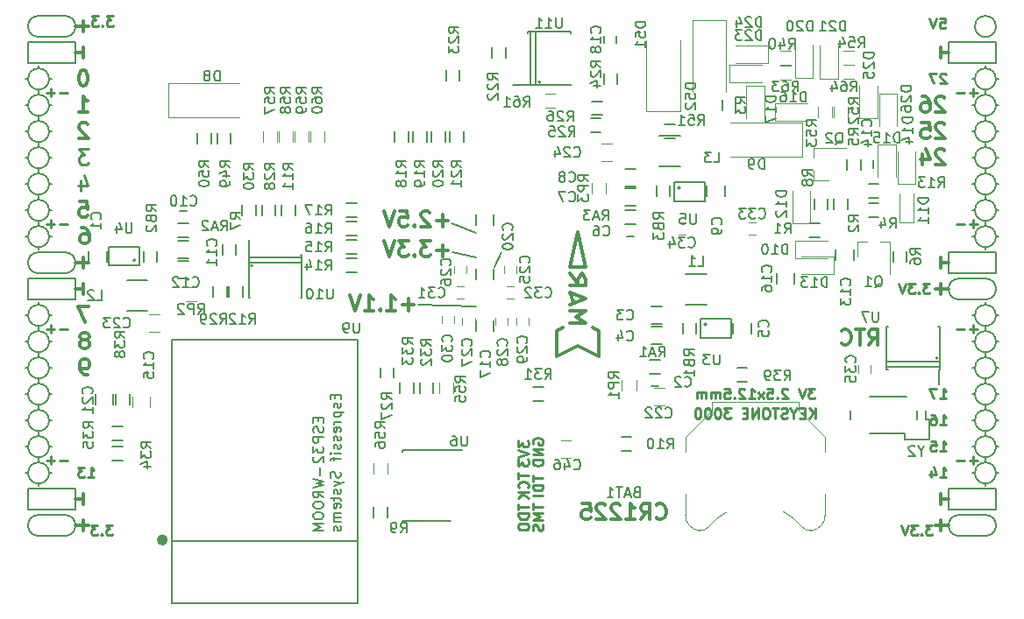
<source format=gbo>
G04 #@! TF.FileFunction,Legend,Bot*
%FSLAX46Y46*%
G04 Gerber Fmt 4.6, Leading zero omitted, Abs format (unit mm)*
G04 Created by KiCad (PCBNEW 4.0.7+dfsg1-1) date Fri Feb 23 00:36:30 2018*
%MOMM*%
%LPD*%
G01*
G04 APERTURE LIST*
%ADD10C,0.100000*%
%ADD11C,0.200000*%
%ADD12C,0.250000*%
%ADD13C,0.300000*%
%ADD14C,0.150000*%
%ADD15C,0.120000*%
%ADD16C,0.500000*%
G04 APERTURE END LIST*
D10*
D11*
X139439000Y-85931000D02*
X140074000Y-84534000D01*
X135248000Y-81740000D02*
X137661000Y-82629000D01*
X135375000Y-84534000D02*
X137661000Y-85042000D01*
X132073000Y-89614000D02*
X137661000Y-89741000D01*
D12*
X170323095Y-97702381D02*
X169704047Y-97702381D01*
X170037381Y-98083333D01*
X169894523Y-98083333D01*
X169799285Y-98130952D01*
X169751666Y-98178571D01*
X169704047Y-98273810D01*
X169704047Y-98511905D01*
X169751666Y-98607143D01*
X169799285Y-98654762D01*
X169894523Y-98702381D01*
X170180238Y-98702381D01*
X170275476Y-98654762D01*
X170323095Y-98607143D01*
X169418333Y-97702381D02*
X169085000Y-98702381D01*
X168751666Y-97702381D01*
X167704047Y-97797619D02*
X167656428Y-97750000D01*
X167561190Y-97702381D01*
X167323094Y-97702381D01*
X167227856Y-97750000D01*
X167180237Y-97797619D01*
X167132618Y-97892857D01*
X167132618Y-97988095D01*
X167180237Y-98130952D01*
X167751666Y-98702381D01*
X167132618Y-98702381D01*
X166704047Y-98607143D02*
X166656428Y-98654762D01*
X166704047Y-98702381D01*
X166751666Y-98654762D01*
X166704047Y-98607143D01*
X166704047Y-98702381D01*
X165751666Y-97702381D02*
X166227857Y-97702381D01*
X166275476Y-98178571D01*
X166227857Y-98130952D01*
X166132619Y-98083333D01*
X165894523Y-98083333D01*
X165799285Y-98130952D01*
X165751666Y-98178571D01*
X165704047Y-98273810D01*
X165704047Y-98511905D01*
X165751666Y-98607143D01*
X165799285Y-98654762D01*
X165894523Y-98702381D01*
X166132619Y-98702381D01*
X166227857Y-98654762D01*
X166275476Y-98607143D01*
X165370714Y-98702381D02*
X164846904Y-98035714D01*
X165370714Y-98035714D02*
X164846904Y-98702381D01*
X163942142Y-98702381D02*
X164513571Y-98702381D01*
X164227857Y-98702381D02*
X164227857Y-97702381D01*
X164323095Y-97845238D01*
X164418333Y-97940476D01*
X164513571Y-97988095D01*
X163561190Y-97797619D02*
X163513571Y-97750000D01*
X163418333Y-97702381D01*
X163180237Y-97702381D01*
X163084999Y-97750000D01*
X163037380Y-97797619D01*
X162989761Y-97892857D01*
X162989761Y-97988095D01*
X163037380Y-98130952D01*
X163608809Y-98702381D01*
X162989761Y-98702381D01*
X162561190Y-98607143D02*
X162513571Y-98654762D01*
X162561190Y-98702381D01*
X162608809Y-98654762D01*
X162561190Y-98607143D01*
X162561190Y-98702381D01*
X161608809Y-97702381D02*
X162085000Y-97702381D01*
X162132619Y-98178571D01*
X162085000Y-98130952D01*
X161989762Y-98083333D01*
X161751666Y-98083333D01*
X161656428Y-98130952D01*
X161608809Y-98178571D01*
X161561190Y-98273810D01*
X161561190Y-98511905D01*
X161608809Y-98607143D01*
X161656428Y-98654762D01*
X161751666Y-98702381D01*
X161989762Y-98702381D01*
X162085000Y-98654762D01*
X162132619Y-98607143D01*
X161132619Y-98702381D02*
X161132619Y-98035714D01*
X161132619Y-98130952D02*
X161085000Y-98083333D01*
X160989762Y-98035714D01*
X160846904Y-98035714D01*
X160751666Y-98083333D01*
X160704047Y-98178571D01*
X160704047Y-98702381D01*
X160704047Y-98178571D02*
X160656428Y-98083333D01*
X160561190Y-98035714D01*
X160418333Y-98035714D01*
X160323095Y-98083333D01*
X160275476Y-98178571D01*
X160275476Y-98702381D01*
X159799286Y-98702381D02*
X159799286Y-98035714D01*
X159799286Y-98130952D02*
X159751667Y-98083333D01*
X159656429Y-98035714D01*
X159513571Y-98035714D01*
X159418333Y-98083333D01*
X159370714Y-98178571D01*
X159370714Y-98702381D01*
X159370714Y-98178571D02*
X159323095Y-98083333D01*
X159227857Y-98035714D01*
X159085000Y-98035714D01*
X158989762Y-98083333D01*
X158942143Y-98178571D01*
X158942143Y-98702381D01*
D13*
X182492000Y-87582000D02*
X182492000Y-88598000D01*
X183254000Y-88090000D02*
X181984000Y-88090000D01*
X182492000Y-110442000D02*
X182492000Y-111458000D01*
X183254000Y-110950000D02*
X181984000Y-110950000D01*
X99688000Y-62182000D02*
X99688000Y-63198000D01*
X98926000Y-62690000D02*
X100196000Y-62690000D01*
X99688000Y-110442000D02*
X99688000Y-111458000D01*
X98926000Y-110950000D02*
X100196000Y-110950000D01*
X99688000Y-85042000D02*
X99688000Y-86058000D01*
X98926000Y-85550000D02*
X100196000Y-85550000D01*
D11*
X187826000Y-62690000D02*
G75*
G03X187826000Y-62690000I-1016000J0D01*
G01*
X184270000Y-87074000D02*
X186810000Y-87074000D01*
X184270000Y-89106000D02*
X186810000Y-89106000D01*
X184270000Y-87074000D02*
G75*
G03X184270000Y-89106000I0J-1016000D01*
G01*
X186810000Y-89106000D02*
G75*
G03X186810000Y-87074000I0J1016000D01*
G01*
X184270000Y-111966000D02*
X186810000Y-111966000D01*
X184270000Y-109934000D02*
X186810000Y-109934000D01*
X184270000Y-109934000D02*
G75*
G03X184270000Y-111966000I0J-1016000D01*
G01*
X186810000Y-111966000D02*
G75*
G03X186810000Y-109934000I0J1016000D01*
G01*
X97910000Y-63706000D02*
G75*
G03X97910000Y-61674000I0J1016000D01*
G01*
X95370000Y-61674000D02*
X97910000Y-61674000D01*
X95370000Y-63706000D02*
X97910000Y-63706000D01*
X95370000Y-61674000D02*
G75*
G03X95370000Y-63706000I0J-1016000D01*
G01*
X95370000Y-86566000D02*
X97910000Y-86566000D01*
X95370000Y-84534000D02*
X97910000Y-84534000D01*
X95370000Y-84534000D02*
G75*
G03X95370000Y-86566000I0J-1016000D01*
G01*
X97910000Y-86566000D02*
G75*
G03X97910000Y-84534000I0J1016000D01*
G01*
X95370000Y-111966000D02*
X97910000Y-111966000D01*
X95370000Y-109934000D02*
X97910000Y-109934000D01*
X95370000Y-109934000D02*
G75*
G03X95370000Y-111966000I0J-1016000D01*
G01*
X97910000Y-111966000D02*
G75*
G03X97910000Y-109934000I0J1016000D01*
G01*
X98926000Y-107394000D02*
X94354000Y-107394000D01*
X98926000Y-109426000D02*
X98926000Y-107394000D01*
X94354000Y-109426000D02*
X98926000Y-109426000D01*
X94354000Y-107394000D02*
X94354000Y-109426000D01*
X187826000Y-107394000D02*
X183254000Y-107394000D01*
X187826000Y-109426000D02*
X187826000Y-107394000D01*
X183254000Y-109426000D02*
X187826000Y-109426000D01*
X183254000Y-107394000D02*
X183254000Y-109426000D01*
X187826000Y-84534000D02*
X183254000Y-84534000D01*
X187826000Y-86566000D02*
X187826000Y-84534000D01*
X183254000Y-86566000D02*
X187826000Y-86566000D01*
X183254000Y-84534000D02*
X183254000Y-86566000D01*
X187826000Y-64214000D02*
X183254000Y-64214000D01*
X187826000Y-66246000D02*
X187826000Y-64214000D01*
X183254000Y-66246000D02*
X187826000Y-66246000D01*
X183254000Y-64214000D02*
X183254000Y-66246000D01*
X98926000Y-64214000D02*
X94354000Y-64214000D01*
X98926000Y-66246000D02*
X98926000Y-64214000D01*
X94354000Y-66246000D02*
X98926000Y-66246000D01*
X94354000Y-64214000D02*
X94354000Y-66246000D01*
X98926000Y-87074000D02*
X94354000Y-87074000D01*
X98926000Y-89106000D02*
X98926000Y-87074000D01*
X94354000Y-89106000D02*
X98926000Y-89106000D01*
X94354000Y-87074000D02*
X94354000Y-89106000D01*
D13*
X182872857Y-74711429D02*
X182801428Y-74640000D01*
X182658571Y-74568571D01*
X182301428Y-74568571D01*
X182158571Y-74640000D01*
X182087142Y-74711429D01*
X182015714Y-74854286D01*
X182015714Y-74997143D01*
X182087142Y-75211429D01*
X182944285Y-76068571D01*
X182015714Y-76068571D01*
X180730000Y-75068571D02*
X180730000Y-76068571D01*
X181087143Y-74497143D02*
X181444286Y-75568571D01*
X180515714Y-75568571D01*
X182872857Y-72171429D02*
X182801428Y-72100000D01*
X182658571Y-72028571D01*
X182301428Y-72028571D01*
X182158571Y-72100000D01*
X182087142Y-72171429D01*
X182015714Y-72314286D01*
X182015714Y-72457143D01*
X182087142Y-72671429D01*
X182944285Y-73528571D01*
X182015714Y-73528571D01*
X180658571Y-72028571D02*
X181372857Y-72028571D01*
X181444286Y-72742857D01*
X181372857Y-72671429D01*
X181230000Y-72600000D01*
X180872857Y-72600000D01*
X180730000Y-72671429D01*
X180658571Y-72742857D01*
X180587143Y-72885714D01*
X180587143Y-73242857D01*
X180658571Y-73385714D01*
X180730000Y-73457143D01*
X180872857Y-73528571D01*
X181230000Y-73528571D01*
X181372857Y-73457143D01*
X181444286Y-73385714D01*
D12*
X186032000Y-91971429D02*
X185270095Y-91971429D01*
X185651047Y-92352381D02*
X185651047Y-91590476D01*
X184793905Y-91971429D02*
X184032000Y-91971429D01*
X186032000Y-69111429D02*
X185270095Y-69111429D01*
X185651047Y-69492381D02*
X185651047Y-68730476D01*
X184793905Y-69111429D02*
X184032000Y-69111429D01*
X186032000Y-81811429D02*
X185270095Y-81811429D01*
X185651047Y-82192381D02*
X185651047Y-81430476D01*
X184793905Y-81811429D02*
X184032000Y-81811429D01*
X186032000Y-104671429D02*
X185270095Y-104671429D01*
X185651047Y-105052381D02*
X185651047Y-104290476D01*
X184793905Y-104671429D02*
X184032000Y-104671429D01*
X98148000Y-104671429D02*
X97386095Y-104671429D01*
X96909905Y-104671429D02*
X96148000Y-104671429D01*
X96528952Y-105052381D02*
X96528952Y-104290476D01*
X98148000Y-91971429D02*
X97386095Y-91971429D01*
X96909905Y-91971429D02*
X96148000Y-91971429D01*
X96528952Y-92352381D02*
X96528952Y-91590476D01*
X98148000Y-81811429D02*
X97386095Y-81811429D01*
X96909905Y-81811429D02*
X96148000Y-81811429D01*
X96528952Y-82192381D02*
X96528952Y-81430476D01*
X98148000Y-69111429D02*
X97386095Y-69111429D01*
X96909905Y-69111429D02*
X96148000Y-69111429D01*
X96528952Y-69492381D02*
X96528952Y-68730476D01*
D13*
X182492000Y-107902000D02*
X182492000Y-108918000D01*
X183254000Y-108410000D02*
X182492000Y-108410000D01*
D11*
X95370000Y-96726000D02*
X95370000Y-97234000D01*
X96386000Y-95710000D02*
X96640000Y-95710000D01*
X94354000Y-95710000D02*
X94100000Y-95710000D01*
X187826000Y-98250000D02*
X188080000Y-98250000D01*
X187826000Y-83010000D02*
X188080000Y-83010000D01*
X95370000Y-107140000D02*
X95370000Y-106886000D01*
X96386000Y-105870000D02*
X96640000Y-105870000D01*
X94354000Y-105870000D02*
X94100000Y-105870000D01*
X94354000Y-103330000D02*
X94100000Y-103330000D01*
X95370000Y-104346000D02*
X95370000Y-104854000D01*
X96386000Y-103330000D02*
X96640000Y-103330000D01*
X94354000Y-100790000D02*
X94100000Y-100790000D01*
X95370000Y-102314000D02*
X95370000Y-101806000D01*
X96386000Y-100790000D02*
X96640000Y-100790000D01*
X95370000Y-99266000D02*
X95370000Y-99774000D01*
X94354000Y-98250000D02*
X94100000Y-98250000D01*
X96386000Y-98250000D02*
X96640000Y-98250000D01*
X95370000Y-94186000D02*
X95370000Y-94694000D01*
X96386000Y-93170000D02*
X96640000Y-93170000D01*
X94354000Y-93170000D02*
X94100000Y-93170000D01*
X94354000Y-90630000D02*
X94100000Y-90630000D01*
X95370000Y-91646000D02*
X95370000Y-92154000D01*
X96640000Y-90630000D02*
X96386000Y-90630000D01*
X95370000Y-89360000D02*
X95370000Y-89614000D01*
X94354000Y-83010000D02*
X94100000Y-83010000D01*
X95370000Y-84280000D02*
X95370000Y-84026000D01*
X96386000Y-83010000D02*
X96640000Y-83010000D01*
X95370000Y-81486000D02*
X95370000Y-81994000D01*
X94354000Y-80470000D02*
X94100000Y-80470000D01*
X96640000Y-80470000D02*
X96386000Y-80470000D01*
X95370000Y-78946000D02*
X95370000Y-79454000D01*
X96386000Y-77930000D02*
X96640000Y-77930000D01*
X94354000Y-77930000D02*
X94100000Y-77930000D01*
X95370000Y-76406000D02*
X95370000Y-76914000D01*
X94354000Y-75390000D02*
X94100000Y-75390000D01*
X96386000Y-75390000D02*
X96640000Y-75390000D01*
X95370000Y-73866000D02*
X95370000Y-74374000D01*
X96386000Y-72850000D02*
X96640000Y-72850000D01*
X94100000Y-72850000D02*
X94354000Y-72850000D01*
X94354000Y-70310000D02*
X94100000Y-70310000D01*
X96640000Y-70310000D02*
X96386000Y-70310000D01*
X95370000Y-71326000D02*
X95370000Y-71834000D01*
X95370000Y-68786000D02*
X95370000Y-69294000D01*
X96386000Y-67770000D02*
X96640000Y-67770000D01*
X94354000Y-67770000D02*
X94100000Y-67770000D01*
X95370000Y-66500000D02*
X95370000Y-66754000D01*
X187826000Y-105870000D02*
X188080000Y-105870000D01*
X186810000Y-107140000D02*
X186810000Y-106886000D01*
X185540000Y-105870000D02*
X185794000Y-105870000D01*
X186810000Y-104346000D02*
X186810000Y-104854000D01*
X187826000Y-103330000D02*
X188080000Y-103330000D01*
X185540000Y-103330000D02*
X185794000Y-103330000D01*
X186810000Y-101806000D02*
X186810000Y-102314000D01*
X187826000Y-100790000D02*
X188080000Y-100790000D01*
X185540000Y-100790000D02*
X185794000Y-100790000D01*
X186810000Y-99266000D02*
X186810000Y-99774000D01*
X185540000Y-98250000D02*
X185794000Y-98250000D01*
X186810000Y-97234000D02*
X186810000Y-96726000D01*
X187826000Y-95710000D02*
X188080000Y-95710000D01*
X185540000Y-95710000D02*
X185794000Y-95710000D01*
X186810000Y-94694000D02*
X186810000Y-94186000D01*
X187826000Y-93170000D02*
X188080000Y-93170000D01*
X185540000Y-93170000D02*
X185794000Y-93170000D01*
X186810000Y-92154000D02*
X186810000Y-91646000D01*
X187826000Y-90630000D02*
X188080000Y-90630000D01*
X185540000Y-90630000D02*
X185794000Y-90630000D01*
X186810000Y-89360000D02*
X186810000Y-89614000D01*
X186810000Y-84280000D02*
X186810000Y-84026000D01*
X185540000Y-83010000D02*
X185794000Y-83010000D01*
X186810000Y-81994000D02*
X186810000Y-81486000D01*
X185794000Y-80470000D02*
X185540000Y-80470000D01*
X187826000Y-80470000D02*
X188080000Y-80470000D01*
X186810000Y-78946000D02*
X186810000Y-79454000D01*
X185794000Y-77930000D02*
X185540000Y-77930000D01*
X187826000Y-77930000D02*
X188080000Y-77930000D01*
X186810000Y-76406000D02*
X186810000Y-76914000D01*
X186810000Y-73866000D02*
X186810000Y-74374000D01*
X185794000Y-75390000D02*
X185540000Y-75390000D01*
X187826000Y-75390000D02*
X188080000Y-75390000D01*
X187826000Y-72850000D02*
X188080000Y-72850000D01*
X185540000Y-72850000D02*
X185794000Y-72850000D01*
X186810000Y-71834000D02*
X186810000Y-71326000D01*
X187826000Y-70310000D02*
X188080000Y-70310000D01*
X185540000Y-70310000D02*
X185794000Y-70310000D01*
X187826000Y-67770000D02*
X188080000Y-67770000D01*
X186810000Y-68786000D02*
X186810000Y-69294000D01*
X185540000Y-67770000D02*
X185794000Y-67770000D01*
X186810000Y-66500000D02*
X186810000Y-66754000D01*
X187826000Y-67770000D02*
G75*
G03X187826000Y-67770000I-1016000J0D01*
G01*
X187826000Y-70310000D02*
G75*
G03X187826000Y-70310000I-1016000J0D01*
G01*
X187826000Y-72850000D02*
G75*
G03X187826000Y-72850000I-1016000J0D01*
G01*
X187826000Y-75390000D02*
G75*
G03X187826000Y-75390000I-1016000J0D01*
G01*
X187826000Y-77930000D02*
G75*
G03X187826000Y-77930000I-1016000J0D01*
G01*
X187826000Y-80470000D02*
G75*
G03X187826000Y-80470000I-1016000J0D01*
G01*
X187826000Y-83010000D02*
G75*
G03X187826000Y-83010000I-1016000J0D01*
G01*
X187826000Y-90630000D02*
G75*
G03X187826000Y-90630000I-1016000J0D01*
G01*
X187826000Y-93170000D02*
G75*
G03X187826000Y-93170000I-1016000J0D01*
G01*
X187826000Y-95710000D02*
G75*
G03X187826000Y-95710000I-1016000J0D01*
G01*
X187826000Y-98250000D02*
G75*
G03X187826000Y-98250000I-1016000J0D01*
G01*
X187826000Y-100790000D02*
G75*
G03X187826000Y-100790000I-1016000J0D01*
G01*
X187826000Y-103330000D02*
G75*
G03X187826000Y-103330000I-1016000J0D01*
G01*
X187826000Y-105870000D02*
G75*
G03X187826000Y-105870000I-1016000J0D01*
G01*
X96386000Y-105870000D02*
G75*
G03X96386000Y-105870000I-1016000J0D01*
G01*
X96386000Y-103330000D02*
G75*
G03X96386000Y-103330000I-1016000J0D01*
G01*
X96386000Y-100790000D02*
G75*
G03X96386000Y-100790000I-1016000J0D01*
G01*
X96386000Y-98250000D02*
G75*
G03X96386000Y-98250000I-1016000J0D01*
G01*
X96386000Y-95710000D02*
G75*
G03X96386000Y-95710000I-1016000J0D01*
G01*
X96386000Y-93170000D02*
G75*
G03X96386000Y-93170000I-1016000J0D01*
G01*
X96386000Y-90630000D02*
G75*
G03X96386000Y-90630000I-1016000J0D01*
G01*
X96386000Y-83010000D02*
G75*
G03X96386000Y-83010000I-1016000J0D01*
G01*
X96386000Y-80470000D02*
G75*
G03X96386000Y-80470000I-1016000J0D01*
G01*
X96386000Y-77930000D02*
G75*
G03X96386000Y-77930000I-1016000J0D01*
G01*
X96386000Y-75390000D02*
G75*
G03X96386000Y-75390000I-1016000J0D01*
G01*
X96386000Y-72850000D02*
G75*
G03X96386000Y-72850000I-1016000J0D01*
G01*
X96386000Y-70310000D02*
G75*
G03X96386000Y-70310000I-1016000J0D01*
G01*
X96386000Y-67770000D02*
G75*
G03X96386000Y-67770000I-1016000J0D01*
G01*
D12*
X182428476Y-61888381D02*
X182904667Y-61888381D01*
X182952286Y-62364571D01*
X182904667Y-62316952D01*
X182809429Y-62269333D01*
X182571333Y-62269333D01*
X182476095Y-62316952D01*
X182428476Y-62364571D01*
X182380857Y-62459810D01*
X182380857Y-62697905D01*
X182428476Y-62793143D01*
X182476095Y-62840762D01*
X182571333Y-62888381D01*
X182809429Y-62888381D01*
X182904667Y-62840762D01*
X182952286Y-62793143D01*
X182095143Y-61888381D02*
X181761810Y-62888381D01*
X181428476Y-61888381D01*
D13*
X182492000Y-64722000D02*
X182492000Y-65738000D01*
X183254000Y-65230000D02*
X182492000Y-65230000D01*
D12*
X182999905Y-67317619D02*
X182952286Y-67270000D01*
X182857048Y-67222381D01*
X182618952Y-67222381D01*
X182523714Y-67270000D01*
X182476095Y-67317619D01*
X182428476Y-67412857D01*
X182428476Y-67508095D01*
X182476095Y-67650952D01*
X183047524Y-68222381D01*
X182428476Y-68222381D01*
X182095143Y-67222381D02*
X181428476Y-67222381D01*
X181857048Y-68222381D01*
D13*
X182872857Y-69631429D02*
X182801428Y-69560000D01*
X182658571Y-69488571D01*
X182301428Y-69488571D01*
X182158571Y-69560000D01*
X182087142Y-69631429D01*
X182015714Y-69774286D01*
X182015714Y-69917143D01*
X182087142Y-70131429D01*
X182944285Y-70988571D01*
X182015714Y-70988571D01*
X180730000Y-69488571D02*
X181015714Y-69488571D01*
X181158571Y-69560000D01*
X181230000Y-69631429D01*
X181372857Y-69845714D01*
X181444286Y-70131429D01*
X181444286Y-70702857D01*
X181372857Y-70845714D01*
X181301429Y-70917143D01*
X181158571Y-70988571D01*
X180872857Y-70988571D01*
X180730000Y-70917143D01*
X180658571Y-70845714D01*
X180587143Y-70702857D01*
X180587143Y-70345714D01*
X180658571Y-70202857D01*
X180730000Y-70131429D01*
X180872857Y-70060000D01*
X181158571Y-70060000D01*
X181301429Y-70131429D01*
X181372857Y-70202857D01*
X181444286Y-70345714D01*
X182492000Y-85042000D02*
X182492000Y-86058000D01*
X183254000Y-85550000D02*
X182492000Y-85550000D01*
D12*
X181428190Y-87542381D02*
X180809142Y-87542381D01*
X181142476Y-87923333D01*
X180999618Y-87923333D01*
X180904380Y-87970952D01*
X180856761Y-88018571D01*
X180809142Y-88113810D01*
X180809142Y-88351905D01*
X180856761Y-88447143D01*
X180904380Y-88494762D01*
X180999618Y-88542381D01*
X181285333Y-88542381D01*
X181380571Y-88494762D01*
X181428190Y-88447143D01*
X180380571Y-88447143D02*
X180332952Y-88494762D01*
X180380571Y-88542381D01*
X180428190Y-88494762D01*
X180380571Y-88447143D01*
X180380571Y-88542381D01*
X179999619Y-87542381D02*
X179380571Y-87542381D01*
X179713905Y-87923333D01*
X179571047Y-87923333D01*
X179475809Y-87970952D01*
X179428190Y-88018571D01*
X179380571Y-88113810D01*
X179380571Y-88351905D01*
X179428190Y-88447143D01*
X179475809Y-88494762D01*
X179571047Y-88542381D01*
X179856762Y-88542381D01*
X179952000Y-88494762D01*
X179999619Y-88447143D01*
X179094857Y-87542381D02*
X178761524Y-88542381D01*
X178428190Y-87542381D01*
X182428476Y-98702381D02*
X182999905Y-98702381D01*
X182714191Y-98702381D02*
X182714191Y-97702381D01*
X182809429Y-97845238D01*
X182904667Y-97940476D01*
X182999905Y-97988095D01*
X182095143Y-97702381D02*
X181428476Y-97702381D01*
X181857048Y-98702381D01*
X182428476Y-101242381D02*
X182999905Y-101242381D01*
X182714191Y-101242381D02*
X182714191Y-100242381D01*
X182809429Y-100385238D01*
X182904667Y-100480476D01*
X182999905Y-100528095D01*
X181571333Y-100242381D02*
X181761810Y-100242381D01*
X181857048Y-100290000D01*
X181904667Y-100337619D01*
X181999905Y-100480476D01*
X182047524Y-100670952D01*
X182047524Y-101051905D01*
X181999905Y-101147143D01*
X181952286Y-101194762D01*
X181857048Y-101242381D01*
X181666571Y-101242381D01*
X181571333Y-101194762D01*
X181523714Y-101147143D01*
X181476095Y-101051905D01*
X181476095Y-100813810D01*
X181523714Y-100718571D01*
X181571333Y-100670952D01*
X181666571Y-100623333D01*
X181857048Y-100623333D01*
X181952286Y-100670952D01*
X181999905Y-100718571D01*
X182047524Y-100813810D01*
X182428476Y-103782381D02*
X182999905Y-103782381D01*
X182714191Y-103782381D02*
X182714191Y-102782381D01*
X182809429Y-102925238D01*
X182904667Y-103020476D01*
X182999905Y-103068095D01*
X181523714Y-102782381D02*
X181999905Y-102782381D01*
X182047524Y-103258571D01*
X181999905Y-103210952D01*
X181904667Y-103163333D01*
X181666571Y-103163333D01*
X181571333Y-103210952D01*
X181523714Y-103258571D01*
X181476095Y-103353810D01*
X181476095Y-103591905D01*
X181523714Y-103687143D01*
X181571333Y-103734762D01*
X181666571Y-103782381D01*
X181904667Y-103782381D01*
X181999905Y-103734762D01*
X182047524Y-103687143D01*
X182428476Y-106322381D02*
X182999905Y-106322381D01*
X182714191Y-106322381D02*
X182714191Y-105322381D01*
X182809429Y-105465238D01*
X182904667Y-105560476D01*
X182999905Y-105608095D01*
X181571333Y-105655714D02*
X181571333Y-106322381D01*
X181809429Y-105274762D02*
X182047524Y-105989048D01*
X181428476Y-105989048D01*
X181682190Y-110910381D02*
X181063142Y-110910381D01*
X181396476Y-111291333D01*
X181253618Y-111291333D01*
X181158380Y-111338952D01*
X181110761Y-111386571D01*
X181063142Y-111481810D01*
X181063142Y-111719905D01*
X181110761Y-111815143D01*
X181158380Y-111862762D01*
X181253618Y-111910381D01*
X181539333Y-111910381D01*
X181634571Y-111862762D01*
X181682190Y-111815143D01*
X180634571Y-111815143D02*
X180586952Y-111862762D01*
X180634571Y-111910381D01*
X180682190Y-111862762D01*
X180634571Y-111815143D01*
X180634571Y-111910381D01*
X180253619Y-110910381D02*
X179634571Y-110910381D01*
X179967905Y-111291333D01*
X179825047Y-111291333D01*
X179729809Y-111338952D01*
X179682190Y-111386571D01*
X179634571Y-111481810D01*
X179634571Y-111719905D01*
X179682190Y-111815143D01*
X179729809Y-111862762D01*
X179825047Y-111910381D01*
X180110762Y-111910381D01*
X180206000Y-111862762D01*
X180253619Y-111815143D01*
X179348857Y-110910381D02*
X179015524Y-111910381D01*
X178682190Y-110910381D01*
D13*
X99688000Y-108918000D02*
X99688000Y-107902000D01*
X98926000Y-108410000D02*
X99688000Y-108410000D01*
X99688000Y-88598000D02*
X99688000Y-87582000D01*
X98926000Y-88090000D02*
X99688000Y-88090000D01*
X99688000Y-64722000D02*
X99688000Y-65738000D01*
X98926000Y-65230000D02*
X99688000Y-65230000D01*
D12*
X102513619Y-110910381D02*
X101894571Y-110910381D01*
X102227905Y-111291333D01*
X102085047Y-111291333D01*
X101989809Y-111338952D01*
X101942190Y-111386571D01*
X101894571Y-111481810D01*
X101894571Y-111719905D01*
X101942190Y-111815143D01*
X101989809Y-111862762D01*
X102085047Y-111910381D01*
X102370762Y-111910381D01*
X102466000Y-111862762D01*
X102513619Y-111815143D01*
X101466000Y-111815143D02*
X101418381Y-111862762D01*
X101466000Y-111910381D01*
X101513619Y-111862762D01*
X101466000Y-111815143D01*
X101466000Y-111910381D01*
X101085048Y-110910381D02*
X100466000Y-110910381D01*
X100799334Y-111291333D01*
X100656476Y-111291333D01*
X100561238Y-111338952D01*
X100513619Y-111386571D01*
X100466000Y-111481810D01*
X100466000Y-111719905D01*
X100513619Y-111815143D01*
X100561238Y-111862762D01*
X100656476Y-111910381D01*
X100942191Y-111910381D01*
X101037429Y-111862762D01*
X101085048Y-111815143D01*
X100132476Y-106322381D02*
X100703905Y-106322381D01*
X100418191Y-106322381D02*
X100418191Y-105322381D01*
X100513429Y-105465238D01*
X100608667Y-105560476D01*
X100703905Y-105608095D01*
X99799143Y-105322381D02*
X99180095Y-105322381D01*
X99513429Y-105703333D01*
X99370571Y-105703333D01*
X99275333Y-105750952D01*
X99227714Y-105798571D01*
X99180095Y-105893810D01*
X99180095Y-106131905D01*
X99227714Y-106227143D01*
X99275333Y-106274762D01*
X99370571Y-106322381D01*
X99656286Y-106322381D01*
X99751524Y-106274762D01*
X99799143Y-106227143D01*
D13*
X100100714Y-96388571D02*
X99814999Y-96388571D01*
X99672142Y-96317143D01*
X99600714Y-96245714D01*
X99457856Y-96031429D01*
X99386428Y-95745714D01*
X99386428Y-95174286D01*
X99457856Y-95031429D01*
X99529285Y-94960000D01*
X99672142Y-94888571D01*
X99957856Y-94888571D01*
X100100714Y-94960000D01*
X100172142Y-95031429D01*
X100243571Y-95174286D01*
X100243571Y-95531429D01*
X100172142Y-95674286D01*
X100100714Y-95745714D01*
X99957856Y-95817143D01*
X99672142Y-95817143D01*
X99529285Y-95745714D01*
X99457856Y-95674286D01*
X99386428Y-95531429D01*
X99957856Y-92991429D02*
X100100714Y-92920000D01*
X100172142Y-92848571D01*
X100243571Y-92705714D01*
X100243571Y-92634286D01*
X100172142Y-92491429D01*
X100100714Y-92420000D01*
X99957856Y-92348571D01*
X99672142Y-92348571D01*
X99529285Y-92420000D01*
X99457856Y-92491429D01*
X99386428Y-92634286D01*
X99386428Y-92705714D01*
X99457856Y-92848571D01*
X99529285Y-92920000D01*
X99672142Y-92991429D01*
X99957856Y-92991429D01*
X100100714Y-93062857D01*
X100172142Y-93134286D01*
X100243571Y-93277143D01*
X100243571Y-93562857D01*
X100172142Y-93705714D01*
X100100714Y-93777143D01*
X99957856Y-93848571D01*
X99672142Y-93848571D01*
X99529285Y-93777143D01*
X99457856Y-93705714D01*
X99386428Y-93562857D01*
X99386428Y-93277143D01*
X99457856Y-93134286D01*
X99529285Y-93062857D01*
X99672142Y-92991429D01*
X100187999Y-89808571D02*
X99187999Y-89808571D01*
X99830856Y-91308571D01*
X99529285Y-82188571D02*
X99814999Y-82188571D01*
X99957856Y-82260000D01*
X100029285Y-82331429D01*
X100172142Y-82545714D01*
X100243571Y-82831429D01*
X100243571Y-83402857D01*
X100172142Y-83545714D01*
X100100714Y-83617143D01*
X99957856Y-83688571D01*
X99672142Y-83688571D01*
X99529285Y-83617143D01*
X99457856Y-83545714D01*
X99386428Y-83402857D01*
X99386428Y-83045714D01*
X99457856Y-82902857D01*
X99529285Y-82831429D01*
X99672142Y-82760000D01*
X99957856Y-82760000D01*
X100100714Y-82831429D01*
X100172142Y-82902857D01*
X100243571Y-83045714D01*
X99330856Y-79648571D02*
X100045142Y-79648571D01*
X100116571Y-80362857D01*
X100045142Y-80291429D01*
X99902285Y-80220000D01*
X99545142Y-80220000D01*
X99402285Y-80291429D01*
X99330856Y-80362857D01*
X99259428Y-80505714D01*
X99259428Y-80862857D01*
X99330856Y-81005714D01*
X99402285Y-81077143D01*
X99545142Y-81148571D01*
X99902285Y-81148571D01*
X100045142Y-81077143D01*
X100116571Y-81005714D01*
D12*
X99402285Y-77608571D02*
X99402285Y-78608571D01*
X99759428Y-77037143D02*
X100116571Y-78108571D01*
X99187999Y-78108571D01*
X100187999Y-74568571D02*
X99259428Y-74568571D01*
X99759428Y-75140000D01*
X99545142Y-75140000D01*
X99402285Y-75211429D01*
X99330856Y-75282857D01*
X99259428Y-75425714D01*
X99259428Y-75782857D01*
X99330856Y-75925714D01*
X99402285Y-75997143D01*
X99545142Y-76068571D01*
X99973714Y-76068571D01*
X100116571Y-75997143D01*
X100187999Y-75925714D01*
D13*
X100116571Y-72171429D02*
X100045142Y-72100000D01*
X99902285Y-72028571D01*
X99545142Y-72028571D01*
X99402285Y-72100000D01*
X99330856Y-72171429D01*
X99259428Y-72314286D01*
X99259428Y-72457143D01*
X99330856Y-72671429D01*
X100187999Y-73528571D01*
X99259428Y-73528571D01*
X99259428Y-70988571D02*
X100116571Y-70988571D01*
X99687999Y-70988571D02*
X99687999Y-69488571D01*
X99830856Y-69702857D01*
X99973714Y-69845714D01*
X100116571Y-69917143D01*
X99759428Y-66948571D02*
X99616571Y-66948571D01*
X99473714Y-67020000D01*
X99402285Y-67091429D01*
X99330856Y-67234286D01*
X99259428Y-67520000D01*
X99259428Y-67877143D01*
X99330856Y-68162857D01*
X99402285Y-68305714D01*
X99473714Y-68377143D01*
X99616571Y-68448571D01*
X99759428Y-68448571D01*
X99902285Y-68377143D01*
X99973714Y-68305714D01*
X100045142Y-68162857D01*
X100116571Y-67877143D01*
X100116571Y-67520000D01*
X100045142Y-67234286D01*
X99973714Y-67091429D01*
X99902285Y-67020000D01*
X99759428Y-66948571D01*
D12*
X102577119Y-61697881D02*
X101958071Y-61697881D01*
X102291405Y-62078833D01*
X102148547Y-62078833D01*
X102053309Y-62126452D01*
X102005690Y-62174071D01*
X101958071Y-62269310D01*
X101958071Y-62507405D01*
X102005690Y-62602643D01*
X102053309Y-62650262D01*
X102148547Y-62697881D01*
X102434262Y-62697881D01*
X102529500Y-62650262D01*
X102577119Y-62602643D01*
X101529500Y-62602643D02*
X101481881Y-62650262D01*
X101529500Y-62697881D01*
X101577119Y-62650262D01*
X101529500Y-62602643D01*
X101529500Y-62697881D01*
X101148548Y-61697881D02*
X100529500Y-61697881D01*
X100862834Y-62078833D01*
X100719976Y-62078833D01*
X100624738Y-62126452D01*
X100577119Y-62174071D01*
X100529500Y-62269310D01*
X100529500Y-62507405D01*
X100577119Y-62602643D01*
X100624738Y-62650262D01*
X100719976Y-62697881D01*
X101005691Y-62697881D01*
X101100929Y-62650262D01*
X101148548Y-62602643D01*
X170370715Y-100607381D02*
X170370715Y-99607381D01*
X169799286Y-100607381D02*
X170227858Y-100035952D01*
X169799286Y-99607381D02*
X170370715Y-100178810D01*
X169370715Y-100083571D02*
X169037381Y-100083571D01*
X168894524Y-100607381D02*
X169370715Y-100607381D01*
X169370715Y-99607381D01*
X168894524Y-99607381D01*
X168275477Y-100131190D02*
X168275477Y-100607381D01*
X168608810Y-99607381D02*
X168275477Y-100131190D01*
X167942143Y-99607381D01*
X167656429Y-100559762D02*
X167513572Y-100607381D01*
X167275476Y-100607381D01*
X167180238Y-100559762D01*
X167132619Y-100512143D01*
X167085000Y-100416905D01*
X167085000Y-100321667D01*
X167132619Y-100226429D01*
X167180238Y-100178810D01*
X167275476Y-100131190D01*
X167465953Y-100083571D01*
X167561191Y-100035952D01*
X167608810Y-99988333D01*
X167656429Y-99893095D01*
X167656429Y-99797857D01*
X167608810Y-99702619D01*
X167561191Y-99655000D01*
X167465953Y-99607381D01*
X167227857Y-99607381D01*
X167085000Y-99655000D01*
X166799286Y-99607381D02*
X166227857Y-99607381D01*
X166513572Y-100607381D02*
X166513572Y-99607381D01*
X165704048Y-99607381D02*
X165513571Y-99607381D01*
X165418333Y-99655000D01*
X165323095Y-99750238D01*
X165275476Y-99940714D01*
X165275476Y-100274048D01*
X165323095Y-100464524D01*
X165418333Y-100559762D01*
X165513571Y-100607381D01*
X165704048Y-100607381D01*
X165799286Y-100559762D01*
X165894524Y-100464524D01*
X165942143Y-100274048D01*
X165942143Y-99940714D01*
X165894524Y-99750238D01*
X165799286Y-99655000D01*
X165704048Y-99607381D01*
X164846905Y-100607381D02*
X164846905Y-99607381D01*
X164275476Y-100607381D01*
X164275476Y-99607381D01*
X163799286Y-100083571D02*
X163465952Y-100083571D01*
X163323095Y-100607381D02*
X163799286Y-100607381D01*
X163799286Y-99607381D01*
X163323095Y-99607381D01*
X162227857Y-99607381D02*
X161608809Y-99607381D01*
X161942143Y-99988333D01*
X161799285Y-99988333D01*
X161704047Y-100035952D01*
X161656428Y-100083571D01*
X161608809Y-100178810D01*
X161608809Y-100416905D01*
X161656428Y-100512143D01*
X161704047Y-100559762D01*
X161799285Y-100607381D01*
X162085000Y-100607381D01*
X162180238Y-100559762D01*
X162227857Y-100512143D01*
X160989762Y-99607381D02*
X160894523Y-99607381D01*
X160799285Y-99655000D01*
X160751666Y-99702619D01*
X160704047Y-99797857D01*
X160656428Y-99988333D01*
X160656428Y-100226429D01*
X160704047Y-100416905D01*
X160751666Y-100512143D01*
X160799285Y-100559762D01*
X160894523Y-100607381D01*
X160989762Y-100607381D01*
X161085000Y-100559762D01*
X161132619Y-100512143D01*
X161180238Y-100416905D01*
X161227857Y-100226429D01*
X161227857Y-99988333D01*
X161180238Y-99797857D01*
X161132619Y-99702619D01*
X161085000Y-99655000D01*
X160989762Y-99607381D01*
X160037381Y-99607381D02*
X159942142Y-99607381D01*
X159846904Y-99655000D01*
X159799285Y-99702619D01*
X159751666Y-99797857D01*
X159704047Y-99988333D01*
X159704047Y-100226429D01*
X159751666Y-100416905D01*
X159799285Y-100512143D01*
X159846904Y-100559762D01*
X159942142Y-100607381D01*
X160037381Y-100607381D01*
X160132619Y-100559762D01*
X160180238Y-100512143D01*
X160227857Y-100416905D01*
X160275476Y-100226429D01*
X160275476Y-99988333D01*
X160227857Y-99797857D01*
X160180238Y-99702619D01*
X160132619Y-99655000D01*
X160037381Y-99607381D01*
X159085000Y-99607381D02*
X158989761Y-99607381D01*
X158894523Y-99655000D01*
X158846904Y-99702619D01*
X158799285Y-99797857D01*
X158751666Y-99988333D01*
X158751666Y-100226429D01*
X158799285Y-100416905D01*
X158846904Y-100512143D01*
X158894523Y-100559762D01*
X158989761Y-100607381D01*
X159085000Y-100607381D01*
X159180238Y-100559762D01*
X159227857Y-100512143D01*
X159275476Y-100416905D01*
X159323095Y-100226429D01*
X159323095Y-99988333D01*
X159275476Y-99797857D01*
X159227857Y-99702619D01*
X159180238Y-99655000D01*
X159085000Y-99607381D01*
D13*
X155027856Y-110215714D02*
X155099285Y-110287143D01*
X155313571Y-110358571D01*
X155456428Y-110358571D01*
X155670713Y-110287143D01*
X155813571Y-110144286D01*
X155884999Y-110001429D01*
X155956428Y-109715714D01*
X155956428Y-109501429D01*
X155884999Y-109215714D01*
X155813571Y-109072857D01*
X155670713Y-108930000D01*
X155456428Y-108858571D01*
X155313571Y-108858571D01*
X155099285Y-108930000D01*
X155027856Y-109001429D01*
X153527856Y-110358571D02*
X154027856Y-109644286D01*
X154384999Y-110358571D02*
X154384999Y-108858571D01*
X153813571Y-108858571D01*
X153670713Y-108930000D01*
X153599285Y-109001429D01*
X153527856Y-109144286D01*
X153527856Y-109358571D01*
X153599285Y-109501429D01*
X153670713Y-109572857D01*
X153813571Y-109644286D01*
X154384999Y-109644286D01*
X152099285Y-110358571D02*
X152956428Y-110358571D01*
X152527856Y-110358571D02*
X152527856Y-108858571D01*
X152670713Y-109072857D01*
X152813571Y-109215714D01*
X152956428Y-109287143D01*
X151527857Y-109001429D02*
X151456428Y-108930000D01*
X151313571Y-108858571D01*
X150956428Y-108858571D01*
X150813571Y-108930000D01*
X150742142Y-109001429D01*
X150670714Y-109144286D01*
X150670714Y-109287143D01*
X150742142Y-109501429D01*
X151599285Y-110358571D01*
X150670714Y-110358571D01*
X150099286Y-109001429D02*
X150027857Y-108930000D01*
X149885000Y-108858571D01*
X149527857Y-108858571D01*
X149385000Y-108930000D01*
X149313571Y-109001429D01*
X149242143Y-109144286D01*
X149242143Y-109287143D01*
X149313571Y-109501429D01*
X150170714Y-110358571D01*
X149242143Y-110358571D01*
X147885000Y-108858571D02*
X148599286Y-108858571D01*
X148670715Y-109572857D01*
X148599286Y-109501429D01*
X148456429Y-109430000D01*
X148099286Y-109430000D01*
X147956429Y-109501429D01*
X147885000Y-109572857D01*
X147813572Y-109715714D01*
X147813572Y-110072857D01*
X147885000Y-110215714D01*
X147956429Y-110287143D01*
X148099286Y-110358571D01*
X148456429Y-110358571D01*
X148599286Y-110287143D01*
X148670715Y-110215714D01*
X134945999Y-81466143D02*
X133803142Y-81466143D01*
X134374571Y-82037571D02*
X134374571Y-80894714D01*
X133160285Y-80680429D02*
X133088856Y-80609000D01*
X132945999Y-80537571D01*
X132588856Y-80537571D01*
X132445999Y-80609000D01*
X132374570Y-80680429D01*
X132303142Y-80823286D01*
X132303142Y-80966143D01*
X132374570Y-81180429D01*
X133231713Y-82037571D01*
X132303142Y-82037571D01*
X131660285Y-81894714D02*
X131588857Y-81966143D01*
X131660285Y-82037571D01*
X131731714Y-81966143D01*
X131660285Y-81894714D01*
X131660285Y-82037571D01*
X130231713Y-80537571D02*
X130945999Y-80537571D01*
X131017428Y-81251857D01*
X130945999Y-81180429D01*
X130803142Y-81109000D01*
X130445999Y-81109000D01*
X130303142Y-81180429D01*
X130231713Y-81251857D01*
X130160285Y-81394714D01*
X130160285Y-81751857D01*
X130231713Y-81894714D01*
X130303142Y-81966143D01*
X130445999Y-82037571D01*
X130803142Y-82037571D01*
X130945999Y-81966143D01*
X131017428Y-81894714D01*
X129731714Y-80537571D02*
X129231714Y-82037571D01*
X128731714Y-80537571D01*
X134945999Y-84387143D02*
X133803142Y-84387143D01*
X134374571Y-84958571D02*
X134374571Y-83815714D01*
X133231713Y-83458571D02*
X132303142Y-83458571D01*
X132803142Y-84030000D01*
X132588856Y-84030000D01*
X132445999Y-84101429D01*
X132374570Y-84172857D01*
X132303142Y-84315714D01*
X132303142Y-84672857D01*
X132374570Y-84815714D01*
X132445999Y-84887143D01*
X132588856Y-84958571D01*
X133017428Y-84958571D01*
X133160285Y-84887143D01*
X133231713Y-84815714D01*
X131660285Y-84815714D02*
X131588857Y-84887143D01*
X131660285Y-84958571D01*
X131731714Y-84887143D01*
X131660285Y-84815714D01*
X131660285Y-84958571D01*
X131088856Y-83458571D02*
X130160285Y-83458571D01*
X130660285Y-84030000D01*
X130445999Y-84030000D01*
X130303142Y-84101429D01*
X130231713Y-84172857D01*
X130160285Y-84315714D01*
X130160285Y-84672857D01*
X130231713Y-84815714D01*
X130303142Y-84887143D01*
X130445999Y-84958571D01*
X130874571Y-84958571D01*
X131017428Y-84887143D01*
X131088856Y-84815714D01*
X129731714Y-83458571D02*
X129231714Y-84958571D01*
X128731714Y-83458571D01*
X131643999Y-89594143D02*
X130501142Y-89594143D01*
X131072571Y-90165571D02*
X131072571Y-89022714D01*
X129001142Y-90165571D02*
X129858285Y-90165571D01*
X129429713Y-90165571D02*
X129429713Y-88665571D01*
X129572570Y-88879857D01*
X129715428Y-89022714D01*
X129858285Y-89094143D01*
X128358285Y-90022714D02*
X128286857Y-90094143D01*
X128358285Y-90165571D01*
X128429714Y-90094143D01*
X128358285Y-90022714D01*
X128358285Y-90165571D01*
X126858285Y-90165571D02*
X127715428Y-90165571D01*
X127286856Y-90165571D02*
X127286856Y-88665571D01*
X127429713Y-88879857D01*
X127572571Y-89022714D01*
X127715428Y-89094143D01*
X126429714Y-88665571D02*
X125929714Y-90165571D01*
X125429714Y-88665571D01*
D12*
X141685381Y-105854286D02*
X141685381Y-106425715D01*
X142685381Y-106140000D02*
X141685381Y-106140000D01*
X142590143Y-107330477D02*
X142637762Y-107282858D01*
X142685381Y-107140001D01*
X142685381Y-107044763D01*
X142637762Y-106901905D01*
X142542524Y-106806667D01*
X142447286Y-106759048D01*
X142256810Y-106711429D01*
X142113952Y-106711429D01*
X141923476Y-106759048D01*
X141828238Y-106806667D01*
X141733000Y-106901905D01*
X141685381Y-107044763D01*
X141685381Y-107140001D01*
X141733000Y-107282858D01*
X141780619Y-107330477D01*
X142685381Y-107759048D02*
X141685381Y-107759048D01*
X142685381Y-108330477D02*
X142113952Y-107901905D01*
X141685381Y-108330477D02*
X142256810Y-107759048D01*
X141685381Y-102726905D02*
X141685381Y-103345953D01*
X142066333Y-103012619D01*
X142066333Y-103155477D01*
X142113952Y-103250715D01*
X142161571Y-103298334D01*
X142256810Y-103345953D01*
X142494905Y-103345953D01*
X142590143Y-103298334D01*
X142637762Y-103250715D01*
X142685381Y-103155477D01*
X142685381Y-102869762D01*
X142637762Y-102774524D01*
X142590143Y-102726905D01*
X141685381Y-103631667D02*
X142685381Y-103965000D01*
X141685381Y-104298334D01*
X141685381Y-104536429D02*
X141685381Y-105155477D01*
X142066333Y-104822143D01*
X142066333Y-104965001D01*
X142113952Y-105060239D01*
X142161571Y-105107858D01*
X142256810Y-105155477D01*
X142494905Y-105155477D01*
X142590143Y-105107858D01*
X142637762Y-105060239D01*
X142685381Y-104965001D01*
X142685381Y-104679286D01*
X142637762Y-104584048D01*
X142590143Y-104536429D01*
X141685381Y-108878476D02*
X141685381Y-109449905D01*
X142685381Y-109164190D02*
X141685381Y-109164190D01*
X142685381Y-109783238D02*
X141685381Y-109783238D01*
X141685381Y-110021333D01*
X141733000Y-110164191D01*
X141828238Y-110259429D01*
X141923476Y-110307048D01*
X142113952Y-110354667D01*
X142256810Y-110354667D01*
X142447286Y-110307048D01*
X142542524Y-110259429D01*
X142637762Y-110164191D01*
X142685381Y-110021333D01*
X142685381Y-109783238D01*
X141685381Y-110973714D02*
X141685381Y-111164191D01*
X141733000Y-111259429D01*
X141828238Y-111354667D01*
X142018714Y-111402286D01*
X142352048Y-111402286D01*
X142542524Y-111354667D01*
X142637762Y-111259429D01*
X142685381Y-111164191D01*
X142685381Y-110973714D01*
X142637762Y-110878476D01*
X142542524Y-110783238D01*
X142352048Y-110735619D01*
X142018714Y-110735619D01*
X141828238Y-110783238D01*
X141733000Y-110878476D01*
X141685381Y-110973714D01*
X143130000Y-103076096D02*
X143082381Y-102980858D01*
X143082381Y-102838001D01*
X143130000Y-102695143D01*
X143225238Y-102599905D01*
X143320476Y-102552286D01*
X143510952Y-102504667D01*
X143653810Y-102504667D01*
X143844286Y-102552286D01*
X143939524Y-102599905D01*
X144034762Y-102695143D01*
X144082381Y-102838001D01*
X144082381Y-102933239D01*
X144034762Y-103076096D01*
X143987143Y-103123715D01*
X143653810Y-103123715D01*
X143653810Y-102933239D01*
X144082381Y-103552286D02*
X143082381Y-103552286D01*
X144082381Y-104123715D01*
X143082381Y-104123715D01*
X144082381Y-104599905D02*
X143082381Y-104599905D01*
X143082381Y-104838000D01*
X143130000Y-104980858D01*
X143225238Y-105076096D01*
X143320476Y-105123715D01*
X143510952Y-105171334D01*
X143653810Y-105171334D01*
X143844286Y-105123715D01*
X143939524Y-105076096D01*
X144034762Y-104980858D01*
X144082381Y-104838000D01*
X144082381Y-104599905D01*
X143082381Y-106116191D02*
X143082381Y-106687620D01*
X144082381Y-106401905D02*
X143082381Y-106401905D01*
X144082381Y-107020953D02*
X143082381Y-107020953D01*
X143082381Y-107259048D01*
X143130000Y-107401906D01*
X143225238Y-107497144D01*
X143320476Y-107544763D01*
X143510952Y-107592382D01*
X143653810Y-107592382D01*
X143844286Y-107544763D01*
X143939524Y-107497144D01*
X144034762Y-107401906D01*
X144082381Y-107259048D01*
X144082381Y-107020953D01*
X144082381Y-108020953D02*
X143082381Y-108020953D01*
X143082381Y-108854667D02*
X143082381Y-109426096D01*
X144082381Y-109140381D02*
X143082381Y-109140381D01*
X144082381Y-109759429D02*
X143082381Y-109759429D01*
X143796667Y-110092763D01*
X143082381Y-110426096D01*
X144082381Y-110426096D01*
X144034762Y-110854667D02*
X144082381Y-110997524D01*
X144082381Y-111235620D01*
X144034762Y-111330858D01*
X143987143Y-111378477D01*
X143891905Y-111426096D01*
X143796667Y-111426096D01*
X143701429Y-111378477D01*
X143653810Y-111330858D01*
X143606190Y-111235620D01*
X143558571Y-111045143D01*
X143510952Y-110949905D01*
X143463333Y-110902286D01*
X143368095Y-110854667D01*
X143272857Y-110854667D01*
X143177619Y-110902286D01*
X143130000Y-110949905D01*
X143082381Y-111045143D01*
X143082381Y-111283239D01*
X143130000Y-111426096D01*
D13*
X175557142Y-93498571D02*
X176057142Y-92784286D01*
X176414285Y-93498571D02*
X176414285Y-91998571D01*
X175842857Y-91998571D01*
X175699999Y-92070000D01*
X175628571Y-92141429D01*
X175557142Y-92284286D01*
X175557142Y-92498571D01*
X175628571Y-92641429D01*
X175699999Y-92712857D01*
X175842857Y-92784286D01*
X176414285Y-92784286D01*
X175128571Y-91998571D02*
X174271428Y-91998571D01*
X174699999Y-93498571D02*
X174699999Y-91998571D01*
X172914285Y-93355714D02*
X172985714Y-93427143D01*
X173200000Y-93498571D01*
X173342857Y-93498571D01*
X173557142Y-93427143D01*
X173700000Y-93284286D01*
X173771428Y-93141429D01*
X173842857Y-92855714D01*
X173842857Y-92641429D01*
X173771428Y-92355714D01*
X173700000Y-92212857D01*
X173557142Y-92070000D01*
X173342857Y-91998571D01*
X173200000Y-91998571D01*
X172985714Y-92070000D01*
X172914285Y-92141429D01*
D14*
X102823000Y-98258000D02*
X102823000Y-99258000D01*
X104173000Y-99258000D02*
X104173000Y-98258000D01*
D15*
X157345000Y-70900000D02*
X154045000Y-70900000D01*
X154045000Y-70900000D02*
X154045000Y-64000000D01*
X157345000Y-70900000D02*
X157345000Y-64000000D01*
D14*
X155830000Y-73525000D02*
X156830000Y-73525000D01*
X156830000Y-72175000D02*
X155830000Y-72175000D01*
X157870000Y-89565000D02*
X159870000Y-89565000D01*
X159870000Y-86615000D02*
X157870000Y-86615000D01*
X159886803Y-91500000D02*
G75*
G03X159886803Y-91500000I-111803J0D01*
G01*
X159275000Y-92800000D02*
X162275000Y-92800000D01*
X162275000Y-92800000D02*
X162275000Y-91000000D01*
X162275000Y-91000000D02*
X159275000Y-91000000D01*
X159275000Y-91000000D02*
X159275000Y-92800000D01*
X105895000Y-87250000D02*
X103895000Y-87250000D01*
X103895000Y-90200000D02*
X105895000Y-90200000D01*
X104736803Y-85315000D02*
G75*
G03X104736803Y-85315000I-111803J0D01*
G01*
X105125000Y-84015000D02*
X102125000Y-84015000D01*
X102125000Y-84015000D02*
X102125000Y-85815000D01*
X102125000Y-85815000D02*
X105125000Y-85815000D01*
X105125000Y-85815000D02*
X105125000Y-84015000D01*
X155330000Y-76230000D02*
X157330000Y-76230000D01*
X157330000Y-73280000D02*
X155330000Y-73280000D01*
X157346803Y-78292000D02*
G75*
G03X157346803Y-78292000I-111803J0D01*
G01*
X156735000Y-79592000D02*
X159735000Y-79592000D01*
X159735000Y-79592000D02*
X159735000Y-77792000D01*
X159735000Y-77792000D02*
X156735000Y-77792000D01*
X156735000Y-77792000D02*
X156735000Y-79592000D01*
X100235000Y-85415000D02*
X100235000Y-84415000D01*
X101935000Y-84415000D02*
X101935000Y-85415000D01*
X155560000Y-91480000D02*
X154560000Y-91480000D01*
X154560000Y-89780000D02*
X155560000Y-89780000D01*
X155560000Y-93385000D02*
X154560000Y-93385000D01*
X154560000Y-91685000D02*
X155560000Y-91685000D01*
X164165000Y-91400000D02*
X164165000Y-92400000D01*
X162465000Y-92400000D02*
X162465000Y-91400000D01*
X153020000Y-80050000D02*
X152020000Y-80050000D01*
X152020000Y-78350000D02*
X153020000Y-78350000D01*
X153020000Y-78145000D02*
X152020000Y-78145000D01*
X152020000Y-76445000D02*
X153020000Y-76445000D01*
X161625000Y-78065000D02*
X161625000Y-79065000D01*
X159925000Y-79065000D02*
X159925000Y-78065000D01*
X108840000Y-83430000D02*
X109840000Y-83430000D01*
X109840000Y-85130000D02*
X108840000Y-85130000D01*
X108840000Y-85335000D02*
X109840000Y-85335000D01*
X109840000Y-87035000D02*
X108840000Y-87035000D01*
X174071000Y-84288000D02*
X174071000Y-85288000D01*
X172371000Y-85288000D02*
X172371000Y-84288000D01*
D15*
X174435000Y-83520000D02*
X175365000Y-83520000D01*
X177595000Y-83520000D02*
X176665000Y-83520000D01*
X177595000Y-83520000D02*
X177595000Y-86680000D01*
X174435000Y-83520000D02*
X174435000Y-84980000D01*
X170175000Y-77605000D02*
X170175000Y-76675000D01*
X170175000Y-74445000D02*
X170175000Y-75375000D01*
X170175000Y-74445000D02*
X173335000Y-74445000D01*
X170175000Y-77605000D02*
X171635000Y-77605000D01*
D14*
X154510000Y-97510000D02*
X155210000Y-97510000D01*
X155210000Y-96310000D02*
X154510000Y-96310000D01*
X152170000Y-82975000D02*
X152870000Y-82975000D01*
X152870000Y-81775000D02*
X152170000Y-81775000D01*
X109690000Y-80505000D02*
X108990000Y-80505000D01*
X108990000Y-81705000D02*
X109690000Y-81705000D01*
X174780000Y-75675000D02*
X174780000Y-76375000D01*
X175980000Y-76375000D02*
X175980000Y-75675000D01*
X170800000Y-81700000D02*
X169800000Y-81700000D01*
X169800000Y-83050000D02*
X170800000Y-83050000D01*
X172165000Y-79335000D02*
X172165000Y-80335000D01*
X173515000Y-80335000D02*
X173515000Y-79335000D01*
X175515000Y-81145000D02*
X176515000Y-81145000D01*
X176515000Y-79795000D02*
X175515000Y-79795000D01*
X174785000Y-76525000D02*
X174785000Y-75525000D01*
X173435000Y-75525000D02*
X173435000Y-76525000D01*
X179230000Y-85415000D02*
X179230000Y-84415000D01*
X177880000Y-84415000D02*
X177880000Y-85415000D01*
X114460000Y-84780000D02*
X114460000Y-83780000D01*
X113110000Y-83780000D02*
X113110000Y-84780000D01*
X170260000Y-79335000D02*
X170260000Y-80335000D01*
X171610000Y-80335000D02*
X171610000Y-79335000D01*
X129065000Y-110180000D02*
X129065000Y-109180000D01*
X127715000Y-109180000D02*
X127715000Y-110180000D01*
X151639000Y-103751000D02*
X152639000Y-103751000D01*
X152639000Y-102401000D02*
X151639000Y-102401000D01*
X175515000Y-79240000D02*
X176515000Y-79240000D01*
X176515000Y-77890000D02*
X175515000Y-77890000D01*
X155360000Y-94965000D02*
X154360000Y-94965000D01*
X154360000Y-96315000D02*
X155360000Y-96315000D01*
X108840000Y-83050000D02*
X109840000Y-83050000D01*
X109840000Y-81700000D02*
X108840000Y-81700000D01*
X153020000Y-80430000D02*
X152020000Y-80430000D01*
X152020000Y-81780000D02*
X153020000Y-81780000D01*
X158910000Y-92400000D02*
X158910000Y-91400000D01*
X157560000Y-91400000D02*
X157560000Y-92400000D01*
X105490000Y-84415000D02*
X105490000Y-85415000D01*
X106840000Y-85415000D02*
X106840000Y-84415000D01*
X156370000Y-79065000D02*
X156370000Y-78065000D01*
X155020000Y-78065000D02*
X155020000Y-79065000D01*
X125096000Y-86479000D02*
X126096000Y-86479000D01*
X126096000Y-85129000D02*
X125096000Y-85129000D01*
X125096000Y-84701000D02*
X126096000Y-84701000D01*
X126096000Y-83351000D02*
X125096000Y-83351000D01*
X125096000Y-82923000D02*
X126096000Y-82923000D01*
X126096000Y-81573000D02*
X125096000Y-81573000D01*
X125096000Y-81145000D02*
X126096000Y-81145000D01*
X126096000Y-79795000D02*
X125096000Y-79795000D01*
X129747000Y-72858000D02*
X129747000Y-73858000D01*
X131097000Y-73858000D02*
X131097000Y-72858000D01*
X131525000Y-72858000D02*
X131525000Y-73858000D01*
X132875000Y-73858000D02*
X132875000Y-72858000D01*
X133303000Y-72858000D02*
X133303000Y-73858000D01*
X134653000Y-73858000D02*
X134653000Y-72858000D01*
X135081000Y-72858000D02*
X135081000Y-73858000D01*
X136431000Y-73858000D02*
X136431000Y-72858000D01*
X151189600Y-64310000D02*
X151189600Y-63610000D01*
X149989600Y-63610000D02*
X149989600Y-64310000D01*
X161370000Y-69810000D02*
X161370000Y-70810000D01*
X162720000Y-70810000D02*
X162720000Y-69810000D01*
X139145000Y-64730000D02*
X139145000Y-65730000D01*
X140495000Y-65730000D02*
X140495000Y-64730000D01*
X134700000Y-66932000D02*
X134700000Y-67932000D01*
X136050000Y-67932000D02*
X136050000Y-66932000D01*
X149940000Y-67270000D02*
X149940000Y-68270000D01*
X151290000Y-68270000D02*
X151290000Y-67270000D01*
X148675000Y-72890000D02*
X149675000Y-72890000D01*
X149675000Y-71540000D02*
X148675000Y-71540000D01*
X148780000Y-71275000D02*
X149780000Y-71275000D01*
X149780000Y-69925000D02*
X148780000Y-69925000D01*
X130510000Y-103690000D02*
X130510000Y-103790000D01*
X130510000Y-110515000D02*
X130510000Y-110490000D01*
X135160000Y-110515000D02*
X135160000Y-110490000D01*
X136235000Y-103690000D02*
X130510000Y-103690000D01*
X135160000Y-110515000D02*
X130510000Y-110515000D01*
X120175000Y-80970000D02*
X120175000Y-79970000D01*
X118825000Y-79970000D02*
X118825000Y-80970000D01*
X113745000Y-87844000D02*
X113745000Y-88844000D01*
X115095000Y-88844000D02*
X115095000Y-87844000D01*
X128350000Y-95675000D02*
X128350000Y-96675000D01*
X129700000Y-96675000D02*
X129700000Y-95675000D01*
X118270000Y-80970000D02*
X118270000Y-79970000D01*
X116920000Y-79970000D02*
X116920000Y-80970000D01*
X112221000Y-87844000D02*
X112221000Y-88844000D01*
X113571000Y-88844000D02*
X113571000Y-87844000D01*
X116365000Y-80970000D02*
X116365000Y-79970000D01*
X115015000Y-79970000D02*
X115015000Y-80970000D01*
X143130000Y-98925000D02*
X144130000Y-98925000D01*
X144130000Y-97575000D02*
X143130000Y-97575000D01*
X132160000Y-97115000D02*
X132160000Y-98115000D01*
X133510000Y-98115000D02*
X133510000Y-97115000D01*
X130255000Y-97115000D02*
X130255000Y-98115000D01*
X131605000Y-98115000D02*
X131605000Y-97115000D01*
X103490000Y-103290000D02*
X102490000Y-103290000D01*
X102490000Y-104640000D02*
X103490000Y-104640000D01*
X102490000Y-102735000D02*
X103490000Y-102735000D01*
X103490000Y-101385000D02*
X102490000Y-101385000D01*
X168356000Y-86574000D02*
X168356000Y-87574000D01*
X166656000Y-87574000D02*
X166656000Y-86574000D01*
X162815000Y-97020000D02*
X163815000Y-97020000D01*
X163815000Y-95670000D02*
X162815000Y-95670000D01*
X137650000Y-92120000D02*
X137650000Y-91120000D01*
X139350000Y-91120000D02*
X139350000Y-92120000D01*
X139350000Y-80920000D02*
X139350000Y-81920000D01*
X137650000Y-81920000D02*
X137650000Y-80920000D01*
X137650000Y-87120000D02*
X137650000Y-86120000D01*
X139350000Y-86120000D02*
X139350000Y-87120000D01*
X100870000Y-99258000D02*
X100870000Y-98258000D01*
X102570000Y-98258000D02*
X102570000Y-99258000D01*
X112602000Y-72985000D02*
X112602000Y-73985000D01*
X113952000Y-73985000D02*
X113952000Y-72985000D01*
X110697000Y-72985000D02*
X110697000Y-73985000D01*
X112047000Y-73985000D02*
X112047000Y-72985000D01*
D15*
X172160000Y-70445000D02*
X172160000Y-71445000D01*
X173520000Y-71445000D02*
X173520000Y-70445000D01*
X170636000Y-70445000D02*
X170636000Y-71445000D01*
X171996000Y-71445000D02*
X171996000Y-70445000D01*
X106126000Y-98512000D02*
X106126000Y-99512000D01*
X104426000Y-99512000D02*
X104426000Y-98512000D01*
X107861000Y-71452000D02*
X107861000Y-68152000D01*
X107861000Y-68152000D02*
X114761000Y-68152000D01*
X107861000Y-71452000D02*
X114761000Y-71452000D01*
X169112000Y-71962000D02*
X169112000Y-75262000D01*
X169112000Y-75262000D02*
X162212000Y-75262000D01*
X169112000Y-71962000D02*
X162212000Y-71962000D01*
X158490000Y-62100000D02*
X161790000Y-62100000D01*
X161790000Y-62100000D02*
X161790000Y-69000000D01*
X158490000Y-62100000D02*
X158490000Y-69000000D01*
X155814000Y-99354000D02*
X154814000Y-99354000D01*
X154814000Y-97654000D02*
X155814000Y-97654000D01*
X106046000Y-90542000D02*
X107046000Y-90542000D01*
X107046000Y-92242000D02*
X106046000Y-92242000D01*
X149734000Y-74032000D02*
X150734000Y-74032000D01*
X150734000Y-75732000D02*
X149734000Y-75732000D01*
X135420000Y-98115000D02*
X135420000Y-97115000D01*
X134060000Y-97115000D02*
X134060000Y-98115000D01*
X160091264Y-111074552D02*
G75*
G02X161785000Y-109670000I4493736J-3695448D01*
G01*
X167317553Y-109624793D02*
G75*
G02X169085000Y-111070000I-2732553J-5145207D01*
G01*
X159170385Y-111454160D02*
G75*
G03X160085000Y-111070000I124615J984160D01*
G01*
X169999615Y-111454160D02*
G75*
G02X169085000Y-111070000I-124615J984160D01*
G01*
X157835000Y-109920000D02*
G75*
G03X159285000Y-111470000I1500000J-50000D01*
G01*
X171335000Y-109920000D02*
G75*
G02X169885000Y-111470000I-1500000J-50000D01*
G01*
X157835000Y-107870000D02*
X157835000Y-109970000D01*
X171335000Y-107870000D02*
X171335000Y-109970000D01*
X171335000Y-103870000D02*
X171335000Y-102420000D01*
X171335000Y-102420000D02*
X168735000Y-99820000D01*
X168735000Y-99820000D02*
X168735000Y-99020000D01*
X168735000Y-99020000D02*
X160435000Y-99020000D01*
X160435000Y-99020000D02*
X160435000Y-99820000D01*
X160435000Y-99820000D02*
X157835000Y-102420000D01*
X157835000Y-102420000D02*
X157835000Y-103870000D01*
X170134000Y-67638000D02*
X168434000Y-67638000D01*
X168434000Y-67638000D02*
X168434000Y-64488000D01*
X170134000Y-67638000D02*
X170134000Y-64488000D01*
X172547000Y-67731000D02*
X170847000Y-67731000D01*
X170847000Y-67731000D02*
X170847000Y-64581000D01*
X172547000Y-67731000D02*
X172547000Y-64581000D01*
X168400000Y-85130000D02*
X168400000Y-83430000D01*
X168400000Y-83430000D02*
X171550000Y-83430000D01*
X168400000Y-85130000D02*
X171550000Y-85130000D01*
X169880000Y-81735000D02*
X168180000Y-81735000D01*
X168180000Y-81735000D02*
X168180000Y-78585000D01*
X169880000Y-81735000D02*
X169880000Y-78585000D01*
X172200000Y-84954000D02*
X172200000Y-86654000D01*
X172200000Y-86654000D02*
X169050000Y-86654000D01*
X172200000Y-84954000D02*
X169050000Y-84954000D01*
X180040000Y-77925000D02*
X178340000Y-77925000D01*
X178340000Y-77925000D02*
X178340000Y-74775000D01*
X180040000Y-77925000D02*
X180040000Y-74775000D01*
X176435000Y-74125000D02*
X178135000Y-74125000D01*
X178135000Y-74125000D02*
X178135000Y-77275000D01*
X176435000Y-74125000D02*
X176435000Y-77275000D01*
X166495000Y-71795000D02*
X166495000Y-70095000D01*
X166495000Y-70095000D02*
X169645000Y-70095000D01*
X166495000Y-71795000D02*
X169645000Y-71795000D01*
X163735000Y-68410000D02*
X165435000Y-68410000D01*
X165435000Y-68410000D02*
X165435000Y-71560000D01*
X163735000Y-68410000D02*
X163735000Y-71560000D01*
X127710000Y-104946000D02*
X127710000Y-105946000D01*
X129070000Y-105946000D02*
X129070000Y-104946000D01*
X117042000Y-72858000D02*
X117042000Y-73858000D01*
X118402000Y-73858000D02*
X118402000Y-72858000D01*
X118566000Y-72858000D02*
X118566000Y-73858000D01*
X119926000Y-73858000D02*
X119926000Y-72858000D01*
X120090000Y-72858000D02*
X120090000Y-73858000D01*
X121450000Y-73858000D02*
X121450000Y-72858000D01*
X121614000Y-72858000D02*
X121614000Y-73858000D01*
X122974000Y-73858000D02*
X122974000Y-72858000D01*
X144280000Y-70580000D02*
X145280000Y-70580000D01*
X145280000Y-69220000D02*
X144280000Y-69220000D01*
D14*
X182200803Y-94757500D02*
G75*
G03X182200803Y-94757500I-89803J0D01*
G01*
X177285000Y-95583000D02*
X182365000Y-95583000D01*
X182365000Y-95075000D02*
X177285000Y-95075000D01*
X182400000Y-95880000D02*
X182350000Y-95880000D01*
X182400000Y-91730000D02*
X182255000Y-91730000D01*
X177250000Y-91730000D02*
X177395000Y-91730000D01*
X177250000Y-95880000D02*
X177395000Y-95880000D01*
X182400000Y-95880000D02*
X182400000Y-91730000D01*
X177250000Y-95880000D02*
X177250000Y-91730000D01*
X182350000Y-95880000D02*
X182350000Y-97280000D01*
X143817303Y-68087500D02*
G75*
G03X143817303Y-68087500I-89803J0D01*
G01*
X142902000Y-63261500D02*
X142902000Y-68341500D01*
X143410000Y-68341500D02*
X143410000Y-63261500D01*
X142605000Y-68376500D02*
X142605000Y-68326500D01*
X146755000Y-68376500D02*
X146755000Y-68231500D01*
X146755000Y-63226500D02*
X146755000Y-63371500D01*
X142605000Y-63226500D02*
X142605000Y-63371500D01*
X142605000Y-68376500D02*
X146755000Y-68376500D01*
X142605000Y-63226500D02*
X146755000Y-63226500D01*
X142605000Y-68326500D02*
X141205000Y-68326500D01*
X116033803Y-85867500D02*
G75*
G03X116033803Y-85867500I-89803J0D01*
G01*
X120770000Y-85042000D02*
X115690000Y-85042000D01*
X115690000Y-85550000D02*
X120770000Y-85550000D01*
X115655000Y-84745000D02*
X115705000Y-84745000D01*
X115655000Y-88895000D02*
X115800000Y-88895000D01*
X120805000Y-88895000D02*
X120660000Y-88895000D01*
X120805000Y-84745000D02*
X120660000Y-84745000D01*
X115655000Y-84745000D02*
X115655000Y-88895000D01*
X120805000Y-84745000D02*
X120805000Y-88895000D01*
X115705000Y-84745000D02*
X115705000Y-83345000D01*
D16*
X107607981Y-112354000D02*
G75*
G03X107607981Y-112354000I-283981J0D01*
G01*
D14*
X126230000Y-112500000D02*
X108230000Y-112500000D01*
X108230000Y-118500000D02*
X108230000Y-93000000D01*
X126230000Y-118500000D02*
X126230000Y-93000000D01*
X126230000Y-93000000D02*
X108230000Y-93000000D01*
X126230000Y-118500000D02*
X108230000Y-118500000D01*
X181412000Y-100682000D02*
X181012000Y-100682000D01*
X181412000Y-102682000D02*
X181412000Y-100682000D01*
X179012000Y-102682000D02*
X181412000Y-102682000D01*
X179012000Y-102082000D02*
X179012000Y-102682000D01*
X173812000Y-99882000D02*
X173812000Y-100682000D01*
X179212000Y-98482000D02*
X175612000Y-98482000D01*
X179012000Y-102082000D02*
X175612000Y-102082000D01*
X180212000Y-99882000D02*
X180212000Y-100682000D01*
X181012000Y-99882000D02*
X181012000Y-100682000D01*
D13*
X148240000Y-90179000D02*
X146640000Y-90179000D01*
X147240000Y-90779000D02*
X148240000Y-90179000D01*
X148240000Y-91379000D02*
X147240000Y-90779000D01*
X146640000Y-91379000D02*
X148240000Y-91379000D01*
X145440000Y-92179000D02*
X146040000Y-91779000D01*
X149440000Y-92179000D02*
X148840000Y-91779000D01*
X149440000Y-94579000D02*
X149440000Y-92179000D01*
X147440000Y-82579000D02*
X148240000Y-85979000D01*
X146640000Y-85979000D02*
X147440000Y-82579000D01*
X148240000Y-85979000D02*
X146640000Y-85979000D01*
X147440000Y-87579000D02*
X146640000Y-86579000D01*
X147440000Y-87179000D02*
X147440000Y-87779000D01*
X147840000Y-86579000D02*
X147440000Y-87179000D01*
X148240000Y-87179000D02*
X147840000Y-86579000D01*
X148240000Y-87779000D02*
X148240000Y-87179000D01*
X148240000Y-87779000D02*
X146640000Y-87779000D01*
X146640000Y-88379000D02*
X147040000Y-89379000D01*
X148240000Y-88979000D02*
X146640000Y-88379000D01*
X146640000Y-89579000D02*
X148240000Y-88979000D01*
X145440000Y-94579000D02*
X145440000Y-92179000D01*
X147440000Y-93579000D02*
X145440000Y-94579000D01*
X149440000Y-94579000D02*
X147440000Y-93579000D01*
D15*
X179890000Y-81635000D02*
X178490000Y-81635000D01*
X178490000Y-81635000D02*
X178490000Y-78835000D01*
X179890000Y-81635000D02*
X179890000Y-78835000D01*
X141500000Y-86570000D02*
X141500000Y-85870000D01*
X140300000Y-85870000D02*
X140300000Y-86570000D01*
X136700000Y-86570000D02*
X136700000Y-85870000D01*
X135500000Y-85870000D02*
X135500000Y-86570000D01*
X137500000Y-91570000D02*
X137500000Y-90870000D01*
X136300000Y-90870000D02*
X136300000Y-91570000D01*
X140700000Y-91570000D02*
X140700000Y-90870000D01*
X139500000Y-90870000D02*
X139500000Y-91570000D01*
X142700000Y-91570000D02*
X142700000Y-90870000D01*
X141500000Y-90870000D02*
X141500000Y-91570000D01*
X135500000Y-91370000D02*
X135500000Y-90670000D01*
X134300000Y-90670000D02*
X134300000Y-91370000D01*
X136450000Y-87820000D02*
X135750000Y-87820000D01*
X135750000Y-89020000D02*
X136450000Y-89020000D01*
X140550000Y-89020000D02*
X141250000Y-89020000D01*
X141250000Y-87820000D02*
X140550000Y-87820000D01*
X163950000Y-82820000D02*
X164650000Y-82820000D01*
X164650000Y-81620000D02*
X163950000Y-81620000D01*
X157850000Y-81620000D02*
X157150000Y-81620000D01*
X157150000Y-82820000D02*
X157850000Y-82820000D01*
X174500000Y-95470000D02*
X174500000Y-96170000D01*
X175700000Y-96170000D02*
X175700000Y-95470000D01*
X168006000Y-66455000D02*
X167006000Y-66455000D01*
X167006000Y-67815000D02*
X168006000Y-67815000D01*
X173100000Y-67800000D02*
X174100000Y-67800000D01*
X174100000Y-66440000D02*
X173100000Y-66440000D01*
X162050000Y-68112000D02*
X162050000Y-66412000D01*
X162050000Y-66412000D02*
X165200000Y-66412000D01*
X162050000Y-68112000D02*
X165200000Y-68112000D01*
X165850000Y-64507000D02*
X165850000Y-66207000D01*
X165850000Y-66207000D02*
X162700000Y-66207000D01*
X165850000Y-64507000D02*
X162700000Y-64507000D01*
X176357000Y-71575000D02*
X174657000Y-71575000D01*
X174657000Y-71575000D02*
X174657000Y-68425000D01*
X176357000Y-71575000D02*
X176357000Y-68425000D01*
X176562000Y-69172000D02*
X178262000Y-69172000D01*
X178262000Y-69172000D02*
X178262000Y-72322000D01*
X176562000Y-69172000D02*
X176562000Y-72322000D01*
X168006000Y-65058000D02*
X167006000Y-65058000D01*
X167006000Y-66418000D02*
X168006000Y-66418000D01*
X174102000Y-65058000D02*
X173102000Y-65058000D01*
X173102000Y-66418000D02*
X174102000Y-66418000D01*
X153073000Y-97861000D02*
X153073000Y-96861000D01*
X151713000Y-96861000D02*
X151713000Y-97861000D01*
X110602000Y-87918000D02*
X109602000Y-87918000D01*
X109602000Y-89278000D02*
X110602000Y-89278000D01*
X150152000Y-78811000D02*
X150152000Y-77811000D01*
X148792000Y-77811000D02*
X148792000Y-78811000D01*
X146797000Y-104434000D02*
X145797000Y-104434000D01*
X145797000Y-102734000D02*
X146797000Y-102734000D01*
D14*
X103696381Y-92781143D02*
X103220190Y-92447809D01*
X103696381Y-92209714D02*
X102696381Y-92209714D01*
X102696381Y-92590667D01*
X102744000Y-92685905D01*
X102791619Y-92733524D01*
X102886857Y-92781143D01*
X103029714Y-92781143D01*
X103124952Y-92733524D01*
X103172571Y-92685905D01*
X103220190Y-92590667D01*
X103220190Y-92209714D01*
X102696381Y-93114476D02*
X102696381Y-93733524D01*
X103077333Y-93400190D01*
X103077333Y-93543048D01*
X103124952Y-93638286D01*
X103172571Y-93685905D01*
X103267810Y-93733524D01*
X103505905Y-93733524D01*
X103601143Y-93685905D01*
X103648762Y-93638286D01*
X103696381Y-93543048D01*
X103696381Y-93257333D01*
X103648762Y-93162095D01*
X103601143Y-93114476D01*
X103124952Y-94304952D02*
X103077333Y-94209714D01*
X103029714Y-94162095D01*
X102934476Y-94114476D01*
X102886857Y-94114476D01*
X102791619Y-94162095D01*
X102744000Y-94209714D01*
X102696381Y-94304952D01*
X102696381Y-94495429D01*
X102744000Y-94590667D01*
X102791619Y-94638286D01*
X102886857Y-94685905D01*
X102934476Y-94685905D01*
X103029714Y-94638286D01*
X103077333Y-94590667D01*
X103124952Y-94495429D01*
X103124952Y-94304952D01*
X103172571Y-94209714D01*
X103220190Y-94162095D01*
X103315429Y-94114476D01*
X103505905Y-94114476D01*
X103601143Y-94162095D01*
X103648762Y-94209714D01*
X103696381Y-94304952D01*
X103696381Y-94495429D01*
X103648762Y-94590667D01*
X103601143Y-94638286D01*
X103505905Y-94685905D01*
X103315429Y-94685905D01*
X103220190Y-94638286D01*
X103172571Y-94590667D01*
X103124952Y-94495429D01*
X153988381Y-62237714D02*
X152988381Y-62237714D01*
X152988381Y-62475809D01*
X153036000Y-62618667D01*
X153131238Y-62713905D01*
X153226476Y-62761524D01*
X153416952Y-62809143D01*
X153559810Y-62809143D01*
X153750286Y-62761524D01*
X153845524Y-62713905D01*
X153940762Y-62618667D01*
X153988381Y-62475809D01*
X153988381Y-62237714D01*
X152988381Y-63713905D02*
X152988381Y-63237714D01*
X153464571Y-63190095D01*
X153416952Y-63237714D01*
X153369333Y-63332952D01*
X153369333Y-63571048D01*
X153416952Y-63666286D01*
X153464571Y-63713905D01*
X153559810Y-63761524D01*
X153797905Y-63761524D01*
X153893143Y-63713905D01*
X153940762Y-63666286D01*
X153988381Y-63571048D01*
X153988381Y-63332952D01*
X153940762Y-63237714D01*
X153893143Y-63190095D01*
X153988381Y-64713905D02*
X153988381Y-64142476D01*
X153988381Y-64428190D02*
X152988381Y-64428190D01*
X153131238Y-64332952D01*
X153226476Y-64237714D01*
X153274095Y-64142476D01*
X159068357Y-72222881D02*
X159401691Y-71746690D01*
X159639786Y-72222881D02*
X159639786Y-71222881D01*
X159258833Y-71222881D01*
X159163595Y-71270500D01*
X159115976Y-71318119D01*
X159068357Y-71413357D01*
X159068357Y-71556214D01*
X159115976Y-71651452D01*
X159163595Y-71699071D01*
X159258833Y-71746690D01*
X159639786Y-71746690D01*
X158163595Y-71222881D02*
X158639786Y-71222881D01*
X158687405Y-71699071D01*
X158639786Y-71651452D01*
X158544548Y-71603833D01*
X158306452Y-71603833D01*
X158211214Y-71651452D01*
X158163595Y-71699071D01*
X158115976Y-71794310D01*
X158115976Y-72032405D01*
X158163595Y-72127643D01*
X158211214Y-72175262D01*
X158306452Y-72222881D01*
X158544548Y-72222881D01*
X158639786Y-72175262D01*
X158687405Y-72127643D01*
X157163595Y-72222881D02*
X157735024Y-72222881D01*
X157449310Y-72222881D02*
X157449310Y-71222881D01*
X157544548Y-71365738D01*
X157639786Y-71460976D01*
X157735024Y-71508595D01*
X159036666Y-85842381D02*
X159512857Y-85842381D01*
X159512857Y-84842381D01*
X158179523Y-85842381D02*
X158750952Y-85842381D01*
X158465238Y-85842381D02*
X158465238Y-84842381D01*
X158560476Y-84985238D01*
X158655714Y-85080476D01*
X158750952Y-85128095D01*
D11*
X161155905Y-94400381D02*
X161155905Y-95209905D01*
X161108286Y-95305143D01*
X161060667Y-95352762D01*
X160965429Y-95400381D01*
X160774952Y-95400381D01*
X160679714Y-95352762D01*
X160632095Y-95305143D01*
X160584476Y-95209905D01*
X160584476Y-94400381D01*
X160203524Y-94400381D02*
X159584476Y-94400381D01*
X159917810Y-94781333D01*
X159774952Y-94781333D01*
X159679714Y-94828952D01*
X159632095Y-94876571D01*
X159584476Y-94971810D01*
X159584476Y-95209905D01*
X159632095Y-95305143D01*
X159679714Y-95352762D01*
X159774952Y-95400381D01*
X160060667Y-95400381D01*
X160155905Y-95352762D01*
X160203524Y-95305143D01*
D14*
X100997666Y-89177381D02*
X101473857Y-89177381D01*
X101473857Y-88177381D01*
X100711952Y-88272619D02*
X100664333Y-88225000D01*
X100569095Y-88177381D01*
X100330999Y-88177381D01*
X100235761Y-88225000D01*
X100188142Y-88272619D01*
X100140523Y-88367857D01*
X100140523Y-88463095D01*
X100188142Y-88605952D01*
X100759571Y-89177381D01*
X100140523Y-89177381D01*
D11*
X104386905Y-81670381D02*
X104386905Y-82479905D01*
X104339286Y-82575143D01*
X104291667Y-82622762D01*
X104196429Y-82670381D01*
X104005952Y-82670381D01*
X103910714Y-82622762D01*
X103863095Y-82575143D01*
X103815476Y-82479905D01*
X103815476Y-81670381D01*
X102910714Y-82003714D02*
X102910714Y-82670381D01*
X103148810Y-81622762D02*
X103386905Y-82337048D01*
X102767857Y-82337048D01*
D14*
X160560666Y-75842381D02*
X161036857Y-75842381D01*
X161036857Y-74842381D01*
X160322571Y-74842381D02*
X159703523Y-74842381D01*
X160036857Y-75223333D01*
X159893999Y-75223333D01*
X159798761Y-75270952D01*
X159751142Y-75318571D01*
X159703523Y-75413810D01*
X159703523Y-75651905D01*
X159751142Y-75747143D01*
X159798761Y-75794762D01*
X159893999Y-75842381D01*
X160179714Y-75842381D01*
X160274952Y-75794762D01*
X160322571Y-75747143D01*
D11*
X158869905Y-80811381D02*
X158869905Y-81620905D01*
X158822286Y-81716143D01*
X158774667Y-81763762D01*
X158679429Y-81811381D01*
X158488952Y-81811381D01*
X158393714Y-81763762D01*
X158346095Y-81716143D01*
X158298476Y-81620905D01*
X158298476Y-80811381D01*
X157346095Y-80811381D02*
X157822286Y-80811381D01*
X157869905Y-81287571D01*
X157822286Y-81239952D01*
X157727048Y-81192333D01*
X157488952Y-81192333D01*
X157393714Y-81239952D01*
X157346095Y-81287571D01*
X157298476Y-81382810D01*
X157298476Y-81620905D01*
X157346095Y-81716143D01*
X157393714Y-81763762D01*
X157488952Y-81811381D01*
X157727048Y-81811381D01*
X157822286Y-81763762D01*
X157869905Y-81716143D01*
D14*
X101315143Y-81319334D02*
X101362762Y-81271715D01*
X101410381Y-81128858D01*
X101410381Y-81033620D01*
X101362762Y-80890762D01*
X101267524Y-80795524D01*
X101172286Y-80747905D01*
X100981810Y-80700286D01*
X100838952Y-80700286D01*
X100648476Y-80747905D01*
X100553238Y-80795524D01*
X100458000Y-80890762D01*
X100410381Y-81033620D01*
X100410381Y-81128858D01*
X100458000Y-81271715D01*
X100505619Y-81319334D01*
X101410381Y-82271715D02*
X101410381Y-81700286D01*
X101410381Y-81986000D02*
X100410381Y-81986000D01*
X100553238Y-81890762D01*
X100648476Y-81795524D01*
X100696095Y-81700286D01*
X152178666Y-90987143D02*
X152226285Y-91034762D01*
X152369142Y-91082381D01*
X152464380Y-91082381D01*
X152607238Y-91034762D01*
X152702476Y-90939524D01*
X152750095Y-90844286D01*
X152797714Y-90653810D01*
X152797714Y-90510952D01*
X152750095Y-90320476D01*
X152702476Y-90225238D01*
X152607238Y-90130000D01*
X152464380Y-90082381D01*
X152369142Y-90082381D01*
X152226285Y-90130000D01*
X152178666Y-90177619D01*
X151845333Y-90082381D02*
X151226285Y-90082381D01*
X151559619Y-90463333D01*
X151416761Y-90463333D01*
X151321523Y-90510952D01*
X151273904Y-90558571D01*
X151226285Y-90653810D01*
X151226285Y-90891905D01*
X151273904Y-90987143D01*
X151321523Y-91034762D01*
X151416761Y-91082381D01*
X151702476Y-91082381D01*
X151797714Y-91034762D01*
X151845333Y-90987143D01*
X152178666Y-93019143D02*
X152226285Y-93066762D01*
X152369142Y-93114381D01*
X152464380Y-93114381D01*
X152607238Y-93066762D01*
X152702476Y-92971524D01*
X152750095Y-92876286D01*
X152797714Y-92685810D01*
X152797714Y-92542952D01*
X152750095Y-92352476D01*
X152702476Y-92257238D01*
X152607238Y-92162000D01*
X152464380Y-92114381D01*
X152369142Y-92114381D01*
X152226285Y-92162000D01*
X152178666Y-92209619D01*
X151321523Y-92447714D02*
X151321523Y-93114381D01*
X151559619Y-92066762D02*
X151797714Y-92781048D01*
X151178666Y-92781048D01*
X165772143Y-91733334D02*
X165819762Y-91685715D01*
X165867381Y-91542858D01*
X165867381Y-91447620D01*
X165819762Y-91304762D01*
X165724524Y-91209524D01*
X165629286Y-91161905D01*
X165438810Y-91114286D01*
X165295952Y-91114286D01*
X165105476Y-91161905D01*
X165010238Y-91209524D01*
X164915000Y-91304762D01*
X164867381Y-91447620D01*
X164867381Y-91542858D01*
X164915000Y-91685715D01*
X164962619Y-91733334D01*
X164867381Y-92638096D02*
X164867381Y-92161905D01*
X165343571Y-92114286D01*
X165295952Y-92161905D01*
X165248333Y-92257143D01*
X165248333Y-92495239D01*
X165295952Y-92590477D01*
X165343571Y-92638096D01*
X165438810Y-92685715D01*
X165676905Y-92685715D01*
X165772143Y-92638096D01*
X165819762Y-92590477D01*
X165867381Y-92495239D01*
X165867381Y-92257143D01*
X165819762Y-92161905D01*
X165772143Y-92114286D01*
X146590666Y-79557143D02*
X146638285Y-79604762D01*
X146781142Y-79652381D01*
X146876380Y-79652381D01*
X147019238Y-79604762D01*
X147114476Y-79509524D01*
X147162095Y-79414286D01*
X147209714Y-79223810D01*
X147209714Y-79080952D01*
X147162095Y-78890476D01*
X147114476Y-78795238D01*
X147019238Y-78700000D01*
X146876380Y-78652381D01*
X146781142Y-78652381D01*
X146638285Y-78700000D01*
X146590666Y-78747619D01*
X146257333Y-78652381D02*
X145590666Y-78652381D01*
X146019238Y-79652381D01*
X146590666Y-77652143D02*
X146638285Y-77699762D01*
X146781142Y-77747381D01*
X146876380Y-77747381D01*
X147019238Y-77699762D01*
X147114476Y-77604524D01*
X147162095Y-77509286D01*
X147209714Y-77318810D01*
X147209714Y-77175952D01*
X147162095Y-76985476D01*
X147114476Y-76890238D01*
X147019238Y-76795000D01*
X146876380Y-76747381D01*
X146781142Y-76747381D01*
X146638285Y-76795000D01*
X146590666Y-76842619D01*
X146019238Y-77175952D02*
X146114476Y-77128333D01*
X146162095Y-77080714D01*
X146209714Y-76985476D01*
X146209714Y-76937857D01*
X146162095Y-76842619D01*
X146114476Y-76795000D01*
X146019238Y-76747381D01*
X145828761Y-76747381D01*
X145733523Y-76795000D01*
X145685904Y-76842619D01*
X145638285Y-76937857D01*
X145638285Y-76985476D01*
X145685904Y-77080714D01*
X145733523Y-77128333D01*
X145828761Y-77175952D01*
X146019238Y-77175952D01*
X146114476Y-77223571D01*
X146162095Y-77271190D01*
X146209714Y-77366429D01*
X146209714Y-77556905D01*
X146162095Y-77652143D01*
X146114476Y-77699762D01*
X146019238Y-77747381D01*
X145828761Y-77747381D01*
X145733523Y-77699762D01*
X145685904Y-77652143D01*
X145638285Y-77556905D01*
X145638285Y-77366429D01*
X145685904Y-77271190D01*
X145733523Y-77223571D01*
X145828761Y-77175952D01*
X161259143Y-81827334D02*
X161306762Y-81779715D01*
X161354381Y-81636858D01*
X161354381Y-81541620D01*
X161306762Y-81398762D01*
X161211524Y-81303524D01*
X161116286Y-81255905D01*
X160925810Y-81208286D01*
X160782952Y-81208286D01*
X160592476Y-81255905D01*
X160497238Y-81303524D01*
X160402000Y-81398762D01*
X160354381Y-81541620D01*
X160354381Y-81636858D01*
X160402000Y-81779715D01*
X160449619Y-81827334D01*
X161354381Y-82303524D02*
X161354381Y-82494000D01*
X161306762Y-82589239D01*
X161259143Y-82636858D01*
X161116286Y-82732096D01*
X160925810Y-82779715D01*
X160544857Y-82779715D01*
X160449619Y-82732096D01*
X160402000Y-82684477D01*
X160354381Y-82589239D01*
X160354381Y-82398762D01*
X160402000Y-82303524D01*
X160449619Y-82255905D01*
X160544857Y-82208286D01*
X160782952Y-82208286D01*
X160878190Y-82255905D01*
X160925810Y-82303524D01*
X160973429Y-82398762D01*
X160973429Y-82589239D01*
X160925810Y-82684477D01*
X160878190Y-82732096D01*
X160782952Y-82779715D01*
X112491143Y-83891143D02*
X112538762Y-83843524D01*
X112586381Y-83700667D01*
X112586381Y-83605429D01*
X112538762Y-83462571D01*
X112443524Y-83367333D01*
X112348286Y-83319714D01*
X112157810Y-83272095D01*
X112014952Y-83272095D01*
X111824476Y-83319714D01*
X111729238Y-83367333D01*
X111634000Y-83462571D01*
X111586381Y-83605429D01*
X111586381Y-83700667D01*
X111634000Y-83843524D01*
X111681619Y-83891143D01*
X112586381Y-84843524D02*
X112586381Y-84272095D01*
X112586381Y-84557809D02*
X111586381Y-84557809D01*
X111729238Y-84462571D01*
X111824476Y-84367333D01*
X111872095Y-84272095D01*
X112586381Y-85795905D02*
X112586381Y-85224476D01*
X112586381Y-85510190D02*
X111586381Y-85510190D01*
X111729238Y-85414952D01*
X111824476Y-85319714D01*
X111872095Y-85224476D01*
X110236857Y-87812143D02*
X110284476Y-87859762D01*
X110427333Y-87907381D01*
X110522571Y-87907381D01*
X110665429Y-87859762D01*
X110760667Y-87764524D01*
X110808286Y-87669286D01*
X110855905Y-87478810D01*
X110855905Y-87335952D01*
X110808286Y-87145476D01*
X110760667Y-87050238D01*
X110665429Y-86955000D01*
X110522571Y-86907381D01*
X110427333Y-86907381D01*
X110284476Y-86955000D01*
X110236857Y-87002619D01*
X109284476Y-87907381D02*
X109855905Y-87907381D01*
X109570191Y-87907381D02*
X109570191Y-86907381D01*
X109665429Y-87050238D01*
X109760667Y-87145476D01*
X109855905Y-87193095D01*
X108903524Y-87002619D02*
X108855905Y-86955000D01*
X108760667Y-86907381D01*
X108522571Y-86907381D01*
X108427333Y-86955000D01*
X108379714Y-87002619D01*
X108332095Y-87097857D01*
X108332095Y-87193095D01*
X108379714Y-87335952D01*
X108951143Y-87907381D01*
X108332095Y-87907381D01*
X173705143Y-87701143D02*
X173752762Y-87653524D01*
X173800381Y-87510667D01*
X173800381Y-87415429D01*
X173752762Y-87272571D01*
X173657524Y-87177333D01*
X173562286Y-87129714D01*
X173371810Y-87082095D01*
X173228952Y-87082095D01*
X173038476Y-87129714D01*
X172943238Y-87177333D01*
X172848000Y-87272571D01*
X172800381Y-87415429D01*
X172800381Y-87510667D01*
X172848000Y-87653524D01*
X172895619Y-87701143D01*
X173800381Y-88653524D02*
X173800381Y-88082095D01*
X173800381Y-88367809D02*
X172800381Y-88367809D01*
X172943238Y-88272571D01*
X173038476Y-88177333D01*
X173086095Y-88082095D01*
X172800381Y-88986857D02*
X172800381Y-89605905D01*
X173181333Y-89272571D01*
X173181333Y-89415429D01*
X173228952Y-89510667D01*
X173276571Y-89558286D01*
X173371810Y-89605905D01*
X173609905Y-89605905D01*
X173705143Y-89558286D01*
X173752762Y-89510667D01*
X173800381Y-89415429D01*
X173800381Y-89129714D01*
X173752762Y-89034476D01*
X173705143Y-88986857D01*
X176110238Y-87939119D02*
X176205476Y-87891500D01*
X176300714Y-87796262D01*
X176443571Y-87653405D01*
X176538810Y-87605786D01*
X176634048Y-87605786D01*
X176586429Y-87843881D02*
X176681667Y-87796262D01*
X176776905Y-87701024D01*
X176824524Y-87510548D01*
X176824524Y-87177214D01*
X176776905Y-86986738D01*
X176681667Y-86891500D01*
X176586429Y-86843881D01*
X176395952Y-86843881D01*
X176300714Y-86891500D01*
X176205476Y-86986738D01*
X176157857Y-87177214D01*
X176157857Y-87510548D01*
X176205476Y-87701024D01*
X176300714Y-87796262D01*
X176395952Y-87843881D01*
X176586429Y-87843881D01*
X175205476Y-87843881D02*
X175776905Y-87843881D01*
X175491191Y-87843881D02*
X175491191Y-86843881D01*
X175586429Y-86986738D01*
X175681667Y-87081976D01*
X175776905Y-87129595D01*
X172325238Y-74072619D02*
X172420476Y-74025000D01*
X172515714Y-73929762D01*
X172658571Y-73786905D01*
X172753810Y-73739286D01*
X172849048Y-73739286D01*
X172801429Y-73977381D02*
X172896667Y-73929762D01*
X172991905Y-73834524D01*
X173039524Y-73644048D01*
X173039524Y-73310714D01*
X172991905Y-73120238D01*
X172896667Y-73025000D01*
X172801429Y-72977381D01*
X172610952Y-72977381D01*
X172515714Y-73025000D01*
X172420476Y-73120238D01*
X172372857Y-73310714D01*
X172372857Y-73644048D01*
X172420476Y-73834524D01*
X172515714Y-73929762D01*
X172610952Y-73977381D01*
X172801429Y-73977381D01*
X171991905Y-73072619D02*
X171944286Y-73025000D01*
X171849048Y-72977381D01*
X171610952Y-72977381D01*
X171515714Y-73025000D01*
X171468095Y-73072619D01*
X171420476Y-73167857D01*
X171420476Y-73263095D01*
X171468095Y-73405952D01*
X172039524Y-73977381D01*
X171420476Y-73977381D01*
X157766666Y-97464143D02*
X157814285Y-97511762D01*
X157957142Y-97559381D01*
X158052380Y-97559381D01*
X158195238Y-97511762D01*
X158290476Y-97416524D01*
X158338095Y-97321286D01*
X158385714Y-97130810D01*
X158385714Y-96987952D01*
X158338095Y-96797476D01*
X158290476Y-96702238D01*
X158195238Y-96607000D01*
X158052380Y-96559381D01*
X157957142Y-96559381D01*
X157814285Y-96607000D01*
X157766666Y-96654619D01*
X157385714Y-96654619D02*
X157338095Y-96607000D01*
X157242857Y-96559381D01*
X157004761Y-96559381D01*
X156909523Y-96607000D01*
X156861904Y-96654619D01*
X156814285Y-96749857D01*
X156814285Y-96845095D01*
X156861904Y-96987952D01*
X157433333Y-97559381D01*
X156814285Y-97559381D01*
X149892666Y-82859143D02*
X149940285Y-82906762D01*
X150083142Y-82954381D01*
X150178380Y-82954381D01*
X150321238Y-82906762D01*
X150416476Y-82811524D01*
X150464095Y-82716286D01*
X150511714Y-82525810D01*
X150511714Y-82382952D01*
X150464095Y-82192476D01*
X150416476Y-82097238D01*
X150321238Y-82002000D01*
X150178380Y-81954381D01*
X150083142Y-81954381D01*
X149940285Y-82002000D01*
X149892666Y-82049619D01*
X149035523Y-81954381D02*
X149226000Y-81954381D01*
X149321238Y-82002000D01*
X149368857Y-82049619D01*
X149464095Y-82192476D01*
X149511714Y-82382952D01*
X149511714Y-82763905D01*
X149464095Y-82859143D01*
X149416476Y-82906762D01*
X149321238Y-82954381D01*
X149130761Y-82954381D01*
X149035523Y-82906762D01*
X148987904Y-82859143D01*
X148940285Y-82763905D01*
X148940285Y-82525810D01*
X148987904Y-82430571D01*
X149035523Y-82382952D01*
X149130761Y-82335333D01*
X149321238Y-82335333D01*
X149416476Y-82382952D01*
X149464095Y-82430571D01*
X149511714Y-82525810D01*
X110022857Y-79957143D02*
X110070476Y-80004762D01*
X110213333Y-80052381D01*
X110308571Y-80052381D01*
X110451429Y-80004762D01*
X110546667Y-79909524D01*
X110594286Y-79814286D01*
X110641905Y-79623810D01*
X110641905Y-79480952D01*
X110594286Y-79290476D01*
X110546667Y-79195238D01*
X110451429Y-79100000D01*
X110308571Y-79052381D01*
X110213333Y-79052381D01*
X110070476Y-79100000D01*
X110022857Y-79147619D01*
X109070476Y-80052381D02*
X109641905Y-80052381D01*
X109356191Y-80052381D02*
X109356191Y-79052381D01*
X109451429Y-79195238D01*
X109546667Y-79290476D01*
X109641905Y-79338095D01*
X108451429Y-79052381D02*
X108356190Y-79052381D01*
X108260952Y-79100000D01*
X108213333Y-79147619D01*
X108165714Y-79242857D01*
X108118095Y-79433333D01*
X108118095Y-79671429D01*
X108165714Y-79861905D01*
X108213333Y-79957143D01*
X108260952Y-80004762D01*
X108356190Y-80052381D01*
X108451429Y-80052381D01*
X108546667Y-80004762D01*
X108594286Y-79957143D01*
X108641905Y-79861905D01*
X108689524Y-79671429D01*
X108689524Y-79433333D01*
X108641905Y-79242857D01*
X108594286Y-79147619D01*
X108546667Y-79100000D01*
X108451429Y-79052381D01*
X175737143Y-72334143D02*
X175784762Y-72286524D01*
X175832381Y-72143667D01*
X175832381Y-72048429D01*
X175784762Y-71905571D01*
X175689524Y-71810333D01*
X175594286Y-71762714D01*
X175403810Y-71715095D01*
X175260952Y-71715095D01*
X175070476Y-71762714D01*
X174975238Y-71810333D01*
X174880000Y-71905571D01*
X174832381Y-72048429D01*
X174832381Y-72143667D01*
X174880000Y-72286524D01*
X174927619Y-72334143D01*
X175832381Y-73286524D02*
X175832381Y-72715095D01*
X175832381Y-73000809D02*
X174832381Y-73000809D01*
X174975238Y-72905571D01*
X175070476Y-72810333D01*
X175118095Y-72715095D01*
X175165714Y-74143667D02*
X175832381Y-74143667D01*
X174784762Y-73905571D02*
X175499048Y-73667476D01*
X175499048Y-74286524D01*
X167418666Y-82700381D02*
X167752000Y-82224190D01*
X167990095Y-82700381D02*
X167990095Y-81700381D01*
X167609142Y-81700381D01*
X167513904Y-81748000D01*
X167466285Y-81795619D01*
X167418666Y-81890857D01*
X167418666Y-82033714D01*
X167466285Y-82128952D01*
X167513904Y-82176571D01*
X167609142Y-82224190D01*
X167990095Y-82224190D01*
X166466285Y-82700381D02*
X167037714Y-82700381D01*
X166752000Y-82700381D02*
X166752000Y-81700381D01*
X166847238Y-81843238D01*
X166942476Y-81938476D01*
X167037714Y-81986095D01*
X174562381Y-81573334D02*
X174086190Y-81240000D01*
X174562381Y-81001905D02*
X173562381Y-81001905D01*
X173562381Y-81382858D01*
X173610000Y-81478096D01*
X173657619Y-81525715D01*
X173752857Y-81573334D01*
X173895714Y-81573334D01*
X173990952Y-81525715D01*
X174038571Y-81478096D01*
X174086190Y-81382858D01*
X174086190Y-81001905D01*
X173657619Y-81954286D02*
X173610000Y-82001905D01*
X173562381Y-82097143D01*
X173562381Y-82335239D01*
X173610000Y-82430477D01*
X173657619Y-82478096D01*
X173752857Y-82525715D01*
X173848095Y-82525715D01*
X173990952Y-82478096D01*
X174562381Y-81906667D01*
X174562381Y-82525715D01*
X177578666Y-82192381D02*
X177912000Y-81716190D01*
X178150095Y-82192381D02*
X178150095Y-81192381D01*
X177769142Y-81192381D01*
X177673904Y-81240000D01*
X177626285Y-81287619D01*
X177578666Y-81382857D01*
X177578666Y-81525714D01*
X177626285Y-81620952D01*
X177673904Y-81668571D01*
X177769142Y-81716190D01*
X178150095Y-81716190D01*
X176721523Y-81525714D02*
X176721523Y-82192381D01*
X176959619Y-81144762D02*
X177197714Y-81859048D01*
X176578666Y-81859048D01*
X174562381Y-73191334D02*
X174086190Y-72858000D01*
X174562381Y-72619905D02*
X173562381Y-72619905D01*
X173562381Y-73000858D01*
X173610000Y-73096096D01*
X173657619Y-73143715D01*
X173752857Y-73191334D01*
X173895714Y-73191334D01*
X173990952Y-73143715D01*
X174038571Y-73096096D01*
X174086190Y-73000858D01*
X174086190Y-72619905D01*
X173562381Y-74096096D02*
X173562381Y-73619905D01*
X174038571Y-73572286D01*
X173990952Y-73619905D01*
X173943333Y-73715143D01*
X173943333Y-73953239D01*
X173990952Y-74048477D01*
X174038571Y-74096096D01*
X174133810Y-74143715D01*
X174371905Y-74143715D01*
X174467143Y-74096096D01*
X174514762Y-74048477D01*
X174562381Y-73953239D01*
X174562381Y-73715143D01*
X174514762Y-73619905D01*
X174467143Y-73572286D01*
X180531381Y-84748334D02*
X180055190Y-84415000D01*
X180531381Y-84176905D02*
X179531381Y-84176905D01*
X179531381Y-84557858D01*
X179579000Y-84653096D01*
X179626619Y-84700715D01*
X179721857Y-84748334D01*
X179864714Y-84748334D01*
X179959952Y-84700715D01*
X180007571Y-84653096D01*
X180055190Y-84557858D01*
X180055190Y-84176905D01*
X179531381Y-85605477D02*
X179531381Y-85415000D01*
X179579000Y-85319762D01*
X179626619Y-85272143D01*
X179769476Y-85176905D01*
X179959952Y-85129286D01*
X180340905Y-85129286D01*
X180436143Y-85176905D01*
X180483762Y-85224524D01*
X180531381Y-85319762D01*
X180531381Y-85510239D01*
X180483762Y-85605477D01*
X180436143Y-85653096D01*
X180340905Y-85700715D01*
X180102810Y-85700715D01*
X180007571Y-85653096D01*
X179959952Y-85605477D01*
X179912333Y-85510239D01*
X179912333Y-85319762D01*
X179959952Y-85224524D01*
X180007571Y-85176905D01*
X180102810Y-85129286D01*
X114872381Y-81319334D02*
X114396190Y-80986000D01*
X114872381Y-80747905D02*
X113872381Y-80747905D01*
X113872381Y-81128858D01*
X113920000Y-81224096D01*
X113967619Y-81271715D01*
X114062857Y-81319334D01*
X114205714Y-81319334D01*
X114300952Y-81271715D01*
X114348571Y-81224096D01*
X114396190Y-81128858D01*
X114396190Y-80747905D01*
X113872381Y-81652667D02*
X113872381Y-82319334D01*
X114872381Y-81890762D01*
X170117381Y-77128334D02*
X169641190Y-76795000D01*
X170117381Y-76556905D02*
X169117381Y-76556905D01*
X169117381Y-76937858D01*
X169165000Y-77033096D01*
X169212619Y-77080715D01*
X169307857Y-77128334D01*
X169450714Y-77128334D01*
X169545952Y-77080715D01*
X169593571Y-77033096D01*
X169641190Y-76937858D01*
X169641190Y-76556905D01*
X169545952Y-77699762D02*
X169498333Y-77604524D01*
X169450714Y-77556905D01*
X169355476Y-77509286D01*
X169307857Y-77509286D01*
X169212619Y-77556905D01*
X169165000Y-77604524D01*
X169117381Y-77699762D01*
X169117381Y-77890239D01*
X169165000Y-77985477D01*
X169212619Y-78033096D01*
X169307857Y-78080715D01*
X169355476Y-78080715D01*
X169450714Y-78033096D01*
X169498333Y-77985477D01*
X169545952Y-77890239D01*
X169545952Y-77699762D01*
X169593571Y-77604524D01*
X169641190Y-77556905D01*
X169736429Y-77509286D01*
X169926905Y-77509286D01*
X170022143Y-77556905D01*
X170069762Y-77604524D01*
X170117381Y-77699762D01*
X170117381Y-77890239D01*
X170069762Y-77985477D01*
X170022143Y-78033096D01*
X169926905Y-78080715D01*
X169736429Y-78080715D01*
X169641190Y-78033096D01*
X169593571Y-77985477D01*
X169545952Y-77890239D01*
X130334666Y-111656381D02*
X130668000Y-111180190D01*
X130906095Y-111656381D02*
X130906095Y-110656381D01*
X130525142Y-110656381D01*
X130429904Y-110704000D01*
X130382285Y-110751619D01*
X130334666Y-110846857D01*
X130334666Y-110989714D01*
X130382285Y-111084952D01*
X130429904Y-111132571D01*
X130525142Y-111180190D01*
X130906095Y-111180190D01*
X129858476Y-111656381D02*
X129668000Y-111656381D01*
X129572761Y-111608762D01*
X129525142Y-111561143D01*
X129429904Y-111418286D01*
X129382285Y-111227810D01*
X129382285Y-110846857D01*
X129429904Y-110751619D01*
X129477523Y-110704000D01*
X129572761Y-110656381D01*
X129763238Y-110656381D01*
X129858476Y-110704000D01*
X129906095Y-110751619D01*
X129953714Y-110846857D01*
X129953714Y-111084952D01*
X129906095Y-111180190D01*
X129858476Y-111227810D01*
X129763238Y-111275429D01*
X129572761Y-111275429D01*
X129477523Y-111227810D01*
X129429904Y-111180190D01*
X129382285Y-111084952D01*
X156083857Y-103528381D02*
X156417191Y-103052190D01*
X156655286Y-103528381D02*
X156655286Y-102528381D01*
X156274333Y-102528381D01*
X156179095Y-102576000D01*
X156131476Y-102623619D01*
X156083857Y-102718857D01*
X156083857Y-102861714D01*
X156131476Y-102956952D01*
X156179095Y-103004571D01*
X156274333Y-103052190D01*
X156655286Y-103052190D01*
X155131476Y-103528381D02*
X155702905Y-103528381D01*
X155417191Y-103528381D02*
X155417191Y-102528381D01*
X155512429Y-102671238D01*
X155607667Y-102766476D01*
X155702905Y-102814095D01*
X154512429Y-102528381D02*
X154417190Y-102528381D01*
X154321952Y-102576000D01*
X154274333Y-102623619D01*
X154226714Y-102718857D01*
X154179095Y-102909333D01*
X154179095Y-103147429D01*
X154226714Y-103337905D01*
X154274333Y-103433143D01*
X154321952Y-103480762D01*
X154417190Y-103528381D01*
X154512429Y-103528381D01*
X154607667Y-103480762D01*
X154655286Y-103433143D01*
X154702905Y-103337905D01*
X154750524Y-103147429D01*
X154750524Y-102909333D01*
X154702905Y-102718857D01*
X154655286Y-102623619D01*
X154607667Y-102576000D01*
X154512429Y-102528381D01*
X182245857Y-78255381D02*
X182579191Y-77779190D01*
X182817286Y-78255381D02*
X182817286Y-77255381D01*
X182436333Y-77255381D01*
X182341095Y-77303000D01*
X182293476Y-77350619D01*
X182245857Y-77445857D01*
X182245857Y-77588714D01*
X182293476Y-77683952D01*
X182341095Y-77731571D01*
X182436333Y-77779190D01*
X182817286Y-77779190D01*
X181293476Y-78255381D02*
X181864905Y-78255381D01*
X181579191Y-78255381D02*
X181579191Y-77255381D01*
X181674429Y-77398238D01*
X181769667Y-77493476D01*
X181864905Y-77541095D01*
X180960143Y-77255381D02*
X180341095Y-77255381D01*
X180674429Y-77636333D01*
X180531571Y-77636333D01*
X180436333Y-77683952D01*
X180388714Y-77731571D01*
X180341095Y-77826810D01*
X180341095Y-78064905D01*
X180388714Y-78160143D01*
X180436333Y-78207762D01*
X180531571Y-78255381D01*
X180817286Y-78255381D01*
X180912524Y-78207762D01*
X180960143Y-78160143D01*
X155274238Y-94638381D02*
X155607572Y-94162190D01*
X155845667Y-94638381D02*
X155845667Y-93638381D01*
X155464714Y-93638381D01*
X155369476Y-93686000D01*
X155321857Y-93733619D01*
X155274238Y-93828857D01*
X155274238Y-93971714D01*
X155321857Y-94066952D01*
X155369476Y-94114571D01*
X155464714Y-94162190D01*
X155845667Y-94162190D01*
X154893286Y-94352667D02*
X154417095Y-94352667D01*
X154988524Y-94638381D02*
X154655191Y-93638381D01*
X154321857Y-94638381D01*
X153464714Y-94638381D02*
X154036143Y-94638381D01*
X153750429Y-94638381D02*
X153750429Y-93638381D01*
X153845667Y-93781238D01*
X153940905Y-93876476D01*
X154036143Y-93924095D01*
X112983238Y-82446381D02*
X113316572Y-81970190D01*
X113554667Y-82446381D02*
X113554667Y-81446381D01*
X113173714Y-81446381D01*
X113078476Y-81494000D01*
X113030857Y-81541619D01*
X112983238Y-81636857D01*
X112983238Y-81779714D01*
X113030857Y-81874952D01*
X113078476Y-81922571D01*
X113173714Y-81970190D01*
X113554667Y-81970190D01*
X112602286Y-82160667D02*
X112126095Y-82160667D01*
X112697524Y-82446381D02*
X112364191Y-81446381D01*
X112030857Y-82446381D01*
X111745143Y-81541619D02*
X111697524Y-81494000D01*
X111602286Y-81446381D01*
X111364190Y-81446381D01*
X111268952Y-81494000D01*
X111221333Y-81541619D01*
X111173714Y-81636857D01*
X111173714Y-81732095D01*
X111221333Y-81874952D01*
X111792762Y-82446381D01*
X111173714Y-82446381D01*
X149813238Y-81430381D02*
X150146572Y-80954190D01*
X150384667Y-81430381D02*
X150384667Y-80430381D01*
X150003714Y-80430381D01*
X149908476Y-80478000D01*
X149860857Y-80525619D01*
X149813238Y-80620857D01*
X149813238Y-80763714D01*
X149860857Y-80858952D01*
X149908476Y-80906571D01*
X150003714Y-80954190D01*
X150384667Y-80954190D01*
X149432286Y-81144667D02*
X148956095Y-81144667D01*
X149527524Y-81430381D02*
X149194191Y-80430381D01*
X148860857Y-81430381D01*
X148622762Y-80430381D02*
X148003714Y-80430381D01*
X148337048Y-80811333D01*
X148194190Y-80811333D01*
X148098952Y-80858952D01*
X148051333Y-80906571D01*
X148003714Y-81001810D01*
X148003714Y-81239905D01*
X148051333Y-81335143D01*
X148098952Y-81382762D01*
X148194190Y-81430381D01*
X148479905Y-81430381D01*
X148575143Y-81382762D01*
X148622762Y-81335143D01*
X158687381Y-94535334D02*
X158211190Y-94202000D01*
X158687381Y-93963905D02*
X157687381Y-93963905D01*
X157687381Y-94344858D01*
X157735000Y-94440096D01*
X157782619Y-94487715D01*
X157877857Y-94535334D01*
X158020714Y-94535334D01*
X158115952Y-94487715D01*
X158163571Y-94440096D01*
X158211190Y-94344858D01*
X158211190Y-93963905D01*
X158163571Y-95297239D02*
X158211190Y-95440096D01*
X158258810Y-95487715D01*
X158354048Y-95535334D01*
X158496905Y-95535334D01*
X158592143Y-95487715D01*
X158639762Y-95440096D01*
X158687381Y-95344858D01*
X158687381Y-94963905D01*
X157687381Y-94963905D01*
X157687381Y-95297239D01*
X157735000Y-95392477D01*
X157782619Y-95440096D01*
X157877857Y-95487715D01*
X157973095Y-95487715D01*
X158068333Y-95440096D01*
X158115952Y-95392477D01*
X158163571Y-95297239D01*
X158163571Y-94963905D01*
X158687381Y-96487715D02*
X158687381Y-95916286D01*
X158687381Y-96202000D02*
X157687381Y-96202000D01*
X157830238Y-96106762D01*
X157925476Y-96011524D01*
X157973095Y-95916286D01*
X106744381Y-80565334D02*
X106268190Y-80232000D01*
X106744381Y-79993905D02*
X105744381Y-79993905D01*
X105744381Y-80374858D01*
X105792000Y-80470096D01*
X105839619Y-80517715D01*
X105934857Y-80565334D01*
X106077714Y-80565334D01*
X106172952Y-80517715D01*
X106220571Y-80470096D01*
X106268190Y-80374858D01*
X106268190Y-79993905D01*
X106220571Y-81327239D02*
X106268190Y-81470096D01*
X106315810Y-81517715D01*
X106411048Y-81565334D01*
X106553905Y-81565334D01*
X106649143Y-81517715D01*
X106696762Y-81470096D01*
X106744381Y-81374858D01*
X106744381Y-80993905D01*
X105744381Y-80993905D01*
X105744381Y-81327239D01*
X105792000Y-81422477D01*
X105839619Y-81470096D01*
X105934857Y-81517715D01*
X106030095Y-81517715D01*
X106125333Y-81470096D01*
X106172952Y-81422477D01*
X106220571Y-81327239D01*
X106220571Y-80993905D01*
X105839619Y-81946286D02*
X105792000Y-81993905D01*
X105744381Y-82089143D01*
X105744381Y-82327239D01*
X105792000Y-82422477D01*
X105839619Y-82470096D01*
X105934857Y-82517715D01*
X106030095Y-82517715D01*
X106172952Y-82470096D01*
X106744381Y-81898667D01*
X106744381Y-82517715D01*
X155752381Y-81327334D02*
X155276190Y-80994000D01*
X155752381Y-80755905D02*
X154752381Y-80755905D01*
X154752381Y-81136858D01*
X154800000Y-81232096D01*
X154847619Y-81279715D01*
X154942857Y-81327334D01*
X155085714Y-81327334D01*
X155180952Y-81279715D01*
X155228571Y-81232096D01*
X155276190Y-81136858D01*
X155276190Y-80755905D01*
X155228571Y-82089239D02*
X155276190Y-82232096D01*
X155323810Y-82279715D01*
X155419048Y-82327334D01*
X155561905Y-82327334D01*
X155657143Y-82279715D01*
X155704762Y-82232096D01*
X155752381Y-82136858D01*
X155752381Y-81755905D01*
X154752381Y-81755905D01*
X154752381Y-82089239D01*
X154800000Y-82184477D01*
X154847619Y-82232096D01*
X154942857Y-82279715D01*
X155038095Y-82279715D01*
X155133333Y-82232096D01*
X155180952Y-82184477D01*
X155228571Y-82089239D01*
X155228571Y-81755905D01*
X154752381Y-82660667D02*
X154752381Y-83279715D01*
X155133333Y-82946381D01*
X155133333Y-83089239D01*
X155180952Y-83184477D01*
X155228571Y-83232096D01*
X155323810Y-83279715D01*
X155561905Y-83279715D01*
X155657143Y-83232096D01*
X155704762Y-83184477D01*
X155752381Y-83089239D01*
X155752381Y-82803524D01*
X155704762Y-82708286D01*
X155657143Y-82660667D01*
X123063857Y-86256381D02*
X123397191Y-85780190D01*
X123635286Y-86256381D02*
X123635286Y-85256381D01*
X123254333Y-85256381D01*
X123159095Y-85304000D01*
X123111476Y-85351619D01*
X123063857Y-85446857D01*
X123063857Y-85589714D01*
X123111476Y-85684952D01*
X123159095Y-85732571D01*
X123254333Y-85780190D01*
X123635286Y-85780190D01*
X122111476Y-86256381D02*
X122682905Y-86256381D01*
X122397191Y-86256381D02*
X122397191Y-85256381D01*
X122492429Y-85399238D01*
X122587667Y-85494476D01*
X122682905Y-85542095D01*
X121254333Y-85589714D02*
X121254333Y-86256381D01*
X121492429Y-85208762D02*
X121730524Y-85923048D01*
X121111476Y-85923048D01*
X123063857Y-84479381D02*
X123397191Y-84003190D01*
X123635286Y-84479381D02*
X123635286Y-83479381D01*
X123254333Y-83479381D01*
X123159095Y-83527000D01*
X123111476Y-83574619D01*
X123063857Y-83669857D01*
X123063857Y-83812714D01*
X123111476Y-83907952D01*
X123159095Y-83955571D01*
X123254333Y-84003190D01*
X123635286Y-84003190D01*
X122111476Y-84479381D02*
X122682905Y-84479381D01*
X122397191Y-84479381D02*
X122397191Y-83479381D01*
X122492429Y-83622238D01*
X122587667Y-83717476D01*
X122682905Y-83765095D01*
X121206714Y-83479381D02*
X121682905Y-83479381D01*
X121730524Y-83955571D01*
X121682905Y-83907952D01*
X121587667Y-83860333D01*
X121349571Y-83860333D01*
X121254333Y-83907952D01*
X121206714Y-83955571D01*
X121159095Y-84050810D01*
X121159095Y-84288905D01*
X121206714Y-84384143D01*
X121254333Y-84431762D01*
X121349571Y-84479381D01*
X121587667Y-84479381D01*
X121682905Y-84431762D01*
X121730524Y-84384143D01*
X123063857Y-82700381D02*
X123397191Y-82224190D01*
X123635286Y-82700381D02*
X123635286Y-81700381D01*
X123254333Y-81700381D01*
X123159095Y-81748000D01*
X123111476Y-81795619D01*
X123063857Y-81890857D01*
X123063857Y-82033714D01*
X123111476Y-82128952D01*
X123159095Y-82176571D01*
X123254333Y-82224190D01*
X123635286Y-82224190D01*
X122111476Y-82700381D02*
X122682905Y-82700381D01*
X122397191Y-82700381D02*
X122397191Y-81700381D01*
X122492429Y-81843238D01*
X122587667Y-81938476D01*
X122682905Y-81986095D01*
X121254333Y-81700381D02*
X121444810Y-81700381D01*
X121540048Y-81748000D01*
X121587667Y-81795619D01*
X121682905Y-81938476D01*
X121730524Y-82128952D01*
X121730524Y-82509905D01*
X121682905Y-82605143D01*
X121635286Y-82652762D01*
X121540048Y-82700381D01*
X121349571Y-82700381D01*
X121254333Y-82652762D01*
X121206714Y-82605143D01*
X121159095Y-82509905D01*
X121159095Y-82271810D01*
X121206714Y-82176571D01*
X121254333Y-82128952D01*
X121349571Y-82081333D01*
X121540048Y-82081333D01*
X121635286Y-82128952D01*
X121682905Y-82176571D01*
X121730524Y-82271810D01*
X123063857Y-80922381D02*
X123397191Y-80446190D01*
X123635286Y-80922381D02*
X123635286Y-79922381D01*
X123254333Y-79922381D01*
X123159095Y-79970000D01*
X123111476Y-80017619D01*
X123063857Y-80112857D01*
X123063857Y-80255714D01*
X123111476Y-80350952D01*
X123159095Y-80398571D01*
X123254333Y-80446190D01*
X123635286Y-80446190D01*
X122111476Y-80922381D02*
X122682905Y-80922381D01*
X122397191Y-80922381D02*
X122397191Y-79922381D01*
X122492429Y-80065238D01*
X122587667Y-80160476D01*
X122682905Y-80208095D01*
X121778143Y-79922381D02*
X121111476Y-79922381D01*
X121540048Y-80922381D01*
X130874381Y-76271143D02*
X130398190Y-75937809D01*
X130874381Y-75699714D02*
X129874381Y-75699714D01*
X129874381Y-76080667D01*
X129922000Y-76175905D01*
X129969619Y-76223524D01*
X130064857Y-76271143D01*
X130207714Y-76271143D01*
X130302952Y-76223524D01*
X130350571Y-76175905D01*
X130398190Y-76080667D01*
X130398190Y-75699714D01*
X130874381Y-77223524D02*
X130874381Y-76652095D01*
X130874381Y-76937809D02*
X129874381Y-76937809D01*
X130017238Y-76842571D01*
X130112476Y-76747333D01*
X130160095Y-76652095D01*
X130302952Y-77794952D02*
X130255333Y-77699714D01*
X130207714Y-77652095D01*
X130112476Y-77604476D01*
X130064857Y-77604476D01*
X129969619Y-77652095D01*
X129922000Y-77699714D01*
X129874381Y-77794952D01*
X129874381Y-77985429D01*
X129922000Y-78080667D01*
X129969619Y-78128286D01*
X130064857Y-78175905D01*
X130112476Y-78175905D01*
X130207714Y-78128286D01*
X130255333Y-78080667D01*
X130302952Y-77985429D01*
X130302952Y-77794952D01*
X130350571Y-77699714D01*
X130398190Y-77652095D01*
X130493429Y-77604476D01*
X130683905Y-77604476D01*
X130779143Y-77652095D01*
X130826762Y-77699714D01*
X130874381Y-77794952D01*
X130874381Y-77985429D01*
X130826762Y-78080667D01*
X130779143Y-78128286D01*
X130683905Y-78175905D01*
X130493429Y-78175905D01*
X130398190Y-78128286D01*
X130350571Y-78080667D01*
X130302952Y-77985429D01*
X132652381Y-76271143D02*
X132176190Y-75937809D01*
X132652381Y-75699714D02*
X131652381Y-75699714D01*
X131652381Y-76080667D01*
X131700000Y-76175905D01*
X131747619Y-76223524D01*
X131842857Y-76271143D01*
X131985714Y-76271143D01*
X132080952Y-76223524D01*
X132128571Y-76175905D01*
X132176190Y-76080667D01*
X132176190Y-75699714D01*
X132652381Y-77223524D02*
X132652381Y-76652095D01*
X132652381Y-76937809D02*
X131652381Y-76937809D01*
X131795238Y-76842571D01*
X131890476Y-76747333D01*
X131938095Y-76652095D01*
X132652381Y-77699714D02*
X132652381Y-77890190D01*
X132604762Y-77985429D01*
X132557143Y-78033048D01*
X132414286Y-78128286D01*
X132223810Y-78175905D01*
X131842857Y-78175905D01*
X131747619Y-78128286D01*
X131700000Y-78080667D01*
X131652381Y-77985429D01*
X131652381Y-77794952D01*
X131700000Y-77699714D01*
X131747619Y-77652095D01*
X131842857Y-77604476D01*
X132080952Y-77604476D01*
X132176190Y-77652095D01*
X132223810Y-77699714D01*
X132271429Y-77794952D01*
X132271429Y-77985429D01*
X132223810Y-78080667D01*
X132176190Y-78128286D01*
X132080952Y-78175905D01*
X134430381Y-76271143D02*
X133954190Y-75937809D01*
X134430381Y-75699714D02*
X133430381Y-75699714D01*
X133430381Y-76080667D01*
X133478000Y-76175905D01*
X133525619Y-76223524D01*
X133620857Y-76271143D01*
X133763714Y-76271143D01*
X133858952Y-76223524D01*
X133906571Y-76175905D01*
X133954190Y-76080667D01*
X133954190Y-75699714D01*
X133525619Y-76652095D02*
X133478000Y-76699714D01*
X133430381Y-76794952D01*
X133430381Y-77033048D01*
X133478000Y-77128286D01*
X133525619Y-77175905D01*
X133620857Y-77223524D01*
X133716095Y-77223524D01*
X133858952Y-77175905D01*
X134430381Y-76604476D01*
X134430381Y-77223524D01*
X133430381Y-77842571D02*
X133430381Y-77937810D01*
X133478000Y-78033048D01*
X133525619Y-78080667D01*
X133620857Y-78128286D01*
X133811333Y-78175905D01*
X134049429Y-78175905D01*
X134239905Y-78128286D01*
X134335143Y-78080667D01*
X134382762Y-78033048D01*
X134430381Y-77937810D01*
X134430381Y-77842571D01*
X134382762Y-77747333D01*
X134335143Y-77699714D01*
X134239905Y-77652095D01*
X134049429Y-77604476D01*
X133811333Y-77604476D01*
X133620857Y-77652095D01*
X133525619Y-77699714D01*
X133478000Y-77747333D01*
X133430381Y-77842571D01*
X136208381Y-76271143D02*
X135732190Y-75937809D01*
X136208381Y-75699714D02*
X135208381Y-75699714D01*
X135208381Y-76080667D01*
X135256000Y-76175905D01*
X135303619Y-76223524D01*
X135398857Y-76271143D01*
X135541714Y-76271143D01*
X135636952Y-76223524D01*
X135684571Y-76175905D01*
X135732190Y-76080667D01*
X135732190Y-75699714D01*
X135303619Y-76652095D02*
X135256000Y-76699714D01*
X135208381Y-76794952D01*
X135208381Y-77033048D01*
X135256000Y-77128286D01*
X135303619Y-77175905D01*
X135398857Y-77223524D01*
X135494095Y-77223524D01*
X135636952Y-77175905D01*
X136208381Y-76604476D01*
X136208381Y-77223524D01*
X136208381Y-78175905D02*
X136208381Y-77604476D01*
X136208381Y-77890190D02*
X135208381Y-77890190D01*
X135351238Y-77794952D01*
X135446476Y-77699714D01*
X135494095Y-77604476D01*
X149575143Y-63317143D02*
X149622762Y-63269524D01*
X149670381Y-63126667D01*
X149670381Y-63031429D01*
X149622762Y-62888571D01*
X149527524Y-62793333D01*
X149432286Y-62745714D01*
X149241810Y-62698095D01*
X149098952Y-62698095D01*
X148908476Y-62745714D01*
X148813238Y-62793333D01*
X148718000Y-62888571D01*
X148670381Y-63031429D01*
X148670381Y-63126667D01*
X148718000Y-63269524D01*
X148765619Y-63317143D01*
X149670381Y-64269524D02*
X149670381Y-63698095D01*
X149670381Y-63983809D02*
X148670381Y-63983809D01*
X148813238Y-63888571D01*
X148908476Y-63793333D01*
X148956095Y-63698095D01*
X149098952Y-64840952D02*
X149051333Y-64745714D01*
X149003714Y-64698095D01*
X148908476Y-64650476D01*
X148860857Y-64650476D01*
X148765619Y-64698095D01*
X148718000Y-64745714D01*
X148670381Y-64840952D01*
X148670381Y-65031429D01*
X148718000Y-65126667D01*
X148765619Y-65174286D01*
X148860857Y-65221905D01*
X148908476Y-65221905D01*
X149003714Y-65174286D01*
X149051333Y-65126667D01*
X149098952Y-65031429D01*
X149098952Y-64840952D01*
X149146571Y-64745714D01*
X149194190Y-64698095D01*
X149289429Y-64650476D01*
X149479905Y-64650476D01*
X149575143Y-64698095D01*
X149622762Y-64745714D01*
X149670381Y-64840952D01*
X149670381Y-65031429D01*
X149622762Y-65126667D01*
X149575143Y-65174286D01*
X149479905Y-65221905D01*
X149289429Y-65221905D01*
X149194190Y-65174286D01*
X149146571Y-65126667D01*
X149098952Y-65031429D01*
X163640381Y-70143334D02*
X163164190Y-69810000D01*
X163640381Y-69571905D02*
X162640381Y-69571905D01*
X162640381Y-69952858D01*
X162688000Y-70048096D01*
X162735619Y-70095715D01*
X162830857Y-70143334D01*
X162973714Y-70143334D01*
X163068952Y-70095715D01*
X163116571Y-70048096D01*
X163164190Y-69952858D01*
X163164190Y-69571905D01*
X162640381Y-70476667D02*
X162640381Y-71095715D01*
X163021333Y-70762381D01*
X163021333Y-70905239D01*
X163068952Y-71000477D01*
X163116571Y-71048096D01*
X163211810Y-71095715D01*
X163449905Y-71095715D01*
X163545143Y-71048096D01*
X163592762Y-71000477D01*
X163640381Y-70905239D01*
X163640381Y-70619524D01*
X163592762Y-70524286D01*
X163545143Y-70476667D01*
X139732381Y-67857143D02*
X139256190Y-67523809D01*
X139732381Y-67285714D02*
X138732381Y-67285714D01*
X138732381Y-67666667D01*
X138780000Y-67761905D01*
X138827619Y-67809524D01*
X138922857Y-67857143D01*
X139065714Y-67857143D01*
X139160952Y-67809524D01*
X139208571Y-67761905D01*
X139256190Y-67666667D01*
X139256190Y-67285714D01*
X138827619Y-68238095D02*
X138780000Y-68285714D01*
X138732381Y-68380952D01*
X138732381Y-68619048D01*
X138780000Y-68714286D01*
X138827619Y-68761905D01*
X138922857Y-68809524D01*
X139018095Y-68809524D01*
X139160952Y-68761905D01*
X139732381Y-68190476D01*
X139732381Y-68809524D01*
X138827619Y-69190476D02*
X138780000Y-69238095D01*
X138732381Y-69333333D01*
X138732381Y-69571429D01*
X138780000Y-69666667D01*
X138827619Y-69714286D01*
X138922857Y-69761905D01*
X139018095Y-69761905D01*
X139160952Y-69714286D01*
X139732381Y-69142857D01*
X139732381Y-69761905D01*
X135954381Y-63317143D02*
X135478190Y-62983809D01*
X135954381Y-62745714D02*
X134954381Y-62745714D01*
X134954381Y-63126667D01*
X135002000Y-63221905D01*
X135049619Y-63269524D01*
X135144857Y-63317143D01*
X135287714Y-63317143D01*
X135382952Y-63269524D01*
X135430571Y-63221905D01*
X135478190Y-63126667D01*
X135478190Y-62745714D01*
X135049619Y-63698095D02*
X135002000Y-63745714D01*
X134954381Y-63840952D01*
X134954381Y-64079048D01*
X135002000Y-64174286D01*
X135049619Y-64221905D01*
X135144857Y-64269524D01*
X135240095Y-64269524D01*
X135382952Y-64221905D01*
X135954381Y-63650476D01*
X135954381Y-64269524D01*
X134954381Y-64602857D02*
X134954381Y-65221905D01*
X135335333Y-64888571D01*
X135335333Y-65031429D01*
X135382952Y-65126667D01*
X135430571Y-65174286D01*
X135525810Y-65221905D01*
X135763905Y-65221905D01*
X135859143Y-65174286D01*
X135906762Y-65126667D01*
X135954381Y-65031429D01*
X135954381Y-64745714D01*
X135906762Y-64650476D01*
X135859143Y-64602857D01*
X149670381Y-66619143D02*
X149194190Y-66285809D01*
X149670381Y-66047714D02*
X148670381Y-66047714D01*
X148670381Y-66428667D01*
X148718000Y-66523905D01*
X148765619Y-66571524D01*
X148860857Y-66619143D01*
X149003714Y-66619143D01*
X149098952Y-66571524D01*
X149146571Y-66523905D01*
X149194190Y-66428667D01*
X149194190Y-66047714D01*
X148765619Y-67000095D02*
X148718000Y-67047714D01*
X148670381Y-67142952D01*
X148670381Y-67381048D01*
X148718000Y-67476286D01*
X148765619Y-67523905D01*
X148860857Y-67571524D01*
X148956095Y-67571524D01*
X149098952Y-67523905D01*
X149670381Y-66952476D01*
X149670381Y-67571524D01*
X149003714Y-68428667D02*
X149670381Y-68428667D01*
X148622762Y-68190571D02*
X149337048Y-67952476D01*
X149337048Y-68571524D01*
X146558857Y-73352381D02*
X146892191Y-72876190D01*
X147130286Y-73352381D02*
X147130286Y-72352381D01*
X146749333Y-72352381D01*
X146654095Y-72400000D01*
X146606476Y-72447619D01*
X146558857Y-72542857D01*
X146558857Y-72685714D01*
X146606476Y-72780952D01*
X146654095Y-72828571D01*
X146749333Y-72876190D01*
X147130286Y-72876190D01*
X146177905Y-72447619D02*
X146130286Y-72400000D01*
X146035048Y-72352381D01*
X145796952Y-72352381D01*
X145701714Y-72400000D01*
X145654095Y-72447619D01*
X145606476Y-72542857D01*
X145606476Y-72638095D01*
X145654095Y-72780952D01*
X146225524Y-73352381D01*
X145606476Y-73352381D01*
X144701714Y-72352381D02*
X145177905Y-72352381D01*
X145225524Y-72828571D01*
X145177905Y-72780952D01*
X145082667Y-72733333D01*
X144844571Y-72733333D01*
X144749333Y-72780952D01*
X144701714Y-72828571D01*
X144654095Y-72923810D01*
X144654095Y-73161905D01*
X144701714Y-73257143D01*
X144749333Y-73304762D01*
X144844571Y-73352381D01*
X145082667Y-73352381D01*
X145177905Y-73304762D01*
X145225524Y-73257143D01*
X146422857Y-71852381D02*
X146756191Y-71376190D01*
X146994286Y-71852381D02*
X146994286Y-70852381D01*
X146613333Y-70852381D01*
X146518095Y-70900000D01*
X146470476Y-70947619D01*
X146422857Y-71042857D01*
X146422857Y-71185714D01*
X146470476Y-71280952D01*
X146518095Y-71328571D01*
X146613333Y-71376190D01*
X146994286Y-71376190D01*
X146041905Y-70947619D02*
X145994286Y-70900000D01*
X145899048Y-70852381D01*
X145660952Y-70852381D01*
X145565714Y-70900000D01*
X145518095Y-70947619D01*
X145470476Y-71042857D01*
X145470476Y-71138095D01*
X145518095Y-71280952D01*
X146089524Y-71852381D01*
X145470476Y-71852381D01*
X144613333Y-70852381D02*
X144803810Y-70852381D01*
X144899048Y-70900000D01*
X144946667Y-70947619D01*
X145041905Y-71090476D01*
X145089524Y-71280952D01*
X145089524Y-71661905D01*
X145041905Y-71757143D01*
X144994286Y-71804762D01*
X144899048Y-71852381D01*
X144708571Y-71852381D01*
X144613333Y-71804762D01*
X144565714Y-71757143D01*
X144518095Y-71661905D01*
X144518095Y-71423810D01*
X144565714Y-71328571D01*
X144613333Y-71280952D01*
X144708571Y-71233333D01*
X144899048Y-71233333D01*
X144994286Y-71280952D01*
X145041905Y-71328571D01*
X145089524Y-71423810D01*
X136771905Y-102274381D02*
X136771905Y-103083905D01*
X136724286Y-103179143D01*
X136676667Y-103226762D01*
X136581429Y-103274381D01*
X136390952Y-103274381D01*
X136295714Y-103226762D01*
X136248095Y-103179143D01*
X136200476Y-103083905D01*
X136200476Y-102274381D01*
X135295714Y-102274381D02*
X135486191Y-102274381D01*
X135581429Y-102322000D01*
X135629048Y-102369619D01*
X135724286Y-102512476D01*
X135771905Y-102702952D01*
X135771905Y-103083905D01*
X135724286Y-103179143D01*
X135676667Y-103226762D01*
X135581429Y-103274381D01*
X135390952Y-103274381D01*
X135295714Y-103226762D01*
X135248095Y-103179143D01*
X135200476Y-103083905D01*
X135200476Y-102845810D01*
X135248095Y-102750571D01*
X135295714Y-102702952D01*
X135390952Y-102655333D01*
X135581429Y-102655333D01*
X135676667Y-102702952D01*
X135724286Y-102750571D01*
X135771905Y-102845810D01*
X119952381Y-76525143D02*
X119476190Y-76191809D01*
X119952381Y-75953714D02*
X118952381Y-75953714D01*
X118952381Y-76334667D01*
X119000000Y-76429905D01*
X119047619Y-76477524D01*
X119142857Y-76525143D01*
X119285714Y-76525143D01*
X119380952Y-76477524D01*
X119428571Y-76429905D01*
X119476190Y-76334667D01*
X119476190Y-75953714D01*
X119952381Y-77477524D02*
X119952381Y-76906095D01*
X119952381Y-77191809D02*
X118952381Y-77191809D01*
X119095238Y-77096571D01*
X119190476Y-77001333D01*
X119238095Y-76906095D01*
X119952381Y-78429905D02*
X119952381Y-77858476D01*
X119952381Y-78144190D02*
X118952381Y-78144190D01*
X119095238Y-78048952D01*
X119190476Y-77953714D01*
X119238095Y-77858476D01*
X115697857Y-91463381D02*
X116031191Y-90987190D01*
X116269286Y-91463381D02*
X116269286Y-90463381D01*
X115888333Y-90463381D01*
X115793095Y-90511000D01*
X115745476Y-90558619D01*
X115697857Y-90653857D01*
X115697857Y-90796714D01*
X115745476Y-90891952D01*
X115793095Y-90939571D01*
X115888333Y-90987190D01*
X116269286Y-90987190D01*
X114745476Y-91463381D02*
X115316905Y-91463381D01*
X115031191Y-91463381D02*
X115031191Y-90463381D01*
X115126429Y-90606238D01*
X115221667Y-90701476D01*
X115316905Y-90749095D01*
X114364524Y-90558619D02*
X114316905Y-90511000D01*
X114221667Y-90463381D01*
X113983571Y-90463381D01*
X113888333Y-90511000D01*
X113840714Y-90558619D01*
X113793095Y-90653857D01*
X113793095Y-90749095D01*
X113840714Y-90891952D01*
X114412143Y-91463381D01*
X113793095Y-91463381D01*
X129477381Y-98750143D02*
X129001190Y-98416809D01*
X129477381Y-98178714D02*
X128477381Y-98178714D01*
X128477381Y-98559667D01*
X128525000Y-98654905D01*
X128572619Y-98702524D01*
X128667857Y-98750143D01*
X128810714Y-98750143D01*
X128905952Y-98702524D01*
X128953571Y-98654905D01*
X129001190Y-98559667D01*
X129001190Y-98178714D01*
X128572619Y-99131095D02*
X128525000Y-99178714D01*
X128477381Y-99273952D01*
X128477381Y-99512048D01*
X128525000Y-99607286D01*
X128572619Y-99654905D01*
X128667857Y-99702524D01*
X128763095Y-99702524D01*
X128905952Y-99654905D01*
X129477381Y-99083476D01*
X129477381Y-99702524D01*
X128477381Y-100035857D02*
X128477381Y-100702524D01*
X129477381Y-100273952D01*
X118174381Y-76525143D02*
X117698190Y-76191809D01*
X118174381Y-75953714D02*
X117174381Y-75953714D01*
X117174381Y-76334667D01*
X117222000Y-76429905D01*
X117269619Y-76477524D01*
X117364857Y-76525143D01*
X117507714Y-76525143D01*
X117602952Y-76477524D01*
X117650571Y-76429905D01*
X117698190Y-76334667D01*
X117698190Y-75953714D01*
X117269619Y-76906095D02*
X117222000Y-76953714D01*
X117174381Y-77048952D01*
X117174381Y-77287048D01*
X117222000Y-77382286D01*
X117269619Y-77429905D01*
X117364857Y-77477524D01*
X117460095Y-77477524D01*
X117602952Y-77429905D01*
X118174381Y-76858476D01*
X118174381Y-77477524D01*
X117602952Y-78048952D02*
X117555333Y-77953714D01*
X117507714Y-77906095D01*
X117412476Y-77858476D01*
X117364857Y-77858476D01*
X117269619Y-77906095D01*
X117222000Y-77953714D01*
X117174381Y-78048952D01*
X117174381Y-78239429D01*
X117222000Y-78334667D01*
X117269619Y-78382286D01*
X117364857Y-78429905D01*
X117412476Y-78429905D01*
X117507714Y-78382286D01*
X117555333Y-78334667D01*
X117602952Y-78239429D01*
X117602952Y-78048952D01*
X117650571Y-77953714D01*
X117698190Y-77906095D01*
X117793429Y-77858476D01*
X117983905Y-77858476D01*
X118079143Y-77906095D01*
X118126762Y-77953714D01*
X118174381Y-78048952D01*
X118174381Y-78239429D01*
X118126762Y-78334667D01*
X118079143Y-78382286D01*
X117983905Y-78429905D01*
X117793429Y-78429905D01*
X117698190Y-78382286D01*
X117650571Y-78334667D01*
X117602952Y-78239429D01*
X112903857Y-91463381D02*
X113237191Y-90987190D01*
X113475286Y-91463381D02*
X113475286Y-90463381D01*
X113094333Y-90463381D01*
X112999095Y-90511000D01*
X112951476Y-90558619D01*
X112903857Y-90653857D01*
X112903857Y-90796714D01*
X112951476Y-90891952D01*
X112999095Y-90939571D01*
X113094333Y-90987190D01*
X113475286Y-90987190D01*
X112522905Y-90558619D02*
X112475286Y-90511000D01*
X112380048Y-90463381D01*
X112141952Y-90463381D01*
X112046714Y-90511000D01*
X111999095Y-90558619D01*
X111951476Y-90653857D01*
X111951476Y-90749095D01*
X111999095Y-90891952D01*
X112570524Y-91463381D01*
X111951476Y-91463381D01*
X111475286Y-91463381D02*
X111284810Y-91463381D01*
X111189571Y-91415762D01*
X111141952Y-91368143D01*
X111046714Y-91225286D01*
X110999095Y-91034810D01*
X110999095Y-90653857D01*
X111046714Y-90558619D01*
X111094333Y-90511000D01*
X111189571Y-90463381D01*
X111380048Y-90463381D01*
X111475286Y-90511000D01*
X111522905Y-90558619D01*
X111570524Y-90653857D01*
X111570524Y-90891952D01*
X111522905Y-90987190D01*
X111475286Y-91034810D01*
X111380048Y-91082429D01*
X111189571Y-91082429D01*
X111094333Y-91034810D01*
X111046714Y-90987190D01*
X110999095Y-90891952D01*
X116142381Y-76525143D02*
X115666190Y-76191809D01*
X116142381Y-75953714D02*
X115142381Y-75953714D01*
X115142381Y-76334667D01*
X115190000Y-76429905D01*
X115237619Y-76477524D01*
X115332857Y-76525143D01*
X115475714Y-76525143D01*
X115570952Y-76477524D01*
X115618571Y-76429905D01*
X115666190Y-76334667D01*
X115666190Y-75953714D01*
X115142381Y-76858476D02*
X115142381Y-77477524D01*
X115523333Y-77144190D01*
X115523333Y-77287048D01*
X115570952Y-77382286D01*
X115618571Y-77429905D01*
X115713810Y-77477524D01*
X115951905Y-77477524D01*
X116047143Y-77429905D01*
X116094762Y-77382286D01*
X116142381Y-77287048D01*
X116142381Y-77001333D01*
X116094762Y-76906095D01*
X116047143Y-76858476D01*
X115142381Y-78096571D02*
X115142381Y-78191810D01*
X115190000Y-78287048D01*
X115237619Y-78334667D01*
X115332857Y-78382286D01*
X115523333Y-78429905D01*
X115761429Y-78429905D01*
X115951905Y-78382286D01*
X116047143Y-78334667D01*
X116094762Y-78287048D01*
X116142381Y-78191810D01*
X116142381Y-78096571D01*
X116094762Y-78001333D01*
X116047143Y-77953714D01*
X115951905Y-77906095D01*
X115761429Y-77858476D01*
X115523333Y-77858476D01*
X115332857Y-77906095D01*
X115237619Y-77953714D01*
X115190000Y-78001333D01*
X115142381Y-78096571D01*
X144272857Y-96802381D02*
X144606191Y-96326190D01*
X144844286Y-96802381D02*
X144844286Y-95802381D01*
X144463333Y-95802381D01*
X144368095Y-95850000D01*
X144320476Y-95897619D01*
X144272857Y-95992857D01*
X144272857Y-96135714D01*
X144320476Y-96230952D01*
X144368095Y-96278571D01*
X144463333Y-96326190D01*
X144844286Y-96326190D01*
X143939524Y-95802381D02*
X143320476Y-95802381D01*
X143653810Y-96183333D01*
X143510952Y-96183333D01*
X143415714Y-96230952D01*
X143368095Y-96278571D01*
X143320476Y-96373810D01*
X143320476Y-96611905D01*
X143368095Y-96707143D01*
X143415714Y-96754762D01*
X143510952Y-96802381D01*
X143796667Y-96802381D01*
X143891905Y-96754762D01*
X143939524Y-96707143D01*
X142368095Y-96802381D02*
X142939524Y-96802381D01*
X142653810Y-96802381D02*
X142653810Y-95802381D01*
X142749048Y-95945238D01*
X142844286Y-96040476D01*
X142939524Y-96088095D01*
X133287381Y-93543143D02*
X132811190Y-93209809D01*
X133287381Y-92971714D02*
X132287381Y-92971714D01*
X132287381Y-93352667D01*
X132335000Y-93447905D01*
X132382619Y-93495524D01*
X132477857Y-93543143D01*
X132620714Y-93543143D01*
X132715952Y-93495524D01*
X132763571Y-93447905D01*
X132811190Y-93352667D01*
X132811190Y-92971714D01*
X132287381Y-93876476D02*
X132287381Y-94495524D01*
X132668333Y-94162190D01*
X132668333Y-94305048D01*
X132715952Y-94400286D01*
X132763571Y-94447905D01*
X132858810Y-94495524D01*
X133096905Y-94495524D01*
X133192143Y-94447905D01*
X133239762Y-94400286D01*
X133287381Y-94305048D01*
X133287381Y-94019333D01*
X133239762Y-93924095D01*
X133192143Y-93876476D01*
X132382619Y-94876476D02*
X132335000Y-94924095D01*
X132287381Y-95019333D01*
X132287381Y-95257429D01*
X132335000Y-95352667D01*
X132382619Y-95400286D01*
X132477857Y-95447905D01*
X132573095Y-95447905D01*
X132715952Y-95400286D01*
X133287381Y-94828857D01*
X133287381Y-95447905D01*
X131509381Y-93416143D02*
X131033190Y-93082809D01*
X131509381Y-92844714D02*
X130509381Y-92844714D01*
X130509381Y-93225667D01*
X130557000Y-93320905D01*
X130604619Y-93368524D01*
X130699857Y-93416143D01*
X130842714Y-93416143D01*
X130937952Y-93368524D01*
X130985571Y-93320905D01*
X131033190Y-93225667D01*
X131033190Y-92844714D01*
X130509381Y-93749476D02*
X130509381Y-94368524D01*
X130890333Y-94035190D01*
X130890333Y-94178048D01*
X130937952Y-94273286D01*
X130985571Y-94320905D01*
X131080810Y-94368524D01*
X131318905Y-94368524D01*
X131414143Y-94320905D01*
X131461762Y-94273286D01*
X131509381Y-94178048D01*
X131509381Y-93892333D01*
X131461762Y-93797095D01*
X131414143Y-93749476D01*
X130509381Y-94701857D02*
X130509381Y-95320905D01*
X130890333Y-94987571D01*
X130890333Y-95130429D01*
X130937952Y-95225667D01*
X130985571Y-95273286D01*
X131080810Y-95320905D01*
X131318905Y-95320905D01*
X131414143Y-95273286D01*
X131461762Y-95225667D01*
X131509381Y-95130429D01*
X131509381Y-94844714D01*
X131461762Y-94749476D01*
X131414143Y-94701857D01*
X106236381Y-103449143D02*
X105760190Y-103115809D01*
X106236381Y-102877714D02*
X105236381Y-102877714D01*
X105236381Y-103258667D01*
X105284000Y-103353905D01*
X105331619Y-103401524D01*
X105426857Y-103449143D01*
X105569714Y-103449143D01*
X105664952Y-103401524D01*
X105712571Y-103353905D01*
X105760190Y-103258667D01*
X105760190Y-102877714D01*
X105236381Y-103782476D02*
X105236381Y-104401524D01*
X105617333Y-104068190D01*
X105617333Y-104211048D01*
X105664952Y-104306286D01*
X105712571Y-104353905D01*
X105807810Y-104401524D01*
X106045905Y-104401524D01*
X106141143Y-104353905D01*
X106188762Y-104306286D01*
X106236381Y-104211048D01*
X106236381Y-103925333D01*
X106188762Y-103830095D01*
X106141143Y-103782476D01*
X105569714Y-105258667D02*
X106236381Y-105258667D01*
X105188762Y-105020571D02*
X105903048Y-104782476D01*
X105903048Y-105401524D01*
X100648381Y-101544143D02*
X100172190Y-101210809D01*
X100648381Y-100972714D02*
X99648381Y-100972714D01*
X99648381Y-101353667D01*
X99696000Y-101448905D01*
X99743619Y-101496524D01*
X99838857Y-101544143D01*
X99981714Y-101544143D01*
X100076952Y-101496524D01*
X100124571Y-101448905D01*
X100172190Y-101353667D01*
X100172190Y-100972714D01*
X99648381Y-101877476D02*
X99648381Y-102496524D01*
X100029333Y-102163190D01*
X100029333Y-102306048D01*
X100076952Y-102401286D01*
X100124571Y-102448905D01*
X100219810Y-102496524D01*
X100457905Y-102496524D01*
X100553143Y-102448905D01*
X100600762Y-102401286D01*
X100648381Y-102306048D01*
X100648381Y-102020333D01*
X100600762Y-101925095D01*
X100553143Y-101877476D01*
X99648381Y-103401286D02*
X99648381Y-102925095D01*
X100124571Y-102877476D01*
X100076952Y-102925095D01*
X100029333Y-103020333D01*
X100029333Y-103258429D01*
X100076952Y-103353667D01*
X100124571Y-103401286D01*
X100219810Y-103448905D01*
X100457905Y-103448905D01*
X100553143Y-103401286D01*
X100600762Y-103353667D01*
X100648381Y-103258429D01*
X100648381Y-103020333D01*
X100600762Y-102925095D01*
X100553143Y-102877476D01*
X166085143Y-86431143D02*
X166132762Y-86383524D01*
X166180381Y-86240667D01*
X166180381Y-86145429D01*
X166132762Y-86002571D01*
X166037524Y-85907333D01*
X165942286Y-85859714D01*
X165751810Y-85812095D01*
X165608952Y-85812095D01*
X165418476Y-85859714D01*
X165323238Y-85907333D01*
X165228000Y-86002571D01*
X165180381Y-86145429D01*
X165180381Y-86240667D01*
X165228000Y-86383524D01*
X165275619Y-86431143D01*
X166180381Y-87383524D02*
X166180381Y-86812095D01*
X166180381Y-87097809D02*
X165180381Y-87097809D01*
X165323238Y-87002571D01*
X165418476Y-86907333D01*
X165466095Y-86812095D01*
X165180381Y-88240667D02*
X165180381Y-88050190D01*
X165228000Y-87954952D01*
X165275619Y-87907333D01*
X165418476Y-87812095D01*
X165608952Y-87764476D01*
X165989905Y-87764476D01*
X166085143Y-87812095D01*
X166132762Y-87859714D01*
X166180381Y-87954952D01*
X166180381Y-88145429D01*
X166132762Y-88240667D01*
X166085143Y-88288286D01*
X165989905Y-88335905D01*
X165751810Y-88335905D01*
X165656571Y-88288286D01*
X165608952Y-88240667D01*
X165561333Y-88145429D01*
X165561333Y-87954952D01*
X165608952Y-87859714D01*
X165656571Y-87812095D01*
X165751810Y-87764476D01*
X167386857Y-96924381D02*
X167720191Y-96448190D01*
X167958286Y-96924381D02*
X167958286Y-95924381D01*
X167577333Y-95924381D01*
X167482095Y-95972000D01*
X167434476Y-96019619D01*
X167386857Y-96114857D01*
X167386857Y-96257714D01*
X167434476Y-96352952D01*
X167482095Y-96400571D01*
X167577333Y-96448190D01*
X167958286Y-96448190D01*
X167053524Y-95924381D02*
X166434476Y-95924381D01*
X166767810Y-96305333D01*
X166624952Y-96305333D01*
X166529714Y-96352952D01*
X166482095Y-96400571D01*
X166434476Y-96495810D01*
X166434476Y-96733905D01*
X166482095Y-96829143D01*
X166529714Y-96876762D01*
X166624952Y-96924381D01*
X166910667Y-96924381D01*
X167005905Y-96876762D01*
X167053524Y-96829143D01*
X165958286Y-96924381D02*
X165767810Y-96924381D01*
X165672571Y-96876762D01*
X165624952Y-96829143D01*
X165529714Y-96686286D01*
X165482095Y-96495810D01*
X165482095Y-96114857D01*
X165529714Y-96019619D01*
X165577333Y-95972000D01*
X165672571Y-95924381D01*
X165863048Y-95924381D01*
X165958286Y-95972000D01*
X166005905Y-96019619D01*
X166053524Y-96114857D01*
X166053524Y-96352952D01*
X166005905Y-96448190D01*
X165958286Y-96495810D01*
X165863048Y-96543429D01*
X165672571Y-96543429D01*
X165577333Y-96495810D01*
X165529714Y-96448190D01*
X165482095Y-96352952D01*
X138907143Y-94686143D02*
X138954762Y-94638524D01*
X139002381Y-94495667D01*
X139002381Y-94400429D01*
X138954762Y-94257571D01*
X138859524Y-94162333D01*
X138764286Y-94114714D01*
X138573810Y-94067095D01*
X138430952Y-94067095D01*
X138240476Y-94114714D01*
X138145238Y-94162333D01*
X138050000Y-94257571D01*
X138002381Y-94400429D01*
X138002381Y-94495667D01*
X138050000Y-94638524D01*
X138097619Y-94686143D01*
X139002381Y-95638524D02*
X139002381Y-95067095D01*
X139002381Y-95352809D02*
X138002381Y-95352809D01*
X138145238Y-95257571D01*
X138240476Y-95162333D01*
X138288095Y-95067095D01*
X138002381Y-95971857D02*
X138002381Y-96638524D01*
X139002381Y-96209952D01*
X141066143Y-82367143D02*
X141113762Y-82319524D01*
X141161381Y-82176667D01*
X141161381Y-82081429D01*
X141113762Y-81938571D01*
X141018524Y-81843333D01*
X140923286Y-81795714D01*
X140732810Y-81748095D01*
X140589952Y-81748095D01*
X140399476Y-81795714D01*
X140304238Y-81843333D01*
X140209000Y-81938571D01*
X140161381Y-82081429D01*
X140161381Y-82176667D01*
X140209000Y-82319524D01*
X140256619Y-82367143D01*
X140256619Y-82748095D02*
X140209000Y-82795714D01*
X140161381Y-82890952D01*
X140161381Y-83129048D01*
X140209000Y-83224286D01*
X140256619Y-83271905D01*
X140351857Y-83319524D01*
X140447095Y-83319524D01*
X140589952Y-83271905D01*
X141161381Y-82700476D01*
X141161381Y-83319524D01*
X140161381Y-83938571D02*
X140161381Y-84033810D01*
X140209000Y-84129048D01*
X140256619Y-84176667D01*
X140351857Y-84224286D01*
X140542333Y-84271905D01*
X140780429Y-84271905D01*
X140970905Y-84224286D01*
X141066143Y-84176667D01*
X141113762Y-84129048D01*
X141161381Y-84033810D01*
X141161381Y-83938571D01*
X141113762Y-83843333D01*
X141066143Y-83795714D01*
X140970905Y-83748095D01*
X140780429Y-83700476D01*
X140542333Y-83700476D01*
X140351857Y-83748095D01*
X140256619Y-83795714D01*
X140209000Y-83843333D01*
X140161381Y-83938571D01*
X100489643Y-98178643D02*
X100537262Y-98131024D01*
X100584881Y-97988167D01*
X100584881Y-97892929D01*
X100537262Y-97750071D01*
X100442024Y-97654833D01*
X100346786Y-97607214D01*
X100156310Y-97559595D01*
X100013452Y-97559595D01*
X99822976Y-97607214D01*
X99727738Y-97654833D01*
X99632500Y-97750071D01*
X99584881Y-97892929D01*
X99584881Y-97988167D01*
X99632500Y-98131024D01*
X99680119Y-98178643D01*
X99680119Y-98559595D02*
X99632500Y-98607214D01*
X99584881Y-98702452D01*
X99584881Y-98940548D01*
X99632500Y-99035786D01*
X99680119Y-99083405D01*
X99775357Y-99131024D01*
X99870595Y-99131024D01*
X100013452Y-99083405D01*
X100584881Y-98511976D01*
X100584881Y-99131024D01*
X100584881Y-100083405D02*
X100584881Y-99511976D01*
X100584881Y-99797690D02*
X99584881Y-99797690D01*
X99727738Y-99702452D01*
X99822976Y-99607214D01*
X99870595Y-99511976D01*
X113856381Y-76271143D02*
X113380190Y-75937809D01*
X113856381Y-75699714D02*
X112856381Y-75699714D01*
X112856381Y-76080667D01*
X112904000Y-76175905D01*
X112951619Y-76223524D01*
X113046857Y-76271143D01*
X113189714Y-76271143D01*
X113284952Y-76223524D01*
X113332571Y-76175905D01*
X113380190Y-76080667D01*
X113380190Y-75699714D01*
X113189714Y-77128286D02*
X113856381Y-77128286D01*
X112808762Y-76890190D02*
X113523048Y-76652095D01*
X113523048Y-77271143D01*
X113856381Y-77699714D02*
X113856381Y-77890190D01*
X113808762Y-77985429D01*
X113761143Y-78033048D01*
X113618286Y-78128286D01*
X113427810Y-78175905D01*
X113046857Y-78175905D01*
X112951619Y-78128286D01*
X112904000Y-78080667D01*
X112856381Y-77985429D01*
X112856381Y-77794952D01*
X112904000Y-77699714D01*
X112951619Y-77652095D01*
X113046857Y-77604476D01*
X113284952Y-77604476D01*
X113380190Y-77652095D01*
X113427810Y-77699714D01*
X113475429Y-77794952D01*
X113475429Y-77985429D01*
X113427810Y-78080667D01*
X113380190Y-78128286D01*
X113284952Y-78175905D01*
X111824381Y-76271143D02*
X111348190Y-75937809D01*
X111824381Y-75699714D02*
X110824381Y-75699714D01*
X110824381Y-76080667D01*
X110872000Y-76175905D01*
X110919619Y-76223524D01*
X111014857Y-76271143D01*
X111157714Y-76271143D01*
X111252952Y-76223524D01*
X111300571Y-76175905D01*
X111348190Y-76080667D01*
X111348190Y-75699714D01*
X110824381Y-77175905D02*
X110824381Y-76699714D01*
X111300571Y-76652095D01*
X111252952Y-76699714D01*
X111205333Y-76794952D01*
X111205333Y-77033048D01*
X111252952Y-77128286D01*
X111300571Y-77175905D01*
X111395810Y-77223524D01*
X111633905Y-77223524D01*
X111729143Y-77175905D01*
X111776762Y-77128286D01*
X111824381Y-77033048D01*
X111824381Y-76794952D01*
X111776762Y-76699714D01*
X111729143Y-76652095D01*
X110824381Y-77842571D02*
X110824381Y-77937810D01*
X110872000Y-78033048D01*
X110919619Y-78080667D01*
X111014857Y-78128286D01*
X111205333Y-78175905D01*
X111443429Y-78175905D01*
X111633905Y-78128286D01*
X111729143Y-78080667D01*
X111776762Y-78033048D01*
X111824381Y-77937810D01*
X111824381Y-77842571D01*
X111776762Y-77747333D01*
X111729143Y-77699714D01*
X111633905Y-77652095D01*
X111443429Y-77604476D01*
X111205333Y-77604476D01*
X111014857Y-77652095D01*
X110919619Y-77699714D01*
X110872000Y-77747333D01*
X110824381Y-77842571D01*
X174562381Y-70175143D02*
X174086190Y-69841809D01*
X174562381Y-69603714D02*
X173562381Y-69603714D01*
X173562381Y-69984667D01*
X173610000Y-70079905D01*
X173657619Y-70127524D01*
X173752857Y-70175143D01*
X173895714Y-70175143D01*
X173990952Y-70127524D01*
X174038571Y-70079905D01*
X174086190Y-69984667D01*
X174086190Y-69603714D01*
X173562381Y-71079905D02*
X173562381Y-70603714D01*
X174038571Y-70556095D01*
X173990952Y-70603714D01*
X173943333Y-70698952D01*
X173943333Y-70937048D01*
X173990952Y-71032286D01*
X174038571Y-71079905D01*
X174133810Y-71127524D01*
X174371905Y-71127524D01*
X174467143Y-71079905D01*
X174514762Y-71032286D01*
X174562381Y-70937048D01*
X174562381Y-70698952D01*
X174514762Y-70603714D01*
X174467143Y-70556095D01*
X173657619Y-71508476D02*
X173610000Y-71556095D01*
X173562381Y-71651333D01*
X173562381Y-71889429D01*
X173610000Y-71984667D01*
X173657619Y-72032286D01*
X173752857Y-72079905D01*
X173848095Y-72079905D01*
X173990952Y-72032286D01*
X174562381Y-71460857D01*
X174562381Y-72079905D01*
X170498381Y-72334143D02*
X170022190Y-72000809D01*
X170498381Y-71762714D02*
X169498381Y-71762714D01*
X169498381Y-72143667D01*
X169546000Y-72238905D01*
X169593619Y-72286524D01*
X169688857Y-72334143D01*
X169831714Y-72334143D01*
X169926952Y-72286524D01*
X169974571Y-72238905D01*
X170022190Y-72143667D01*
X170022190Y-71762714D01*
X169498381Y-73238905D02*
X169498381Y-72762714D01*
X169974571Y-72715095D01*
X169926952Y-72762714D01*
X169879333Y-72857952D01*
X169879333Y-73096048D01*
X169926952Y-73191286D01*
X169974571Y-73238905D01*
X170069810Y-73286524D01*
X170307905Y-73286524D01*
X170403143Y-73238905D01*
X170450762Y-73191286D01*
X170498381Y-73096048D01*
X170498381Y-72857952D01*
X170450762Y-72762714D01*
X170403143Y-72715095D01*
X169498381Y-73619857D02*
X169498381Y-74238905D01*
X169879333Y-73905571D01*
X169879333Y-74048429D01*
X169926952Y-74143667D01*
X169974571Y-74191286D01*
X170069810Y-74238905D01*
X170307905Y-74238905D01*
X170403143Y-74191286D01*
X170450762Y-74143667D01*
X170498381Y-74048429D01*
X170498381Y-73762714D01*
X170450762Y-73667476D01*
X170403143Y-73619857D01*
X106395143Y-94813143D02*
X106442762Y-94765524D01*
X106490381Y-94622667D01*
X106490381Y-94527429D01*
X106442762Y-94384571D01*
X106347524Y-94289333D01*
X106252286Y-94241714D01*
X106061810Y-94194095D01*
X105918952Y-94194095D01*
X105728476Y-94241714D01*
X105633238Y-94289333D01*
X105538000Y-94384571D01*
X105490381Y-94527429D01*
X105490381Y-94622667D01*
X105538000Y-94765524D01*
X105585619Y-94813143D01*
X106490381Y-95765524D02*
X106490381Y-95194095D01*
X106490381Y-95479809D02*
X105490381Y-95479809D01*
X105633238Y-95384571D01*
X105728476Y-95289333D01*
X105776095Y-95194095D01*
X105490381Y-96670286D02*
X105490381Y-96194095D01*
X105966571Y-96146476D01*
X105918952Y-96194095D01*
X105871333Y-96289333D01*
X105871333Y-96527429D01*
X105918952Y-96622667D01*
X105966571Y-96670286D01*
X106061810Y-96717905D01*
X106299905Y-96717905D01*
X106395143Y-96670286D01*
X106442762Y-96622667D01*
X106490381Y-96527429D01*
X106490381Y-96289333D01*
X106442762Y-96194095D01*
X106395143Y-96146476D01*
X112872095Y-67968381D02*
X112872095Y-66968381D01*
X112634000Y-66968381D01*
X112491142Y-67016000D01*
X112395904Y-67111238D01*
X112348285Y-67206476D01*
X112300666Y-67396952D01*
X112300666Y-67539810D01*
X112348285Y-67730286D01*
X112395904Y-67825524D01*
X112491142Y-67920762D01*
X112634000Y-67968381D01*
X112872095Y-67968381D01*
X111729238Y-67396952D02*
X111824476Y-67349333D01*
X111872095Y-67301714D01*
X111919714Y-67206476D01*
X111919714Y-67158857D01*
X111872095Y-67063619D01*
X111824476Y-67016000D01*
X111729238Y-66968381D01*
X111538761Y-66968381D01*
X111443523Y-67016000D01*
X111395904Y-67063619D01*
X111348285Y-67158857D01*
X111348285Y-67206476D01*
X111395904Y-67301714D01*
X111443523Y-67349333D01*
X111538761Y-67396952D01*
X111729238Y-67396952D01*
X111824476Y-67444571D01*
X111872095Y-67492190D01*
X111919714Y-67587429D01*
X111919714Y-67777905D01*
X111872095Y-67873143D01*
X111824476Y-67920762D01*
X111729238Y-67968381D01*
X111538761Y-67968381D01*
X111443523Y-67920762D01*
X111395904Y-67873143D01*
X111348285Y-67777905D01*
X111348285Y-67587429D01*
X111395904Y-67492190D01*
X111443523Y-67444571D01*
X111538761Y-67396952D01*
X165450095Y-76477381D02*
X165450095Y-75477381D01*
X165212000Y-75477381D01*
X165069142Y-75525000D01*
X164973904Y-75620238D01*
X164926285Y-75715476D01*
X164878666Y-75905952D01*
X164878666Y-76048810D01*
X164926285Y-76239286D01*
X164973904Y-76334524D01*
X165069142Y-76429762D01*
X165212000Y-76477381D01*
X165450095Y-76477381D01*
X164402476Y-76477381D02*
X164212000Y-76477381D01*
X164116761Y-76429762D01*
X164069142Y-76382143D01*
X163973904Y-76239286D01*
X163926285Y-76048810D01*
X163926285Y-75667857D01*
X163973904Y-75572619D01*
X164021523Y-75525000D01*
X164116761Y-75477381D01*
X164307238Y-75477381D01*
X164402476Y-75525000D01*
X164450095Y-75572619D01*
X164497714Y-75667857D01*
X164497714Y-75905952D01*
X164450095Y-76001190D01*
X164402476Y-76048810D01*
X164307238Y-76096429D01*
X164116761Y-76096429D01*
X164021523Y-76048810D01*
X163973904Y-76001190D01*
X163926285Y-75905952D01*
X158814381Y-68206714D02*
X157814381Y-68206714D01*
X157814381Y-68444809D01*
X157862000Y-68587667D01*
X157957238Y-68682905D01*
X158052476Y-68730524D01*
X158242952Y-68778143D01*
X158385810Y-68778143D01*
X158576286Y-68730524D01*
X158671524Y-68682905D01*
X158766762Y-68587667D01*
X158814381Y-68444809D01*
X158814381Y-68206714D01*
X157814381Y-69682905D02*
X157814381Y-69206714D01*
X158290571Y-69159095D01*
X158242952Y-69206714D01*
X158195333Y-69301952D01*
X158195333Y-69540048D01*
X158242952Y-69635286D01*
X158290571Y-69682905D01*
X158385810Y-69730524D01*
X158623905Y-69730524D01*
X158719143Y-69682905D01*
X158766762Y-69635286D01*
X158814381Y-69540048D01*
X158814381Y-69301952D01*
X158766762Y-69206714D01*
X158719143Y-69159095D01*
X157909619Y-70111476D02*
X157862000Y-70159095D01*
X157814381Y-70254333D01*
X157814381Y-70492429D01*
X157862000Y-70587667D01*
X157909619Y-70635286D01*
X158004857Y-70682905D01*
X158100095Y-70682905D01*
X158242952Y-70635286D01*
X158814381Y-70063857D01*
X158814381Y-70682905D01*
X155893357Y-100448643D02*
X155940976Y-100496262D01*
X156083833Y-100543881D01*
X156179071Y-100543881D01*
X156321929Y-100496262D01*
X156417167Y-100401024D01*
X156464786Y-100305786D01*
X156512405Y-100115310D01*
X156512405Y-99972452D01*
X156464786Y-99781976D01*
X156417167Y-99686738D01*
X156321929Y-99591500D01*
X156179071Y-99543881D01*
X156083833Y-99543881D01*
X155940976Y-99591500D01*
X155893357Y-99639119D01*
X155512405Y-99639119D02*
X155464786Y-99591500D01*
X155369548Y-99543881D01*
X155131452Y-99543881D01*
X155036214Y-99591500D01*
X154988595Y-99639119D01*
X154940976Y-99734357D01*
X154940976Y-99829595D01*
X154988595Y-99972452D01*
X155560024Y-100543881D01*
X154940976Y-100543881D01*
X154560024Y-99639119D02*
X154512405Y-99591500D01*
X154417167Y-99543881D01*
X154179071Y-99543881D01*
X154083833Y-99591500D01*
X154036214Y-99639119D01*
X153988595Y-99734357D01*
X153988595Y-99829595D01*
X154036214Y-99972452D01*
X154607643Y-100543881D01*
X153988595Y-100543881D01*
X103569357Y-91749143D02*
X103616976Y-91796762D01*
X103759833Y-91844381D01*
X103855071Y-91844381D01*
X103997929Y-91796762D01*
X104093167Y-91701524D01*
X104140786Y-91606286D01*
X104188405Y-91415810D01*
X104188405Y-91272952D01*
X104140786Y-91082476D01*
X104093167Y-90987238D01*
X103997929Y-90892000D01*
X103855071Y-90844381D01*
X103759833Y-90844381D01*
X103616976Y-90892000D01*
X103569357Y-90939619D01*
X103188405Y-90939619D02*
X103140786Y-90892000D01*
X103045548Y-90844381D01*
X102807452Y-90844381D01*
X102712214Y-90892000D01*
X102664595Y-90939619D01*
X102616976Y-91034857D01*
X102616976Y-91130095D01*
X102664595Y-91272952D01*
X103236024Y-91844381D01*
X102616976Y-91844381D01*
X102283643Y-90844381D02*
X101664595Y-90844381D01*
X101997929Y-91225333D01*
X101855071Y-91225333D01*
X101759833Y-91272952D01*
X101712214Y-91320571D01*
X101664595Y-91415810D01*
X101664595Y-91653905D01*
X101712214Y-91749143D01*
X101759833Y-91796762D01*
X101855071Y-91844381D01*
X102140786Y-91844381D01*
X102236024Y-91796762D01*
X102283643Y-91749143D01*
X147066857Y-75239143D02*
X147114476Y-75286762D01*
X147257333Y-75334381D01*
X147352571Y-75334381D01*
X147495429Y-75286762D01*
X147590667Y-75191524D01*
X147638286Y-75096286D01*
X147685905Y-74905810D01*
X147685905Y-74762952D01*
X147638286Y-74572476D01*
X147590667Y-74477238D01*
X147495429Y-74382000D01*
X147352571Y-74334381D01*
X147257333Y-74334381D01*
X147114476Y-74382000D01*
X147066857Y-74429619D01*
X146685905Y-74429619D02*
X146638286Y-74382000D01*
X146543048Y-74334381D01*
X146304952Y-74334381D01*
X146209714Y-74382000D01*
X146162095Y-74429619D01*
X146114476Y-74524857D01*
X146114476Y-74620095D01*
X146162095Y-74762952D01*
X146733524Y-75334381D01*
X146114476Y-75334381D01*
X145257333Y-74667714D02*
X145257333Y-75334381D01*
X145495429Y-74286762D02*
X145733524Y-75001048D01*
X145114476Y-75001048D01*
X136589381Y-97099143D02*
X136113190Y-96765809D01*
X136589381Y-96527714D02*
X135589381Y-96527714D01*
X135589381Y-96908667D01*
X135637000Y-97003905D01*
X135684619Y-97051524D01*
X135779857Y-97099143D01*
X135922714Y-97099143D01*
X136017952Y-97051524D01*
X136065571Y-97003905D01*
X136113190Y-96908667D01*
X136113190Y-96527714D01*
X135589381Y-98003905D02*
X135589381Y-97527714D01*
X136065571Y-97480095D01*
X136017952Y-97527714D01*
X135970333Y-97622952D01*
X135970333Y-97861048D01*
X136017952Y-97956286D01*
X136065571Y-98003905D01*
X136160810Y-98051524D01*
X136398905Y-98051524D01*
X136494143Y-98003905D01*
X136541762Y-97956286D01*
X136589381Y-97861048D01*
X136589381Y-97622952D01*
X136541762Y-97527714D01*
X136494143Y-97480095D01*
X135589381Y-98956286D02*
X135589381Y-98480095D01*
X136065571Y-98432476D01*
X136017952Y-98480095D01*
X135970333Y-98575333D01*
X135970333Y-98813429D01*
X136017952Y-98908667D01*
X136065571Y-98956286D01*
X136160810Y-99003905D01*
X136398905Y-99003905D01*
X136494143Y-98956286D01*
X136541762Y-98908667D01*
X136589381Y-98813429D01*
X136589381Y-98575333D01*
X136541762Y-98480095D01*
X136494143Y-98432476D01*
X153099285Y-107703571D02*
X152956428Y-107751190D01*
X152908809Y-107798810D01*
X152861190Y-107894048D01*
X152861190Y-108036905D01*
X152908809Y-108132143D01*
X152956428Y-108179762D01*
X153051666Y-108227381D01*
X153432619Y-108227381D01*
X153432619Y-107227381D01*
X153099285Y-107227381D01*
X153004047Y-107275000D01*
X152956428Y-107322619D01*
X152908809Y-107417857D01*
X152908809Y-107513095D01*
X152956428Y-107608333D01*
X153004047Y-107655952D01*
X153099285Y-107703571D01*
X153432619Y-107703571D01*
X152480238Y-107941667D02*
X152004047Y-107941667D01*
X152575476Y-108227381D02*
X152242143Y-107227381D01*
X151908809Y-108227381D01*
X151718333Y-107227381D02*
X151146904Y-107227381D01*
X151432619Y-108227381D02*
X151432619Y-107227381D01*
X150289761Y-108227381D02*
X150861190Y-108227381D01*
X150575476Y-108227381D02*
X150575476Y-107227381D01*
X150670714Y-107370238D01*
X150765952Y-107465476D01*
X150861190Y-107513095D01*
X170117286Y-63142381D02*
X170117286Y-62142381D01*
X169879191Y-62142381D01*
X169736333Y-62190000D01*
X169641095Y-62285238D01*
X169593476Y-62380476D01*
X169545857Y-62570952D01*
X169545857Y-62713810D01*
X169593476Y-62904286D01*
X169641095Y-62999524D01*
X169736333Y-63094762D01*
X169879191Y-63142381D01*
X170117286Y-63142381D01*
X169164905Y-62237619D02*
X169117286Y-62190000D01*
X169022048Y-62142381D01*
X168783952Y-62142381D01*
X168688714Y-62190000D01*
X168641095Y-62237619D01*
X168593476Y-62332857D01*
X168593476Y-62428095D01*
X168641095Y-62570952D01*
X169212524Y-63142381D01*
X168593476Y-63142381D01*
X167974429Y-62142381D02*
X167879190Y-62142381D01*
X167783952Y-62190000D01*
X167736333Y-62237619D01*
X167688714Y-62332857D01*
X167641095Y-62523333D01*
X167641095Y-62761429D01*
X167688714Y-62951905D01*
X167736333Y-63047143D01*
X167783952Y-63094762D01*
X167879190Y-63142381D01*
X167974429Y-63142381D01*
X168069667Y-63094762D01*
X168117286Y-63047143D01*
X168164905Y-62951905D01*
X168212524Y-62761429D01*
X168212524Y-62523333D01*
X168164905Y-62332857D01*
X168117286Y-62237619D01*
X168069667Y-62190000D01*
X167974429Y-62142381D01*
X173292286Y-63142381D02*
X173292286Y-62142381D01*
X173054191Y-62142381D01*
X172911333Y-62190000D01*
X172816095Y-62285238D01*
X172768476Y-62380476D01*
X172720857Y-62570952D01*
X172720857Y-62713810D01*
X172768476Y-62904286D01*
X172816095Y-62999524D01*
X172911333Y-63094762D01*
X173054191Y-63142381D01*
X173292286Y-63142381D01*
X172339905Y-62237619D02*
X172292286Y-62190000D01*
X172197048Y-62142381D01*
X171958952Y-62142381D01*
X171863714Y-62190000D01*
X171816095Y-62237619D01*
X171768476Y-62332857D01*
X171768476Y-62428095D01*
X171816095Y-62570952D01*
X172387524Y-63142381D01*
X171768476Y-63142381D01*
X170816095Y-63142381D02*
X171387524Y-63142381D01*
X171101810Y-63142381D02*
X171101810Y-62142381D01*
X171197048Y-62285238D01*
X171292286Y-62380476D01*
X171387524Y-62428095D01*
X167704286Y-84732381D02*
X167704286Y-83732381D01*
X167466191Y-83732381D01*
X167323333Y-83780000D01*
X167228095Y-83875238D01*
X167180476Y-83970476D01*
X167132857Y-84160952D01*
X167132857Y-84303810D01*
X167180476Y-84494286D01*
X167228095Y-84589524D01*
X167323333Y-84684762D01*
X167466191Y-84732381D01*
X167704286Y-84732381D01*
X166180476Y-84732381D02*
X166751905Y-84732381D01*
X166466191Y-84732381D02*
X166466191Y-83732381D01*
X166561429Y-83875238D01*
X166656667Y-83970476D01*
X166751905Y-84018095D01*
X165561429Y-83732381D02*
X165466190Y-83732381D01*
X165370952Y-83780000D01*
X165323333Y-83827619D01*
X165275714Y-83922857D01*
X165228095Y-84113333D01*
X165228095Y-84351429D01*
X165275714Y-84541905D01*
X165323333Y-84637143D01*
X165370952Y-84684762D01*
X165466190Y-84732381D01*
X165561429Y-84732381D01*
X165656667Y-84684762D01*
X165704286Y-84637143D01*
X165751905Y-84541905D01*
X165799524Y-84351429D01*
X165799524Y-84113333D01*
X165751905Y-83922857D01*
X165704286Y-83827619D01*
X165656667Y-83780000D01*
X165561429Y-83732381D01*
X167577381Y-78620714D02*
X166577381Y-78620714D01*
X166577381Y-78858809D01*
X166625000Y-79001667D01*
X166720238Y-79096905D01*
X166815476Y-79144524D01*
X167005952Y-79192143D01*
X167148810Y-79192143D01*
X167339286Y-79144524D01*
X167434524Y-79096905D01*
X167529762Y-79001667D01*
X167577381Y-78858809D01*
X167577381Y-78620714D01*
X167577381Y-80144524D02*
X167577381Y-79573095D01*
X167577381Y-79858809D02*
X166577381Y-79858809D01*
X166720238Y-79763571D01*
X166815476Y-79668333D01*
X166863095Y-79573095D01*
X166672619Y-80525476D02*
X166625000Y-80573095D01*
X166577381Y-80668333D01*
X166577381Y-80906429D01*
X166625000Y-81001667D01*
X166672619Y-81049286D01*
X166767857Y-81096905D01*
X166863095Y-81096905D01*
X167005952Y-81049286D01*
X167577381Y-80477857D01*
X167577381Y-81096905D01*
X171514286Y-87907381D02*
X171514286Y-86907381D01*
X171276191Y-86907381D01*
X171133333Y-86955000D01*
X171038095Y-87050238D01*
X170990476Y-87145476D01*
X170942857Y-87335952D01*
X170942857Y-87478810D01*
X170990476Y-87669286D01*
X171038095Y-87764524D01*
X171133333Y-87859762D01*
X171276191Y-87907381D01*
X171514286Y-87907381D01*
X169990476Y-87907381D02*
X170561905Y-87907381D01*
X170276191Y-87907381D02*
X170276191Y-86907381D01*
X170371429Y-87050238D01*
X170466667Y-87145476D01*
X170561905Y-87193095D01*
X169657143Y-86907381D02*
X169038095Y-86907381D01*
X169371429Y-87288333D01*
X169228571Y-87288333D01*
X169133333Y-87335952D01*
X169085714Y-87383571D01*
X169038095Y-87478810D01*
X169038095Y-87716905D01*
X169085714Y-87812143D01*
X169133333Y-87859762D01*
X169228571Y-87907381D01*
X169514286Y-87907381D01*
X169609524Y-87859762D01*
X169657143Y-87812143D01*
X179769381Y-71508714D02*
X178769381Y-71508714D01*
X178769381Y-71746809D01*
X178817000Y-71889667D01*
X178912238Y-71984905D01*
X179007476Y-72032524D01*
X179197952Y-72080143D01*
X179340810Y-72080143D01*
X179531286Y-72032524D01*
X179626524Y-71984905D01*
X179721762Y-71889667D01*
X179769381Y-71746809D01*
X179769381Y-71508714D01*
X179769381Y-73032524D02*
X179769381Y-72461095D01*
X179769381Y-72746809D02*
X178769381Y-72746809D01*
X178912238Y-72651571D01*
X179007476Y-72556333D01*
X179055095Y-72461095D01*
X179102714Y-73889667D02*
X179769381Y-73889667D01*
X178721762Y-73651571D02*
X179436048Y-73413476D01*
X179436048Y-74032524D01*
X178499286Y-73937381D02*
X178499286Y-72937381D01*
X178261191Y-72937381D01*
X178118333Y-72985000D01*
X178023095Y-73080238D01*
X177975476Y-73175476D01*
X177927857Y-73365952D01*
X177927857Y-73508810D01*
X177975476Y-73699286D01*
X178023095Y-73794524D01*
X178118333Y-73889762D01*
X178261191Y-73937381D01*
X178499286Y-73937381D01*
X176975476Y-73937381D02*
X177546905Y-73937381D01*
X177261191Y-73937381D02*
X177261191Y-72937381D01*
X177356429Y-73080238D01*
X177451667Y-73175476D01*
X177546905Y-73223095D01*
X176070714Y-72937381D02*
X176546905Y-72937381D01*
X176594524Y-73413571D01*
X176546905Y-73365952D01*
X176451667Y-73318333D01*
X176213571Y-73318333D01*
X176118333Y-73365952D01*
X176070714Y-73413571D01*
X176023095Y-73508810D01*
X176023095Y-73746905D01*
X176070714Y-73842143D01*
X176118333Y-73889762D01*
X176213571Y-73937381D01*
X176451667Y-73937381D01*
X176546905Y-73889762D01*
X176594524Y-73842143D01*
X169482286Y-70000381D02*
X169482286Y-69000381D01*
X169244191Y-69000381D01*
X169101333Y-69048000D01*
X169006095Y-69143238D01*
X168958476Y-69238476D01*
X168910857Y-69428952D01*
X168910857Y-69571810D01*
X168958476Y-69762286D01*
X169006095Y-69857524D01*
X169101333Y-69952762D01*
X169244191Y-70000381D01*
X169482286Y-70000381D01*
X167958476Y-70000381D02*
X168529905Y-70000381D01*
X168244191Y-70000381D02*
X168244191Y-69000381D01*
X168339429Y-69143238D01*
X168434667Y-69238476D01*
X168529905Y-69286095D01*
X167101333Y-69000381D02*
X167291810Y-69000381D01*
X167387048Y-69048000D01*
X167434667Y-69095619D01*
X167529905Y-69238476D01*
X167577524Y-69428952D01*
X167577524Y-69809905D01*
X167529905Y-69905143D01*
X167482286Y-69952762D01*
X167387048Y-70000381D01*
X167196571Y-70000381D01*
X167101333Y-69952762D01*
X167053714Y-69905143D01*
X167006095Y-69809905D01*
X167006095Y-69571810D01*
X167053714Y-69476571D01*
X167101333Y-69428952D01*
X167196571Y-69381333D01*
X167387048Y-69381333D01*
X167482286Y-69428952D01*
X167529905Y-69476571D01*
X167577524Y-69571810D01*
X166561381Y-69476714D02*
X165561381Y-69476714D01*
X165561381Y-69714809D01*
X165609000Y-69857667D01*
X165704238Y-69952905D01*
X165799476Y-70000524D01*
X165989952Y-70048143D01*
X166132810Y-70048143D01*
X166323286Y-70000524D01*
X166418524Y-69952905D01*
X166513762Y-69857667D01*
X166561381Y-69714809D01*
X166561381Y-69476714D01*
X166561381Y-71000524D02*
X166561381Y-70429095D01*
X166561381Y-70714809D02*
X165561381Y-70714809D01*
X165704238Y-70619571D01*
X165799476Y-70524333D01*
X165847095Y-70429095D01*
X165561381Y-71333857D02*
X165561381Y-72000524D01*
X166561381Y-71571952D01*
X128842381Y-101544143D02*
X128366190Y-101210809D01*
X128842381Y-100972714D02*
X127842381Y-100972714D01*
X127842381Y-101353667D01*
X127890000Y-101448905D01*
X127937619Y-101496524D01*
X128032857Y-101544143D01*
X128175714Y-101544143D01*
X128270952Y-101496524D01*
X128318571Y-101448905D01*
X128366190Y-101353667D01*
X128366190Y-100972714D01*
X127842381Y-102448905D02*
X127842381Y-101972714D01*
X128318571Y-101925095D01*
X128270952Y-101972714D01*
X128223333Y-102067952D01*
X128223333Y-102306048D01*
X128270952Y-102401286D01*
X128318571Y-102448905D01*
X128413810Y-102496524D01*
X128651905Y-102496524D01*
X128747143Y-102448905D01*
X128794762Y-102401286D01*
X128842381Y-102306048D01*
X128842381Y-102067952D01*
X128794762Y-101972714D01*
X128747143Y-101925095D01*
X127842381Y-103353667D02*
X127842381Y-103163190D01*
X127890000Y-103067952D01*
X127937619Y-103020333D01*
X128080476Y-102925095D01*
X128270952Y-102877476D01*
X128651905Y-102877476D01*
X128747143Y-102925095D01*
X128794762Y-102972714D01*
X128842381Y-103067952D01*
X128842381Y-103258429D01*
X128794762Y-103353667D01*
X128747143Y-103401286D01*
X128651905Y-103448905D01*
X128413810Y-103448905D01*
X128318571Y-103401286D01*
X128270952Y-103353667D01*
X128223333Y-103258429D01*
X128223333Y-103067952D01*
X128270952Y-102972714D01*
X128318571Y-102925095D01*
X128413810Y-102877476D01*
X118174381Y-69159143D02*
X117698190Y-68825809D01*
X118174381Y-68587714D02*
X117174381Y-68587714D01*
X117174381Y-68968667D01*
X117222000Y-69063905D01*
X117269619Y-69111524D01*
X117364857Y-69159143D01*
X117507714Y-69159143D01*
X117602952Y-69111524D01*
X117650571Y-69063905D01*
X117698190Y-68968667D01*
X117698190Y-68587714D01*
X117174381Y-70063905D02*
X117174381Y-69587714D01*
X117650571Y-69540095D01*
X117602952Y-69587714D01*
X117555333Y-69682952D01*
X117555333Y-69921048D01*
X117602952Y-70016286D01*
X117650571Y-70063905D01*
X117745810Y-70111524D01*
X117983905Y-70111524D01*
X118079143Y-70063905D01*
X118126762Y-70016286D01*
X118174381Y-69921048D01*
X118174381Y-69682952D01*
X118126762Y-69587714D01*
X118079143Y-69540095D01*
X117174381Y-70444857D02*
X117174381Y-71111524D01*
X118174381Y-70682952D01*
X119698381Y-69159143D02*
X119222190Y-68825809D01*
X119698381Y-68587714D02*
X118698381Y-68587714D01*
X118698381Y-68968667D01*
X118746000Y-69063905D01*
X118793619Y-69111524D01*
X118888857Y-69159143D01*
X119031714Y-69159143D01*
X119126952Y-69111524D01*
X119174571Y-69063905D01*
X119222190Y-68968667D01*
X119222190Y-68587714D01*
X118698381Y-70063905D02*
X118698381Y-69587714D01*
X119174571Y-69540095D01*
X119126952Y-69587714D01*
X119079333Y-69682952D01*
X119079333Y-69921048D01*
X119126952Y-70016286D01*
X119174571Y-70063905D01*
X119269810Y-70111524D01*
X119507905Y-70111524D01*
X119603143Y-70063905D01*
X119650762Y-70016286D01*
X119698381Y-69921048D01*
X119698381Y-69682952D01*
X119650762Y-69587714D01*
X119603143Y-69540095D01*
X119126952Y-70682952D02*
X119079333Y-70587714D01*
X119031714Y-70540095D01*
X118936476Y-70492476D01*
X118888857Y-70492476D01*
X118793619Y-70540095D01*
X118746000Y-70587714D01*
X118698381Y-70682952D01*
X118698381Y-70873429D01*
X118746000Y-70968667D01*
X118793619Y-71016286D01*
X118888857Y-71063905D01*
X118936476Y-71063905D01*
X119031714Y-71016286D01*
X119079333Y-70968667D01*
X119126952Y-70873429D01*
X119126952Y-70682952D01*
X119174571Y-70587714D01*
X119222190Y-70540095D01*
X119317429Y-70492476D01*
X119507905Y-70492476D01*
X119603143Y-70540095D01*
X119650762Y-70587714D01*
X119698381Y-70682952D01*
X119698381Y-70873429D01*
X119650762Y-70968667D01*
X119603143Y-71016286D01*
X119507905Y-71063905D01*
X119317429Y-71063905D01*
X119222190Y-71016286D01*
X119174571Y-70968667D01*
X119126952Y-70873429D01*
X121222381Y-69159143D02*
X120746190Y-68825809D01*
X121222381Y-68587714D02*
X120222381Y-68587714D01*
X120222381Y-68968667D01*
X120270000Y-69063905D01*
X120317619Y-69111524D01*
X120412857Y-69159143D01*
X120555714Y-69159143D01*
X120650952Y-69111524D01*
X120698571Y-69063905D01*
X120746190Y-68968667D01*
X120746190Y-68587714D01*
X120222381Y-70063905D02*
X120222381Y-69587714D01*
X120698571Y-69540095D01*
X120650952Y-69587714D01*
X120603333Y-69682952D01*
X120603333Y-69921048D01*
X120650952Y-70016286D01*
X120698571Y-70063905D01*
X120793810Y-70111524D01*
X121031905Y-70111524D01*
X121127143Y-70063905D01*
X121174762Y-70016286D01*
X121222381Y-69921048D01*
X121222381Y-69682952D01*
X121174762Y-69587714D01*
X121127143Y-69540095D01*
X121222381Y-70587714D02*
X121222381Y-70778190D01*
X121174762Y-70873429D01*
X121127143Y-70921048D01*
X120984286Y-71016286D01*
X120793810Y-71063905D01*
X120412857Y-71063905D01*
X120317619Y-71016286D01*
X120270000Y-70968667D01*
X120222381Y-70873429D01*
X120222381Y-70682952D01*
X120270000Y-70587714D01*
X120317619Y-70540095D01*
X120412857Y-70492476D01*
X120650952Y-70492476D01*
X120746190Y-70540095D01*
X120793810Y-70587714D01*
X120841429Y-70682952D01*
X120841429Y-70873429D01*
X120793810Y-70968667D01*
X120746190Y-71016286D01*
X120650952Y-71063905D01*
X122746381Y-69159143D02*
X122270190Y-68825809D01*
X122746381Y-68587714D02*
X121746381Y-68587714D01*
X121746381Y-68968667D01*
X121794000Y-69063905D01*
X121841619Y-69111524D01*
X121936857Y-69159143D01*
X122079714Y-69159143D01*
X122174952Y-69111524D01*
X122222571Y-69063905D01*
X122270190Y-68968667D01*
X122270190Y-68587714D01*
X121746381Y-70016286D02*
X121746381Y-69825809D01*
X121794000Y-69730571D01*
X121841619Y-69682952D01*
X121984476Y-69587714D01*
X122174952Y-69540095D01*
X122555905Y-69540095D01*
X122651143Y-69587714D01*
X122698762Y-69635333D01*
X122746381Y-69730571D01*
X122746381Y-69921048D01*
X122698762Y-70016286D01*
X122651143Y-70063905D01*
X122555905Y-70111524D01*
X122317810Y-70111524D01*
X122222571Y-70063905D01*
X122174952Y-70016286D01*
X122127333Y-69921048D01*
X122127333Y-69730571D01*
X122174952Y-69635333D01*
X122222571Y-69587714D01*
X122317810Y-69540095D01*
X121746381Y-70730571D02*
X121746381Y-70825810D01*
X121794000Y-70921048D01*
X121841619Y-70968667D01*
X121936857Y-71016286D01*
X122127333Y-71063905D01*
X122365429Y-71063905D01*
X122555905Y-71016286D01*
X122651143Y-70968667D01*
X122698762Y-70921048D01*
X122746381Y-70825810D01*
X122746381Y-70730571D01*
X122698762Y-70635333D01*
X122651143Y-70587714D01*
X122555905Y-70540095D01*
X122365429Y-70492476D01*
X122127333Y-70492476D01*
X121936857Y-70540095D01*
X121841619Y-70587714D01*
X121794000Y-70635333D01*
X121746381Y-70730571D01*
X142222857Y-70452381D02*
X142556191Y-69976190D01*
X142794286Y-70452381D02*
X142794286Y-69452381D01*
X142413333Y-69452381D01*
X142318095Y-69500000D01*
X142270476Y-69547619D01*
X142222857Y-69642857D01*
X142222857Y-69785714D01*
X142270476Y-69880952D01*
X142318095Y-69928571D01*
X142413333Y-69976190D01*
X142794286Y-69976190D01*
X141365714Y-69452381D02*
X141556191Y-69452381D01*
X141651429Y-69500000D01*
X141699048Y-69547619D01*
X141794286Y-69690476D01*
X141841905Y-69880952D01*
X141841905Y-70261905D01*
X141794286Y-70357143D01*
X141746667Y-70404762D01*
X141651429Y-70452381D01*
X141460952Y-70452381D01*
X141365714Y-70404762D01*
X141318095Y-70357143D01*
X141270476Y-70261905D01*
X141270476Y-70023810D01*
X141318095Y-69928571D01*
X141365714Y-69880952D01*
X141460952Y-69833333D01*
X141651429Y-69833333D01*
X141746667Y-69880952D01*
X141794286Y-69928571D01*
X141841905Y-70023810D01*
X140318095Y-70452381D02*
X140889524Y-70452381D01*
X140603810Y-70452381D02*
X140603810Y-69452381D01*
X140699048Y-69595238D01*
X140794286Y-69690476D01*
X140889524Y-69738095D01*
X176461905Y-90272381D02*
X176461905Y-91081905D01*
X176414286Y-91177143D01*
X176366667Y-91224762D01*
X176271429Y-91272381D01*
X176080952Y-91272381D01*
X175985714Y-91224762D01*
X175938095Y-91177143D01*
X175890476Y-91081905D01*
X175890476Y-90272381D01*
X175509524Y-90272381D02*
X174842857Y-90272381D01*
X175271429Y-91272381D01*
X145918095Y-61852381D02*
X145918095Y-62661905D01*
X145870476Y-62757143D01*
X145822857Y-62804762D01*
X145727619Y-62852381D01*
X145537142Y-62852381D01*
X145441904Y-62804762D01*
X145394285Y-62757143D01*
X145346666Y-62661905D01*
X145346666Y-61852381D01*
X144346666Y-62852381D02*
X144918095Y-62852381D01*
X144632381Y-62852381D02*
X144632381Y-61852381D01*
X144727619Y-61995238D01*
X144822857Y-62090476D01*
X144918095Y-62138095D01*
X143394285Y-62852381D02*
X143965714Y-62852381D01*
X143680000Y-62852381D02*
X143680000Y-61852381D01*
X143775238Y-61995238D01*
X143870476Y-62090476D01*
X143965714Y-62138095D01*
X123786095Y-88050381D02*
X123786095Y-88859905D01*
X123738476Y-88955143D01*
X123690857Y-89002762D01*
X123595619Y-89050381D01*
X123405142Y-89050381D01*
X123309904Y-89002762D01*
X123262285Y-88955143D01*
X123214666Y-88859905D01*
X123214666Y-88050381D01*
X122214666Y-89050381D02*
X122786095Y-89050381D01*
X122500381Y-89050381D02*
X122500381Y-88050381D01*
X122595619Y-88193238D01*
X122690857Y-88288476D01*
X122786095Y-88336095D01*
X121595619Y-88050381D02*
X121500380Y-88050381D01*
X121405142Y-88098000D01*
X121357523Y-88145619D01*
X121309904Y-88240857D01*
X121262285Y-88431333D01*
X121262285Y-88669429D01*
X121309904Y-88859905D01*
X121357523Y-88955143D01*
X121405142Y-89002762D01*
X121500380Y-89050381D01*
X121595619Y-89050381D01*
X121690857Y-89002762D01*
X121738476Y-88955143D01*
X121786095Y-88859905D01*
X121833714Y-88669429D01*
X121833714Y-88431333D01*
X121786095Y-88240857D01*
X121738476Y-88145619D01*
X121690857Y-88098000D01*
X121595619Y-88050381D01*
X126357905Y-91352381D02*
X126357905Y-92161905D01*
X126310286Y-92257143D01*
X126262667Y-92304762D01*
X126167429Y-92352381D01*
X125976952Y-92352381D01*
X125881714Y-92304762D01*
X125834095Y-92257143D01*
X125786476Y-92161905D01*
X125786476Y-91352381D01*
X125262667Y-92352381D02*
X125072191Y-92352381D01*
X124976952Y-92304762D01*
X124929333Y-92257143D01*
X124834095Y-92114286D01*
X124786476Y-91923810D01*
X124786476Y-91542857D01*
X124834095Y-91447619D01*
X124881714Y-91400000D01*
X124976952Y-91352381D01*
X125167429Y-91352381D01*
X125262667Y-91400000D01*
X125310286Y-91447619D01*
X125357905Y-91542857D01*
X125357905Y-91780952D01*
X125310286Y-91876190D01*
X125262667Y-91923810D01*
X125167429Y-91971429D01*
X124976952Y-91971429D01*
X124881714Y-91923810D01*
X124834095Y-91876190D01*
X124786476Y-91780952D01*
X124016571Y-98289570D02*
X124016571Y-98622904D01*
X124540381Y-98765761D02*
X124540381Y-98289570D01*
X123540381Y-98289570D01*
X123540381Y-98765761D01*
X124492762Y-99146713D02*
X124540381Y-99241951D01*
X124540381Y-99432427D01*
X124492762Y-99527666D01*
X124397524Y-99575285D01*
X124349905Y-99575285D01*
X124254667Y-99527666D01*
X124207048Y-99432427D01*
X124207048Y-99289570D01*
X124159429Y-99194332D01*
X124064190Y-99146713D01*
X124016571Y-99146713D01*
X123921333Y-99194332D01*
X123873714Y-99289570D01*
X123873714Y-99432427D01*
X123921333Y-99527666D01*
X123873714Y-100003856D02*
X124873714Y-100003856D01*
X123921333Y-100003856D02*
X123873714Y-100099094D01*
X123873714Y-100289571D01*
X123921333Y-100384809D01*
X123968952Y-100432428D01*
X124064190Y-100480047D01*
X124349905Y-100480047D01*
X124445143Y-100432428D01*
X124492762Y-100384809D01*
X124540381Y-100289571D01*
X124540381Y-100099094D01*
X124492762Y-100003856D01*
X124540381Y-100908618D02*
X123873714Y-100908618D01*
X124064190Y-100908618D02*
X123968952Y-100956237D01*
X123921333Y-101003856D01*
X123873714Y-101099094D01*
X123873714Y-101194333D01*
X124492762Y-101908619D02*
X124540381Y-101813381D01*
X124540381Y-101622904D01*
X124492762Y-101527666D01*
X124397524Y-101480047D01*
X124016571Y-101480047D01*
X123921333Y-101527666D01*
X123873714Y-101622904D01*
X123873714Y-101813381D01*
X123921333Y-101908619D01*
X124016571Y-101956238D01*
X124111810Y-101956238D01*
X124207048Y-101480047D01*
X124492762Y-102337190D02*
X124540381Y-102432428D01*
X124540381Y-102622904D01*
X124492762Y-102718143D01*
X124397524Y-102765762D01*
X124349905Y-102765762D01*
X124254667Y-102718143D01*
X124207048Y-102622904D01*
X124207048Y-102480047D01*
X124159429Y-102384809D01*
X124064190Y-102337190D01*
X124016571Y-102337190D01*
X123921333Y-102384809D01*
X123873714Y-102480047D01*
X123873714Y-102622904D01*
X123921333Y-102718143D01*
X124492762Y-103146714D02*
X124540381Y-103241952D01*
X124540381Y-103432428D01*
X124492762Y-103527667D01*
X124397524Y-103575286D01*
X124349905Y-103575286D01*
X124254667Y-103527667D01*
X124207048Y-103432428D01*
X124207048Y-103289571D01*
X124159429Y-103194333D01*
X124064190Y-103146714D01*
X124016571Y-103146714D01*
X123921333Y-103194333D01*
X123873714Y-103289571D01*
X123873714Y-103432428D01*
X123921333Y-103527667D01*
X124540381Y-104003857D02*
X123873714Y-104003857D01*
X123540381Y-104003857D02*
X123588000Y-103956238D01*
X123635619Y-104003857D01*
X123588000Y-104051476D01*
X123540381Y-104003857D01*
X123635619Y-104003857D01*
X123873714Y-104337190D02*
X123873714Y-104718142D01*
X124540381Y-104480047D02*
X123683238Y-104480047D01*
X123588000Y-104527666D01*
X123540381Y-104622904D01*
X123540381Y-104718142D01*
X124492762Y-105765762D02*
X124540381Y-105908619D01*
X124540381Y-106146715D01*
X124492762Y-106241953D01*
X124445143Y-106289572D01*
X124349905Y-106337191D01*
X124254667Y-106337191D01*
X124159429Y-106289572D01*
X124111810Y-106241953D01*
X124064190Y-106146715D01*
X124016571Y-105956238D01*
X123968952Y-105861000D01*
X123921333Y-105813381D01*
X123826095Y-105765762D01*
X123730857Y-105765762D01*
X123635619Y-105813381D01*
X123588000Y-105861000D01*
X123540381Y-105956238D01*
X123540381Y-106194334D01*
X123588000Y-106337191D01*
X123873714Y-106670524D02*
X124540381Y-106908619D01*
X123873714Y-107146715D02*
X124540381Y-106908619D01*
X124778476Y-106813381D01*
X124826095Y-106765762D01*
X124873714Y-106670524D01*
X124492762Y-107480048D02*
X124540381Y-107575286D01*
X124540381Y-107765762D01*
X124492762Y-107861001D01*
X124397524Y-107908620D01*
X124349905Y-107908620D01*
X124254667Y-107861001D01*
X124207048Y-107765762D01*
X124207048Y-107622905D01*
X124159429Y-107527667D01*
X124064190Y-107480048D01*
X124016571Y-107480048D01*
X123921333Y-107527667D01*
X123873714Y-107622905D01*
X123873714Y-107765762D01*
X123921333Y-107861001D01*
X123873714Y-108194334D02*
X123873714Y-108575286D01*
X123540381Y-108337191D02*
X124397524Y-108337191D01*
X124492762Y-108384810D01*
X124540381Y-108480048D01*
X124540381Y-108575286D01*
X124492762Y-109289573D02*
X124540381Y-109194335D01*
X124540381Y-109003858D01*
X124492762Y-108908620D01*
X124397524Y-108861001D01*
X124016571Y-108861001D01*
X123921333Y-108908620D01*
X123873714Y-109003858D01*
X123873714Y-109194335D01*
X123921333Y-109289573D01*
X124016571Y-109337192D01*
X124111810Y-109337192D01*
X124207048Y-108861001D01*
X124540381Y-109765763D02*
X123873714Y-109765763D01*
X123968952Y-109765763D02*
X123921333Y-109813382D01*
X123873714Y-109908620D01*
X123873714Y-110051478D01*
X123921333Y-110146716D01*
X124016571Y-110194335D01*
X124540381Y-110194335D01*
X124016571Y-110194335D02*
X123921333Y-110241954D01*
X123873714Y-110337192D01*
X123873714Y-110480049D01*
X123921333Y-110575287D01*
X124016571Y-110622906D01*
X124540381Y-110622906D01*
X124492762Y-111051477D02*
X124540381Y-111146715D01*
X124540381Y-111337191D01*
X124492762Y-111432430D01*
X124397524Y-111480049D01*
X124349905Y-111480049D01*
X124254667Y-111432430D01*
X124207048Y-111337191D01*
X124207048Y-111194334D01*
X124159429Y-111099096D01*
X124064190Y-111051477D01*
X124016571Y-111051477D01*
X123921333Y-111099096D01*
X123873714Y-111194334D01*
X123873714Y-111337191D01*
X123921333Y-111432430D01*
X122365571Y-100551619D02*
X122365571Y-100884953D01*
X122889381Y-101027810D02*
X122889381Y-100551619D01*
X121889381Y-100551619D01*
X121889381Y-101027810D01*
X122841762Y-101408762D02*
X122889381Y-101551619D01*
X122889381Y-101789715D01*
X122841762Y-101884953D01*
X122794143Y-101932572D01*
X122698905Y-101980191D01*
X122603667Y-101980191D01*
X122508429Y-101932572D01*
X122460810Y-101884953D01*
X122413190Y-101789715D01*
X122365571Y-101599238D01*
X122317952Y-101504000D01*
X122270333Y-101456381D01*
X122175095Y-101408762D01*
X122079857Y-101408762D01*
X121984619Y-101456381D01*
X121937000Y-101504000D01*
X121889381Y-101599238D01*
X121889381Y-101837334D01*
X121937000Y-101980191D01*
X122889381Y-102408762D02*
X121889381Y-102408762D01*
X121889381Y-102789715D01*
X121937000Y-102884953D01*
X121984619Y-102932572D01*
X122079857Y-102980191D01*
X122222714Y-102980191D01*
X122317952Y-102932572D01*
X122365571Y-102884953D01*
X122413190Y-102789715D01*
X122413190Y-102408762D01*
X121889381Y-103313524D02*
X121889381Y-103932572D01*
X122270333Y-103599238D01*
X122270333Y-103742096D01*
X122317952Y-103837334D01*
X122365571Y-103884953D01*
X122460810Y-103932572D01*
X122698905Y-103932572D01*
X122794143Y-103884953D01*
X122841762Y-103837334D01*
X122889381Y-103742096D01*
X122889381Y-103456381D01*
X122841762Y-103361143D01*
X122794143Y-103313524D01*
X121984619Y-104313524D02*
X121937000Y-104361143D01*
X121889381Y-104456381D01*
X121889381Y-104694477D01*
X121937000Y-104789715D01*
X121984619Y-104837334D01*
X122079857Y-104884953D01*
X122175095Y-104884953D01*
X122317952Y-104837334D01*
X122889381Y-104265905D01*
X122889381Y-104884953D01*
X122508429Y-105313524D02*
X122508429Y-106075429D01*
X121889381Y-106456381D02*
X122889381Y-106694476D01*
X122175095Y-106884953D01*
X122889381Y-107075429D01*
X121889381Y-107313524D01*
X122889381Y-108265905D02*
X122413190Y-107932571D01*
X122889381Y-107694476D02*
X121889381Y-107694476D01*
X121889381Y-108075429D01*
X121937000Y-108170667D01*
X121984619Y-108218286D01*
X122079857Y-108265905D01*
X122222714Y-108265905D01*
X122317952Y-108218286D01*
X122365571Y-108170667D01*
X122413190Y-108075429D01*
X122413190Y-107694476D01*
X121889381Y-108884952D02*
X121889381Y-109075429D01*
X121937000Y-109170667D01*
X122032238Y-109265905D01*
X122222714Y-109313524D01*
X122556048Y-109313524D01*
X122746524Y-109265905D01*
X122841762Y-109170667D01*
X122889381Y-109075429D01*
X122889381Y-108884952D01*
X122841762Y-108789714D01*
X122746524Y-108694476D01*
X122556048Y-108646857D01*
X122222714Y-108646857D01*
X122032238Y-108694476D01*
X121937000Y-108789714D01*
X121889381Y-108884952D01*
X121889381Y-109932571D02*
X121889381Y-110123048D01*
X121937000Y-110218286D01*
X122032238Y-110313524D01*
X122222714Y-110361143D01*
X122556048Y-110361143D01*
X122746524Y-110313524D01*
X122841762Y-110218286D01*
X122889381Y-110123048D01*
X122889381Y-109932571D01*
X122841762Y-109837333D01*
X122746524Y-109742095D01*
X122556048Y-109694476D01*
X122222714Y-109694476D01*
X122032238Y-109742095D01*
X121937000Y-109837333D01*
X121889381Y-109932571D01*
X122889381Y-110789714D02*
X121889381Y-110789714D01*
X122603667Y-111123048D01*
X121889381Y-111456381D01*
X122889381Y-111456381D01*
X180588191Y-103758190D02*
X180588191Y-104234381D01*
X180921524Y-103234381D02*
X180588191Y-103758190D01*
X180254857Y-103234381D01*
X179969143Y-103329619D02*
X179921524Y-103282000D01*
X179826286Y-103234381D01*
X179588190Y-103234381D01*
X179492952Y-103282000D01*
X179445333Y-103329619D01*
X179397714Y-103424857D01*
X179397714Y-103520095D01*
X179445333Y-103662952D01*
X180016762Y-104234381D01*
X179397714Y-104234381D01*
X181293381Y-79255714D02*
X180293381Y-79255714D01*
X180293381Y-79493809D01*
X180341000Y-79636667D01*
X180436238Y-79731905D01*
X180531476Y-79779524D01*
X180721952Y-79827143D01*
X180864810Y-79827143D01*
X181055286Y-79779524D01*
X181150524Y-79731905D01*
X181245762Y-79636667D01*
X181293381Y-79493809D01*
X181293381Y-79255714D01*
X181293381Y-80779524D02*
X181293381Y-80208095D01*
X181293381Y-80493809D02*
X180293381Y-80493809D01*
X180436238Y-80398571D01*
X180531476Y-80303333D01*
X180579095Y-80208095D01*
X181293381Y-81731905D02*
X181293381Y-81160476D01*
X181293381Y-81446190D02*
X180293381Y-81446190D01*
X180436238Y-81350952D01*
X180531476Y-81255714D01*
X180579095Y-81160476D01*
X142717143Y-85542143D02*
X142764762Y-85494524D01*
X142812381Y-85351667D01*
X142812381Y-85256429D01*
X142764762Y-85113571D01*
X142669524Y-85018333D01*
X142574286Y-84970714D01*
X142383810Y-84923095D01*
X142240952Y-84923095D01*
X142050476Y-84970714D01*
X141955238Y-85018333D01*
X141860000Y-85113571D01*
X141812381Y-85256429D01*
X141812381Y-85351667D01*
X141860000Y-85494524D01*
X141907619Y-85542143D01*
X141907619Y-85923095D02*
X141860000Y-85970714D01*
X141812381Y-86065952D01*
X141812381Y-86304048D01*
X141860000Y-86399286D01*
X141907619Y-86446905D01*
X142002857Y-86494524D01*
X142098095Y-86494524D01*
X142240952Y-86446905D01*
X142812381Y-85875476D01*
X142812381Y-86494524D01*
X141812381Y-87399286D02*
X141812381Y-86923095D01*
X142288571Y-86875476D01*
X142240952Y-86923095D01*
X142193333Y-87018333D01*
X142193333Y-87256429D01*
X142240952Y-87351667D01*
X142288571Y-87399286D01*
X142383810Y-87446905D01*
X142621905Y-87446905D01*
X142717143Y-87399286D01*
X142764762Y-87351667D01*
X142812381Y-87256429D01*
X142812381Y-87018333D01*
X142764762Y-86923095D01*
X142717143Y-86875476D01*
X135097143Y-85796143D02*
X135144762Y-85748524D01*
X135192381Y-85605667D01*
X135192381Y-85510429D01*
X135144762Y-85367571D01*
X135049524Y-85272333D01*
X134954286Y-85224714D01*
X134763810Y-85177095D01*
X134620952Y-85177095D01*
X134430476Y-85224714D01*
X134335238Y-85272333D01*
X134240000Y-85367571D01*
X134192381Y-85510429D01*
X134192381Y-85605667D01*
X134240000Y-85748524D01*
X134287619Y-85796143D01*
X134287619Y-86177095D02*
X134240000Y-86224714D01*
X134192381Y-86319952D01*
X134192381Y-86558048D01*
X134240000Y-86653286D01*
X134287619Y-86700905D01*
X134382857Y-86748524D01*
X134478095Y-86748524D01*
X134620952Y-86700905D01*
X135192381Y-86129476D01*
X135192381Y-86748524D01*
X134192381Y-87605667D02*
X134192381Y-87415190D01*
X134240000Y-87319952D01*
X134287619Y-87272333D01*
X134430476Y-87177095D01*
X134620952Y-87129476D01*
X135001905Y-87129476D01*
X135097143Y-87177095D01*
X135144762Y-87224714D01*
X135192381Y-87319952D01*
X135192381Y-87510429D01*
X135144762Y-87605667D01*
X135097143Y-87653286D01*
X135001905Y-87700905D01*
X134763810Y-87700905D01*
X134668571Y-87653286D01*
X134620952Y-87605667D01*
X134573333Y-87510429D01*
X134573333Y-87319952D01*
X134620952Y-87224714D01*
X134668571Y-87177095D01*
X134763810Y-87129476D01*
X137129143Y-93543143D02*
X137176762Y-93495524D01*
X137224381Y-93352667D01*
X137224381Y-93257429D01*
X137176762Y-93114571D01*
X137081524Y-93019333D01*
X136986286Y-92971714D01*
X136795810Y-92924095D01*
X136652952Y-92924095D01*
X136462476Y-92971714D01*
X136367238Y-93019333D01*
X136272000Y-93114571D01*
X136224381Y-93257429D01*
X136224381Y-93352667D01*
X136272000Y-93495524D01*
X136319619Y-93543143D01*
X136319619Y-93924095D02*
X136272000Y-93971714D01*
X136224381Y-94066952D01*
X136224381Y-94305048D01*
X136272000Y-94400286D01*
X136319619Y-94447905D01*
X136414857Y-94495524D01*
X136510095Y-94495524D01*
X136652952Y-94447905D01*
X137224381Y-93876476D01*
X137224381Y-94495524D01*
X136224381Y-94828857D02*
X136224381Y-95495524D01*
X137224381Y-95066952D01*
X140558143Y-93543143D02*
X140605762Y-93495524D01*
X140653381Y-93352667D01*
X140653381Y-93257429D01*
X140605762Y-93114571D01*
X140510524Y-93019333D01*
X140415286Y-92971714D01*
X140224810Y-92924095D01*
X140081952Y-92924095D01*
X139891476Y-92971714D01*
X139796238Y-93019333D01*
X139701000Y-93114571D01*
X139653381Y-93257429D01*
X139653381Y-93352667D01*
X139701000Y-93495524D01*
X139748619Y-93543143D01*
X139748619Y-93924095D02*
X139701000Y-93971714D01*
X139653381Y-94066952D01*
X139653381Y-94305048D01*
X139701000Y-94400286D01*
X139748619Y-94447905D01*
X139843857Y-94495524D01*
X139939095Y-94495524D01*
X140081952Y-94447905D01*
X140653381Y-93876476D01*
X140653381Y-94495524D01*
X140081952Y-95066952D02*
X140034333Y-94971714D01*
X139986714Y-94924095D01*
X139891476Y-94876476D01*
X139843857Y-94876476D01*
X139748619Y-94924095D01*
X139701000Y-94971714D01*
X139653381Y-95066952D01*
X139653381Y-95257429D01*
X139701000Y-95352667D01*
X139748619Y-95400286D01*
X139843857Y-95447905D01*
X139891476Y-95447905D01*
X139986714Y-95400286D01*
X140034333Y-95352667D01*
X140081952Y-95257429D01*
X140081952Y-95066952D01*
X140129571Y-94971714D01*
X140177190Y-94924095D01*
X140272429Y-94876476D01*
X140462905Y-94876476D01*
X140558143Y-94924095D01*
X140605762Y-94971714D01*
X140653381Y-95066952D01*
X140653381Y-95257429D01*
X140605762Y-95352667D01*
X140558143Y-95400286D01*
X140462905Y-95447905D01*
X140272429Y-95447905D01*
X140177190Y-95400286D01*
X140129571Y-95352667D01*
X140081952Y-95257429D01*
X142463143Y-93289143D02*
X142510762Y-93241524D01*
X142558381Y-93098667D01*
X142558381Y-93003429D01*
X142510762Y-92860571D01*
X142415524Y-92765333D01*
X142320286Y-92717714D01*
X142129810Y-92670095D01*
X141986952Y-92670095D01*
X141796476Y-92717714D01*
X141701238Y-92765333D01*
X141606000Y-92860571D01*
X141558381Y-93003429D01*
X141558381Y-93098667D01*
X141606000Y-93241524D01*
X141653619Y-93289143D01*
X141653619Y-93670095D02*
X141606000Y-93717714D01*
X141558381Y-93812952D01*
X141558381Y-94051048D01*
X141606000Y-94146286D01*
X141653619Y-94193905D01*
X141748857Y-94241524D01*
X141844095Y-94241524D01*
X141986952Y-94193905D01*
X142558381Y-93622476D01*
X142558381Y-94241524D01*
X142558381Y-94717714D02*
X142558381Y-94908190D01*
X142510762Y-95003429D01*
X142463143Y-95051048D01*
X142320286Y-95146286D01*
X142129810Y-95193905D01*
X141748857Y-95193905D01*
X141653619Y-95146286D01*
X141606000Y-95098667D01*
X141558381Y-95003429D01*
X141558381Y-94812952D01*
X141606000Y-94717714D01*
X141653619Y-94670095D01*
X141748857Y-94622476D01*
X141986952Y-94622476D01*
X142082190Y-94670095D01*
X142129810Y-94717714D01*
X142177429Y-94812952D01*
X142177429Y-95003429D01*
X142129810Y-95098667D01*
X142082190Y-95146286D01*
X141986952Y-95193905D01*
X135224143Y-93162143D02*
X135271762Y-93114524D01*
X135319381Y-92971667D01*
X135319381Y-92876429D01*
X135271762Y-92733571D01*
X135176524Y-92638333D01*
X135081286Y-92590714D01*
X134890810Y-92543095D01*
X134747952Y-92543095D01*
X134557476Y-92590714D01*
X134462238Y-92638333D01*
X134367000Y-92733571D01*
X134319381Y-92876429D01*
X134319381Y-92971667D01*
X134367000Y-93114524D01*
X134414619Y-93162143D01*
X134319381Y-93495476D02*
X134319381Y-94114524D01*
X134700333Y-93781190D01*
X134700333Y-93924048D01*
X134747952Y-94019286D01*
X134795571Y-94066905D01*
X134890810Y-94114524D01*
X135128905Y-94114524D01*
X135224143Y-94066905D01*
X135271762Y-94019286D01*
X135319381Y-93924048D01*
X135319381Y-93638333D01*
X135271762Y-93543095D01*
X135224143Y-93495476D01*
X134319381Y-94733571D02*
X134319381Y-94828810D01*
X134367000Y-94924048D01*
X134414619Y-94971667D01*
X134509857Y-95019286D01*
X134700333Y-95066905D01*
X134938429Y-95066905D01*
X135128905Y-95019286D01*
X135224143Y-94971667D01*
X135271762Y-94924048D01*
X135319381Y-94828810D01*
X135319381Y-94733571D01*
X135271762Y-94638333D01*
X135224143Y-94590714D01*
X135128905Y-94543095D01*
X134938429Y-94495476D01*
X134700333Y-94495476D01*
X134509857Y-94543095D01*
X134414619Y-94590714D01*
X134367000Y-94638333D01*
X134319381Y-94733571D01*
X133985857Y-88828143D02*
X134033476Y-88875762D01*
X134176333Y-88923381D01*
X134271571Y-88923381D01*
X134414429Y-88875762D01*
X134509667Y-88780524D01*
X134557286Y-88685286D01*
X134604905Y-88494810D01*
X134604905Y-88351952D01*
X134557286Y-88161476D01*
X134509667Y-88066238D01*
X134414429Y-87971000D01*
X134271571Y-87923381D01*
X134176333Y-87923381D01*
X134033476Y-87971000D01*
X133985857Y-88018619D01*
X133652524Y-87923381D02*
X133033476Y-87923381D01*
X133366810Y-88304333D01*
X133223952Y-88304333D01*
X133128714Y-88351952D01*
X133081095Y-88399571D01*
X133033476Y-88494810D01*
X133033476Y-88732905D01*
X133081095Y-88828143D01*
X133128714Y-88875762D01*
X133223952Y-88923381D01*
X133509667Y-88923381D01*
X133604905Y-88875762D01*
X133652524Y-88828143D01*
X132081095Y-88923381D02*
X132652524Y-88923381D01*
X132366810Y-88923381D02*
X132366810Y-87923381D01*
X132462048Y-88066238D01*
X132557286Y-88161476D01*
X132652524Y-88209095D01*
X144272857Y-88828143D02*
X144320476Y-88875762D01*
X144463333Y-88923381D01*
X144558571Y-88923381D01*
X144701429Y-88875762D01*
X144796667Y-88780524D01*
X144844286Y-88685286D01*
X144891905Y-88494810D01*
X144891905Y-88351952D01*
X144844286Y-88161476D01*
X144796667Y-88066238D01*
X144701429Y-87971000D01*
X144558571Y-87923381D01*
X144463333Y-87923381D01*
X144320476Y-87971000D01*
X144272857Y-88018619D01*
X143939524Y-87923381D02*
X143320476Y-87923381D01*
X143653810Y-88304333D01*
X143510952Y-88304333D01*
X143415714Y-88351952D01*
X143368095Y-88399571D01*
X143320476Y-88494810D01*
X143320476Y-88732905D01*
X143368095Y-88828143D01*
X143415714Y-88875762D01*
X143510952Y-88923381D01*
X143796667Y-88923381D01*
X143891905Y-88875762D01*
X143939524Y-88828143D01*
X142939524Y-88018619D02*
X142891905Y-87971000D01*
X142796667Y-87923381D01*
X142558571Y-87923381D01*
X142463333Y-87971000D01*
X142415714Y-88018619D01*
X142368095Y-88113857D01*
X142368095Y-88209095D01*
X142415714Y-88351952D01*
X142987143Y-88923381D01*
X142368095Y-88923381D01*
X164942857Y-81177143D02*
X164990476Y-81224762D01*
X165133333Y-81272381D01*
X165228571Y-81272381D01*
X165371429Y-81224762D01*
X165466667Y-81129524D01*
X165514286Y-81034286D01*
X165561905Y-80843810D01*
X165561905Y-80700952D01*
X165514286Y-80510476D01*
X165466667Y-80415238D01*
X165371429Y-80320000D01*
X165228571Y-80272381D01*
X165133333Y-80272381D01*
X164990476Y-80320000D01*
X164942857Y-80367619D01*
X164609524Y-80272381D02*
X163990476Y-80272381D01*
X164323810Y-80653333D01*
X164180952Y-80653333D01*
X164085714Y-80700952D01*
X164038095Y-80748571D01*
X163990476Y-80843810D01*
X163990476Y-81081905D01*
X164038095Y-81177143D01*
X164085714Y-81224762D01*
X164180952Y-81272381D01*
X164466667Y-81272381D01*
X164561905Y-81224762D01*
X164609524Y-81177143D01*
X163657143Y-80272381D02*
X163038095Y-80272381D01*
X163371429Y-80653333D01*
X163228571Y-80653333D01*
X163133333Y-80700952D01*
X163085714Y-80748571D01*
X163038095Y-80843810D01*
X163038095Y-81081905D01*
X163085714Y-81177143D01*
X163133333Y-81224762D01*
X163228571Y-81272381D01*
X163514286Y-81272381D01*
X163609524Y-81224762D01*
X163657143Y-81177143D01*
X158142857Y-83977143D02*
X158190476Y-84024762D01*
X158333333Y-84072381D01*
X158428571Y-84072381D01*
X158571429Y-84024762D01*
X158666667Y-83929524D01*
X158714286Y-83834286D01*
X158761905Y-83643810D01*
X158761905Y-83500952D01*
X158714286Y-83310476D01*
X158666667Y-83215238D01*
X158571429Y-83120000D01*
X158428571Y-83072381D01*
X158333333Y-83072381D01*
X158190476Y-83120000D01*
X158142857Y-83167619D01*
X157809524Y-83072381D02*
X157190476Y-83072381D01*
X157523810Y-83453333D01*
X157380952Y-83453333D01*
X157285714Y-83500952D01*
X157238095Y-83548571D01*
X157190476Y-83643810D01*
X157190476Y-83881905D01*
X157238095Y-83977143D01*
X157285714Y-84024762D01*
X157380952Y-84072381D01*
X157666667Y-84072381D01*
X157761905Y-84024762D01*
X157809524Y-83977143D01*
X156333333Y-83405714D02*
X156333333Y-84072381D01*
X156571429Y-83024762D02*
X156809524Y-83739048D01*
X156190476Y-83739048D01*
X174207143Y-95177143D02*
X174254762Y-95129524D01*
X174302381Y-94986667D01*
X174302381Y-94891429D01*
X174254762Y-94748571D01*
X174159524Y-94653333D01*
X174064286Y-94605714D01*
X173873810Y-94558095D01*
X173730952Y-94558095D01*
X173540476Y-94605714D01*
X173445238Y-94653333D01*
X173350000Y-94748571D01*
X173302381Y-94891429D01*
X173302381Y-94986667D01*
X173350000Y-95129524D01*
X173397619Y-95177143D01*
X173302381Y-95510476D02*
X173302381Y-96129524D01*
X173683333Y-95796190D01*
X173683333Y-95939048D01*
X173730952Y-96034286D01*
X173778571Y-96081905D01*
X173873810Y-96129524D01*
X174111905Y-96129524D01*
X174207143Y-96081905D01*
X174254762Y-96034286D01*
X174302381Y-95939048D01*
X174302381Y-95653333D01*
X174254762Y-95558095D01*
X174207143Y-95510476D01*
X173302381Y-97034286D02*
X173302381Y-96558095D01*
X173778571Y-96510476D01*
X173730952Y-96558095D01*
X173683333Y-96653333D01*
X173683333Y-96891429D01*
X173730952Y-96986667D01*
X173778571Y-97034286D01*
X173873810Y-97081905D01*
X174111905Y-97081905D01*
X174207143Y-97034286D01*
X174254762Y-96986667D01*
X174302381Y-96891429D01*
X174302381Y-96653333D01*
X174254762Y-96558095D01*
X174207143Y-96510476D01*
X168148857Y-68984381D02*
X168482191Y-68508190D01*
X168720286Y-68984381D02*
X168720286Y-67984381D01*
X168339333Y-67984381D01*
X168244095Y-68032000D01*
X168196476Y-68079619D01*
X168148857Y-68174857D01*
X168148857Y-68317714D01*
X168196476Y-68412952D01*
X168244095Y-68460571D01*
X168339333Y-68508190D01*
X168720286Y-68508190D01*
X167291714Y-67984381D02*
X167482191Y-67984381D01*
X167577429Y-68032000D01*
X167625048Y-68079619D01*
X167720286Y-68222476D01*
X167767905Y-68412952D01*
X167767905Y-68793905D01*
X167720286Y-68889143D01*
X167672667Y-68936762D01*
X167577429Y-68984381D01*
X167386952Y-68984381D01*
X167291714Y-68936762D01*
X167244095Y-68889143D01*
X167196476Y-68793905D01*
X167196476Y-68555810D01*
X167244095Y-68460571D01*
X167291714Y-68412952D01*
X167386952Y-68365333D01*
X167577429Y-68365333D01*
X167672667Y-68412952D01*
X167720286Y-68460571D01*
X167767905Y-68555810D01*
X166863143Y-67984381D02*
X166244095Y-67984381D01*
X166577429Y-68365333D01*
X166434571Y-68365333D01*
X166339333Y-68412952D01*
X166291714Y-68460571D01*
X166244095Y-68555810D01*
X166244095Y-68793905D01*
X166291714Y-68889143D01*
X166339333Y-68936762D01*
X166434571Y-68984381D01*
X166720286Y-68984381D01*
X166815524Y-68936762D01*
X166863143Y-68889143D01*
X173800357Y-68984381D02*
X174133691Y-68508190D01*
X174371786Y-68984381D02*
X174371786Y-67984381D01*
X173990833Y-67984381D01*
X173895595Y-68032000D01*
X173847976Y-68079619D01*
X173800357Y-68174857D01*
X173800357Y-68317714D01*
X173847976Y-68412952D01*
X173895595Y-68460571D01*
X173990833Y-68508190D01*
X174371786Y-68508190D01*
X172943214Y-67984381D02*
X173133691Y-67984381D01*
X173228929Y-68032000D01*
X173276548Y-68079619D01*
X173371786Y-68222476D01*
X173419405Y-68412952D01*
X173419405Y-68793905D01*
X173371786Y-68889143D01*
X173324167Y-68936762D01*
X173228929Y-68984381D01*
X173038452Y-68984381D01*
X172943214Y-68936762D01*
X172895595Y-68889143D01*
X172847976Y-68793905D01*
X172847976Y-68555810D01*
X172895595Y-68460571D01*
X172943214Y-68412952D01*
X173038452Y-68365333D01*
X173228929Y-68365333D01*
X173324167Y-68412952D01*
X173371786Y-68460571D01*
X173419405Y-68555810D01*
X171990833Y-68317714D02*
X171990833Y-68984381D01*
X172228929Y-67936762D02*
X172467024Y-68651048D01*
X171847976Y-68651048D01*
X165164286Y-64031381D02*
X165164286Y-63031381D01*
X164926191Y-63031381D01*
X164783333Y-63079000D01*
X164688095Y-63174238D01*
X164640476Y-63269476D01*
X164592857Y-63459952D01*
X164592857Y-63602810D01*
X164640476Y-63793286D01*
X164688095Y-63888524D01*
X164783333Y-63983762D01*
X164926191Y-64031381D01*
X165164286Y-64031381D01*
X164211905Y-63126619D02*
X164164286Y-63079000D01*
X164069048Y-63031381D01*
X163830952Y-63031381D01*
X163735714Y-63079000D01*
X163688095Y-63126619D01*
X163640476Y-63221857D01*
X163640476Y-63317095D01*
X163688095Y-63459952D01*
X164259524Y-64031381D01*
X163640476Y-64031381D01*
X163307143Y-63031381D02*
X162688095Y-63031381D01*
X163021429Y-63412333D01*
X162878571Y-63412333D01*
X162783333Y-63459952D01*
X162735714Y-63507571D01*
X162688095Y-63602810D01*
X162688095Y-63840905D01*
X162735714Y-63936143D01*
X162783333Y-63983762D01*
X162878571Y-64031381D01*
X163164286Y-64031381D01*
X163259524Y-63983762D01*
X163307143Y-63936143D01*
X165164286Y-62761381D02*
X165164286Y-61761381D01*
X164926191Y-61761381D01*
X164783333Y-61809000D01*
X164688095Y-61904238D01*
X164640476Y-61999476D01*
X164592857Y-62189952D01*
X164592857Y-62332810D01*
X164640476Y-62523286D01*
X164688095Y-62618524D01*
X164783333Y-62713762D01*
X164926191Y-62761381D01*
X165164286Y-62761381D01*
X164211905Y-61856619D02*
X164164286Y-61809000D01*
X164069048Y-61761381D01*
X163830952Y-61761381D01*
X163735714Y-61809000D01*
X163688095Y-61856619D01*
X163640476Y-61951857D01*
X163640476Y-62047095D01*
X163688095Y-62189952D01*
X164259524Y-62761381D01*
X163640476Y-62761381D01*
X162783333Y-62094714D02*
X162783333Y-62761381D01*
X163021429Y-61713762D02*
X163259524Y-62428048D01*
X162640476Y-62428048D01*
X176022881Y-65222214D02*
X175022881Y-65222214D01*
X175022881Y-65460309D01*
X175070500Y-65603167D01*
X175165738Y-65698405D01*
X175260976Y-65746024D01*
X175451452Y-65793643D01*
X175594310Y-65793643D01*
X175784786Y-65746024D01*
X175880024Y-65698405D01*
X175975262Y-65603167D01*
X176022881Y-65460309D01*
X176022881Y-65222214D01*
X175118119Y-66174595D02*
X175070500Y-66222214D01*
X175022881Y-66317452D01*
X175022881Y-66555548D01*
X175070500Y-66650786D01*
X175118119Y-66698405D01*
X175213357Y-66746024D01*
X175308595Y-66746024D01*
X175451452Y-66698405D01*
X176022881Y-66126976D01*
X176022881Y-66746024D01*
X175022881Y-67650786D02*
X175022881Y-67174595D01*
X175499071Y-67126976D01*
X175451452Y-67174595D01*
X175403833Y-67269833D01*
X175403833Y-67507929D01*
X175451452Y-67603167D01*
X175499071Y-67650786D01*
X175594310Y-67698405D01*
X175832405Y-67698405D01*
X175927643Y-67650786D01*
X175975262Y-67603167D01*
X176022881Y-67507929D01*
X176022881Y-67269833D01*
X175975262Y-67174595D01*
X175927643Y-67126976D01*
X179642381Y-68460714D02*
X178642381Y-68460714D01*
X178642381Y-68698809D01*
X178690000Y-68841667D01*
X178785238Y-68936905D01*
X178880476Y-68984524D01*
X179070952Y-69032143D01*
X179213810Y-69032143D01*
X179404286Y-68984524D01*
X179499524Y-68936905D01*
X179594762Y-68841667D01*
X179642381Y-68698809D01*
X179642381Y-68460714D01*
X178737619Y-69413095D02*
X178690000Y-69460714D01*
X178642381Y-69555952D01*
X178642381Y-69794048D01*
X178690000Y-69889286D01*
X178737619Y-69936905D01*
X178832857Y-69984524D01*
X178928095Y-69984524D01*
X179070952Y-69936905D01*
X179642381Y-69365476D01*
X179642381Y-69984524D01*
X178642381Y-70841667D02*
X178642381Y-70651190D01*
X178690000Y-70555952D01*
X178737619Y-70508333D01*
X178880476Y-70413095D01*
X179070952Y-70365476D01*
X179451905Y-70365476D01*
X179547143Y-70413095D01*
X179594762Y-70460714D01*
X179642381Y-70555952D01*
X179642381Y-70746429D01*
X179594762Y-70841667D01*
X179547143Y-70889286D01*
X179451905Y-70936905D01*
X179213810Y-70936905D01*
X179118571Y-70889286D01*
X179070952Y-70841667D01*
X179023333Y-70746429D01*
X179023333Y-70555952D01*
X179070952Y-70460714D01*
X179118571Y-70413095D01*
X179213810Y-70365476D01*
X167831357Y-64856881D02*
X168164691Y-64380690D01*
X168402786Y-64856881D02*
X168402786Y-63856881D01*
X168021833Y-63856881D01*
X167926595Y-63904500D01*
X167878976Y-63952119D01*
X167831357Y-64047357D01*
X167831357Y-64190214D01*
X167878976Y-64285452D01*
X167926595Y-64333071D01*
X168021833Y-64380690D01*
X168402786Y-64380690D01*
X166974214Y-64190214D02*
X166974214Y-64856881D01*
X167212310Y-63809262D02*
X167450405Y-64523548D01*
X166831357Y-64523548D01*
X166259929Y-63856881D02*
X166164690Y-63856881D01*
X166069452Y-63904500D01*
X166021833Y-63952119D01*
X165974214Y-64047357D01*
X165926595Y-64237833D01*
X165926595Y-64475929D01*
X165974214Y-64666405D01*
X166021833Y-64761643D01*
X166069452Y-64809262D01*
X166164690Y-64856881D01*
X166259929Y-64856881D01*
X166355167Y-64809262D01*
X166402786Y-64761643D01*
X166450405Y-64666405D01*
X166498024Y-64475929D01*
X166498024Y-64237833D01*
X166450405Y-64047357D01*
X166402786Y-63952119D01*
X166355167Y-63904500D01*
X166259929Y-63856881D01*
X174562357Y-64729881D02*
X174895691Y-64253690D01*
X175133786Y-64729881D02*
X175133786Y-63729881D01*
X174752833Y-63729881D01*
X174657595Y-63777500D01*
X174609976Y-63825119D01*
X174562357Y-63920357D01*
X174562357Y-64063214D01*
X174609976Y-64158452D01*
X174657595Y-64206071D01*
X174752833Y-64253690D01*
X175133786Y-64253690D01*
X173657595Y-63729881D02*
X174133786Y-63729881D01*
X174181405Y-64206071D01*
X174133786Y-64158452D01*
X174038548Y-64110833D01*
X173800452Y-64110833D01*
X173705214Y-64158452D01*
X173657595Y-64206071D01*
X173609976Y-64301310D01*
X173609976Y-64539405D01*
X173657595Y-64634643D01*
X173705214Y-64682262D01*
X173800452Y-64729881D01*
X174038548Y-64729881D01*
X174133786Y-64682262D01*
X174181405Y-64634643D01*
X172752833Y-64063214D02*
X172752833Y-64729881D01*
X172990929Y-63682262D02*
X173229024Y-64396548D01*
X172609976Y-64396548D01*
X151395381Y-96694334D02*
X150919190Y-96361000D01*
X151395381Y-96122905D02*
X150395381Y-96122905D01*
X150395381Y-96503858D01*
X150443000Y-96599096D01*
X150490619Y-96646715D01*
X150585857Y-96694334D01*
X150728714Y-96694334D01*
X150823952Y-96646715D01*
X150871571Y-96599096D01*
X150919190Y-96503858D01*
X150919190Y-96122905D01*
X151395381Y-97122905D02*
X150395381Y-97122905D01*
X150395381Y-97503858D01*
X150443000Y-97599096D01*
X150490619Y-97646715D01*
X150585857Y-97694334D01*
X150728714Y-97694334D01*
X150823952Y-97646715D01*
X150871571Y-97599096D01*
X150919190Y-97503858D01*
X150919190Y-97122905D01*
X151395381Y-98646715D02*
X151395381Y-98075286D01*
X151395381Y-98361000D02*
X150395381Y-98361000D01*
X150538238Y-98265762D01*
X150633476Y-98170524D01*
X150681095Y-98075286D01*
X110768666Y-90500381D02*
X111102000Y-90024190D01*
X111340095Y-90500381D02*
X111340095Y-89500381D01*
X110959142Y-89500381D01*
X110863904Y-89548000D01*
X110816285Y-89595619D01*
X110768666Y-89690857D01*
X110768666Y-89833714D01*
X110816285Y-89928952D01*
X110863904Y-89976571D01*
X110959142Y-90024190D01*
X111340095Y-90024190D01*
X110340095Y-90500381D02*
X110340095Y-89500381D01*
X109959142Y-89500381D01*
X109863904Y-89548000D01*
X109816285Y-89595619D01*
X109768666Y-89690857D01*
X109768666Y-89833714D01*
X109816285Y-89928952D01*
X109863904Y-89976571D01*
X109959142Y-90024190D01*
X110340095Y-90024190D01*
X109387714Y-89595619D02*
X109340095Y-89548000D01*
X109244857Y-89500381D01*
X109006761Y-89500381D01*
X108911523Y-89548000D01*
X108863904Y-89595619D01*
X108816285Y-89690857D01*
X108816285Y-89786095D01*
X108863904Y-89928952D01*
X109435333Y-90500381D01*
X108816285Y-90500381D01*
X148474381Y-77644334D02*
X147998190Y-77311000D01*
X148474381Y-77072905D02*
X147474381Y-77072905D01*
X147474381Y-77453858D01*
X147522000Y-77549096D01*
X147569619Y-77596715D01*
X147664857Y-77644334D01*
X147807714Y-77644334D01*
X147902952Y-77596715D01*
X147950571Y-77549096D01*
X147998190Y-77453858D01*
X147998190Y-77072905D01*
X148474381Y-78072905D02*
X147474381Y-78072905D01*
X147474381Y-78453858D01*
X147522000Y-78549096D01*
X147569619Y-78596715D01*
X147664857Y-78644334D01*
X147807714Y-78644334D01*
X147902952Y-78596715D01*
X147950571Y-78549096D01*
X147998190Y-78453858D01*
X147998190Y-78072905D01*
X147474381Y-78977667D02*
X147474381Y-79596715D01*
X147855333Y-79263381D01*
X147855333Y-79406239D01*
X147902952Y-79501477D01*
X147950571Y-79549096D01*
X148045810Y-79596715D01*
X148283905Y-79596715D01*
X148379143Y-79549096D01*
X148426762Y-79501477D01*
X148474381Y-79406239D01*
X148474381Y-79120524D01*
X148426762Y-79025286D01*
X148379143Y-78977667D01*
X147066857Y-105465143D02*
X147114476Y-105512762D01*
X147257333Y-105560381D01*
X147352571Y-105560381D01*
X147495429Y-105512762D01*
X147590667Y-105417524D01*
X147638286Y-105322286D01*
X147685905Y-105131810D01*
X147685905Y-104988952D01*
X147638286Y-104798476D01*
X147590667Y-104703238D01*
X147495429Y-104608000D01*
X147352571Y-104560381D01*
X147257333Y-104560381D01*
X147114476Y-104608000D01*
X147066857Y-104655619D01*
X146209714Y-104893714D02*
X146209714Y-105560381D01*
X146447810Y-104512762D02*
X146685905Y-105227048D01*
X146066857Y-105227048D01*
X145257333Y-104560381D02*
X145447810Y-104560381D01*
X145543048Y-104608000D01*
X145590667Y-104655619D01*
X145685905Y-104798476D01*
X145733524Y-104988952D01*
X145733524Y-105369905D01*
X145685905Y-105465143D01*
X145638286Y-105512762D01*
X145543048Y-105560381D01*
X145352571Y-105560381D01*
X145257333Y-105512762D01*
X145209714Y-105465143D01*
X145162095Y-105369905D01*
X145162095Y-105131810D01*
X145209714Y-105036571D01*
X145257333Y-104988952D01*
X145352571Y-104941333D01*
X145543048Y-104941333D01*
X145638286Y-104988952D01*
X145685905Y-105036571D01*
X145733524Y-105131810D01*
M02*

</source>
